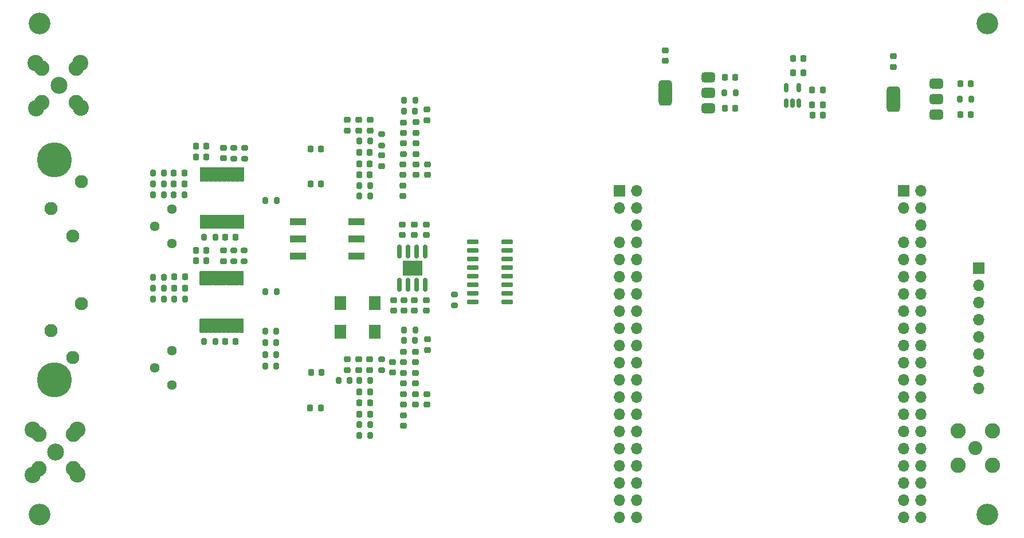
<source format=gbs>
G04 #@! TF.GenerationSoftware,KiCad,Pcbnew,8.0.7*
G04 #@! TF.CreationDate,2025-03-14T10:19:42+01:00*
G04 #@! TF.ProjectId,MISRC_v2.5,4d495352-435f-4763-922e-352e6b696361,3.0*
G04 #@! TF.SameCoordinates,Original*
G04 #@! TF.FileFunction,Soldermask,Bot*
G04 #@! TF.FilePolarity,Negative*
%FSLAX46Y46*%
G04 Gerber Fmt 4.6, Leading zero omitted, Abs format (unit mm)*
G04 Created by KiCad (PCBNEW 8.0.7) date 2025-03-14 10:19:42*
%MOMM*%
%LPD*%
G01*
G04 APERTURE LIST*
G04 Aperture macros list*
%AMRoundRect*
0 Rectangle with rounded corners*
0 $1 Rounding radius*
0 $2 $3 $4 $5 $6 $7 $8 $9 X,Y pos of 4 corners*
0 Add a 4 corners polygon primitive as box body*
4,1,4,$2,$3,$4,$5,$6,$7,$8,$9,$2,$3,0*
0 Add four circle primitives for the rounded corners*
1,1,$1+$1,$2,$3*
1,1,$1+$1,$4,$5*
1,1,$1+$1,$6,$7*
1,1,$1+$1,$8,$9*
0 Add four rect primitives between the rounded corners*
20,1,$1+$1,$2,$3,$4,$5,0*
20,1,$1+$1,$4,$5,$6,$7,0*
20,1,$1+$1,$6,$7,$8,$9,0*
20,1,$1+$1,$8,$9,$2,$3,0*%
G04 Aperture macros list end*
%ADD10C,0.010000*%
%ADD11C,2.050000*%
%ADD12C,2.250000*%
%ADD13C,3.200000*%
%ADD14C,1.440000*%
%ADD15C,1.950000*%
%ADD16C,5.175000*%
%ADD17C,2.500000*%
%ADD18C,2.400000*%
%ADD19R,1.700000X1.700000*%
%ADD20O,1.700000X1.700000*%
%ADD21RoundRect,0.225000X-0.225000X-0.250000X0.225000X-0.250000X0.225000X0.250000X-0.225000X0.250000X0*%
%ADD22RoundRect,0.225000X0.225000X0.250000X-0.225000X0.250000X-0.225000X-0.250000X0.225000X-0.250000X0*%
%ADD23RoundRect,0.225000X-0.250000X0.225000X-0.250000X-0.225000X0.250000X-0.225000X0.250000X0.225000X0*%
%ADD24RoundRect,0.225000X0.250000X-0.225000X0.250000X0.225000X-0.250000X0.225000X-0.250000X-0.225000X0*%
%ADD25RoundRect,0.200000X0.200000X0.275000X-0.200000X0.275000X-0.200000X-0.275000X0.200000X-0.275000X0*%
%ADD26RoundRect,0.200000X-0.200000X-0.275000X0.200000X-0.275000X0.200000X0.275000X-0.200000X0.275000X0*%
%ADD27R,1.800000X2.000000*%
%ADD28RoundRect,0.200000X-0.275000X0.200000X-0.275000X-0.200000X0.275000X-0.200000X0.275000X0.200000X0*%
%ADD29RoundRect,0.375000X0.625000X0.375000X-0.625000X0.375000X-0.625000X-0.375000X0.625000X-0.375000X0*%
%ADD30RoundRect,0.500000X0.500000X1.400000X-0.500000X1.400000X-0.500000X-1.400000X0.500000X-1.400000X0*%
%ADD31RoundRect,0.150000X0.150000X-0.825000X0.150000X0.825000X-0.150000X0.825000X-0.150000X-0.825000X0*%
%ADD32R,3.000000X2.290000*%
%ADD33RoundRect,0.200000X0.275000X-0.200000X0.275000X0.200000X-0.275000X0.200000X-0.275000X-0.200000X0*%
%ADD34RoundRect,0.150000X0.150000X-0.512500X0.150000X0.512500X-0.150000X0.512500X-0.150000X-0.512500X0*%
%ADD35R,2.440000X1.120000*%
%ADD36RoundRect,0.150000X-0.725000X-0.150000X0.725000X-0.150000X0.725000X0.150000X-0.725000X0.150000X0*%
G04 APERTURE END LIST*
D10*
G04 #@! TO.C,U204*
X86156000Y-99751000D02*
X86160000Y-99752000D01*
X86163000Y-99752000D01*
X86167000Y-99753000D01*
X86170000Y-99755000D01*
X86173000Y-99756000D01*
X86177000Y-99758000D01*
X86180000Y-99759000D01*
X86183000Y-99761000D01*
X86186000Y-99763000D01*
X86189000Y-99766000D01*
X86192000Y-99768000D01*
X86194000Y-99771000D01*
X86197000Y-99773000D01*
X86199000Y-99776000D01*
X86202000Y-99779000D01*
X86204000Y-99782000D01*
X86206000Y-99785000D01*
X86207000Y-99788000D01*
X86209000Y-99792000D01*
X86210000Y-99795000D01*
X86212000Y-99798000D01*
X86213000Y-99802000D01*
X86213000Y-99805000D01*
X86214000Y-99809000D01*
X86215000Y-99813000D01*
X86215000Y-99816000D01*
X86215000Y-99820000D01*
X86215000Y-101680000D01*
X86215000Y-101684000D01*
X86215000Y-101687000D01*
X86214000Y-101691000D01*
X86213000Y-101695000D01*
X86213000Y-101698000D01*
X86212000Y-101702000D01*
X86210000Y-101705000D01*
X86209000Y-101708000D01*
X86207000Y-101712000D01*
X86206000Y-101715000D01*
X86204000Y-101718000D01*
X86202000Y-101721000D01*
X86199000Y-101724000D01*
X86197000Y-101727000D01*
X86194000Y-101729000D01*
X86192000Y-101732000D01*
X86189000Y-101734000D01*
X86186000Y-101737000D01*
X86183000Y-101739000D01*
X86180000Y-101741000D01*
X86177000Y-101742000D01*
X86173000Y-101744000D01*
X86170000Y-101745000D01*
X86167000Y-101747000D01*
X86163000Y-101748000D01*
X86160000Y-101748000D01*
X86156000Y-101749000D01*
X86152000Y-101750000D01*
X86149000Y-101750000D01*
X86145000Y-101750000D01*
X85705000Y-101750000D01*
X85701000Y-101750000D01*
X85698000Y-101750000D01*
X85694000Y-101749000D01*
X85690000Y-101748000D01*
X85687000Y-101748000D01*
X85683000Y-101747000D01*
X85680000Y-101745000D01*
X85677000Y-101744000D01*
X85673000Y-101742000D01*
X85670000Y-101741000D01*
X85667000Y-101739000D01*
X85664000Y-101737000D01*
X85661000Y-101734000D01*
X85658000Y-101732000D01*
X85656000Y-101729000D01*
X85653000Y-101727000D01*
X85651000Y-101724000D01*
X85648000Y-101721000D01*
X85646000Y-101718000D01*
X85644000Y-101715000D01*
X85643000Y-101712000D01*
X85641000Y-101708000D01*
X85640000Y-101705000D01*
X85638000Y-101702000D01*
X85637000Y-101698000D01*
X85637000Y-101695000D01*
X85636000Y-101691000D01*
X85635000Y-101687000D01*
X85635000Y-101684000D01*
X85635000Y-101680000D01*
X85635000Y-99820000D01*
X85635000Y-99816000D01*
X85635000Y-99813000D01*
X85636000Y-99809000D01*
X85637000Y-99805000D01*
X85637000Y-99802000D01*
X85638000Y-99798000D01*
X85640000Y-99795000D01*
X85641000Y-99792000D01*
X85643000Y-99788000D01*
X85644000Y-99785000D01*
X85646000Y-99782000D01*
X85648000Y-99779000D01*
X85651000Y-99776000D01*
X85653000Y-99773000D01*
X85656000Y-99771000D01*
X85658000Y-99768000D01*
X85661000Y-99766000D01*
X85664000Y-99763000D01*
X85667000Y-99761000D01*
X85670000Y-99759000D01*
X85673000Y-99758000D01*
X85677000Y-99756000D01*
X85680000Y-99755000D01*
X85683000Y-99753000D01*
X85687000Y-99752000D01*
X85690000Y-99752000D01*
X85694000Y-99751000D01*
X85698000Y-99750000D01*
X85701000Y-99750000D01*
X85705000Y-99750000D01*
X86145000Y-99750000D01*
X86149000Y-99750000D01*
X86152000Y-99750000D01*
X86156000Y-99751000D01*
G36*
X86156000Y-99751000D02*
G01*
X86160000Y-99752000D01*
X86163000Y-99752000D01*
X86167000Y-99753000D01*
X86170000Y-99755000D01*
X86173000Y-99756000D01*
X86177000Y-99758000D01*
X86180000Y-99759000D01*
X86183000Y-99761000D01*
X86186000Y-99763000D01*
X86189000Y-99766000D01*
X86192000Y-99768000D01*
X86194000Y-99771000D01*
X86197000Y-99773000D01*
X86199000Y-99776000D01*
X86202000Y-99779000D01*
X86204000Y-99782000D01*
X86206000Y-99785000D01*
X86207000Y-99788000D01*
X86209000Y-99792000D01*
X86210000Y-99795000D01*
X86212000Y-99798000D01*
X86213000Y-99802000D01*
X86213000Y-99805000D01*
X86214000Y-99809000D01*
X86215000Y-99813000D01*
X86215000Y-99816000D01*
X86215000Y-99820000D01*
X86215000Y-101680000D01*
X86215000Y-101684000D01*
X86215000Y-101687000D01*
X86214000Y-101691000D01*
X86213000Y-101695000D01*
X86213000Y-101698000D01*
X86212000Y-101702000D01*
X86210000Y-101705000D01*
X86209000Y-101708000D01*
X86207000Y-101712000D01*
X86206000Y-101715000D01*
X86204000Y-101718000D01*
X86202000Y-101721000D01*
X86199000Y-101724000D01*
X86197000Y-101727000D01*
X86194000Y-101729000D01*
X86192000Y-101732000D01*
X86189000Y-101734000D01*
X86186000Y-101737000D01*
X86183000Y-101739000D01*
X86180000Y-101741000D01*
X86177000Y-101742000D01*
X86173000Y-101744000D01*
X86170000Y-101745000D01*
X86167000Y-101747000D01*
X86163000Y-101748000D01*
X86160000Y-101748000D01*
X86156000Y-101749000D01*
X86152000Y-101750000D01*
X86149000Y-101750000D01*
X86145000Y-101750000D01*
X85705000Y-101750000D01*
X85701000Y-101750000D01*
X85698000Y-101750000D01*
X85694000Y-101749000D01*
X85690000Y-101748000D01*
X85687000Y-101748000D01*
X85683000Y-101747000D01*
X85680000Y-101745000D01*
X85677000Y-101744000D01*
X85673000Y-101742000D01*
X85670000Y-101741000D01*
X85667000Y-101739000D01*
X85664000Y-101737000D01*
X85661000Y-101734000D01*
X85658000Y-101732000D01*
X85656000Y-101729000D01*
X85653000Y-101727000D01*
X85651000Y-101724000D01*
X85648000Y-101721000D01*
X85646000Y-101718000D01*
X85644000Y-101715000D01*
X85643000Y-101712000D01*
X85641000Y-101708000D01*
X85640000Y-101705000D01*
X85638000Y-101702000D01*
X85637000Y-101698000D01*
X85637000Y-101695000D01*
X85636000Y-101691000D01*
X85635000Y-101687000D01*
X85635000Y-101684000D01*
X85635000Y-101680000D01*
X85635000Y-99820000D01*
X85635000Y-99816000D01*
X85635000Y-99813000D01*
X85636000Y-99809000D01*
X85637000Y-99805000D01*
X85637000Y-99802000D01*
X85638000Y-99798000D01*
X85640000Y-99795000D01*
X85641000Y-99792000D01*
X85643000Y-99788000D01*
X85644000Y-99785000D01*
X85646000Y-99782000D01*
X85648000Y-99779000D01*
X85651000Y-99776000D01*
X85653000Y-99773000D01*
X85656000Y-99771000D01*
X85658000Y-99768000D01*
X85661000Y-99766000D01*
X85664000Y-99763000D01*
X85667000Y-99761000D01*
X85670000Y-99759000D01*
X85673000Y-99758000D01*
X85677000Y-99756000D01*
X85680000Y-99755000D01*
X85683000Y-99753000D01*
X85687000Y-99752000D01*
X85690000Y-99752000D01*
X85694000Y-99751000D01*
X85698000Y-99750000D01*
X85701000Y-99750000D01*
X85705000Y-99750000D01*
X86145000Y-99750000D01*
X86149000Y-99750000D01*
X86152000Y-99750000D01*
X86156000Y-99751000D01*
G37*
X86156000Y-106761000D02*
X86160000Y-106762000D01*
X86163000Y-106762000D01*
X86167000Y-106763000D01*
X86170000Y-106765000D01*
X86173000Y-106766000D01*
X86177000Y-106768000D01*
X86180000Y-106769000D01*
X86183000Y-106771000D01*
X86186000Y-106773000D01*
X86189000Y-106776000D01*
X86192000Y-106778000D01*
X86194000Y-106781000D01*
X86197000Y-106783000D01*
X86199000Y-106786000D01*
X86202000Y-106789000D01*
X86204000Y-106792000D01*
X86206000Y-106795000D01*
X86207000Y-106798000D01*
X86209000Y-106802000D01*
X86210000Y-106805000D01*
X86212000Y-106808000D01*
X86213000Y-106812000D01*
X86213000Y-106815000D01*
X86214000Y-106819000D01*
X86215000Y-106823000D01*
X86215000Y-106826000D01*
X86215000Y-106830000D01*
X86215000Y-108690000D01*
X86215000Y-108694000D01*
X86215000Y-108697000D01*
X86214000Y-108701000D01*
X86213000Y-108705000D01*
X86213000Y-108708000D01*
X86212000Y-108712000D01*
X86210000Y-108715000D01*
X86209000Y-108718000D01*
X86207000Y-108722000D01*
X86206000Y-108725000D01*
X86204000Y-108728000D01*
X86202000Y-108731000D01*
X86199000Y-108734000D01*
X86197000Y-108737000D01*
X86194000Y-108739000D01*
X86192000Y-108742000D01*
X86189000Y-108744000D01*
X86186000Y-108747000D01*
X86183000Y-108749000D01*
X86180000Y-108751000D01*
X86177000Y-108752000D01*
X86173000Y-108754000D01*
X86170000Y-108755000D01*
X86167000Y-108757000D01*
X86163000Y-108758000D01*
X86160000Y-108758000D01*
X86156000Y-108759000D01*
X86152000Y-108760000D01*
X86149000Y-108760000D01*
X86145000Y-108760000D01*
X85705000Y-108760000D01*
X85701000Y-108760000D01*
X85698000Y-108760000D01*
X85694000Y-108759000D01*
X85690000Y-108758000D01*
X85687000Y-108758000D01*
X85683000Y-108757000D01*
X85680000Y-108755000D01*
X85677000Y-108754000D01*
X85673000Y-108752000D01*
X85670000Y-108751000D01*
X85667000Y-108749000D01*
X85664000Y-108747000D01*
X85661000Y-108744000D01*
X85658000Y-108742000D01*
X85656000Y-108739000D01*
X85653000Y-108737000D01*
X85651000Y-108734000D01*
X85648000Y-108731000D01*
X85646000Y-108728000D01*
X85644000Y-108725000D01*
X85643000Y-108722000D01*
X85641000Y-108718000D01*
X85640000Y-108715000D01*
X85638000Y-108712000D01*
X85637000Y-108708000D01*
X85637000Y-108705000D01*
X85636000Y-108701000D01*
X85635000Y-108697000D01*
X85635000Y-108694000D01*
X85635000Y-108690000D01*
X85635000Y-106830000D01*
X85635000Y-106826000D01*
X85635000Y-106823000D01*
X85636000Y-106819000D01*
X85637000Y-106815000D01*
X85637000Y-106812000D01*
X85638000Y-106808000D01*
X85640000Y-106805000D01*
X85641000Y-106802000D01*
X85643000Y-106798000D01*
X85644000Y-106795000D01*
X85646000Y-106792000D01*
X85648000Y-106789000D01*
X85651000Y-106786000D01*
X85653000Y-106783000D01*
X85656000Y-106781000D01*
X85658000Y-106778000D01*
X85661000Y-106776000D01*
X85664000Y-106773000D01*
X85667000Y-106771000D01*
X85670000Y-106769000D01*
X85673000Y-106768000D01*
X85677000Y-106766000D01*
X85680000Y-106765000D01*
X85683000Y-106763000D01*
X85687000Y-106762000D01*
X85690000Y-106762000D01*
X85694000Y-106761000D01*
X85698000Y-106760000D01*
X85701000Y-106760000D01*
X85705000Y-106760000D01*
X86145000Y-106760000D01*
X86149000Y-106760000D01*
X86152000Y-106760000D01*
X86156000Y-106761000D01*
G36*
X86156000Y-106761000D02*
G01*
X86160000Y-106762000D01*
X86163000Y-106762000D01*
X86167000Y-106763000D01*
X86170000Y-106765000D01*
X86173000Y-106766000D01*
X86177000Y-106768000D01*
X86180000Y-106769000D01*
X86183000Y-106771000D01*
X86186000Y-106773000D01*
X86189000Y-106776000D01*
X86192000Y-106778000D01*
X86194000Y-106781000D01*
X86197000Y-106783000D01*
X86199000Y-106786000D01*
X86202000Y-106789000D01*
X86204000Y-106792000D01*
X86206000Y-106795000D01*
X86207000Y-106798000D01*
X86209000Y-106802000D01*
X86210000Y-106805000D01*
X86212000Y-106808000D01*
X86213000Y-106812000D01*
X86213000Y-106815000D01*
X86214000Y-106819000D01*
X86215000Y-106823000D01*
X86215000Y-106826000D01*
X86215000Y-106830000D01*
X86215000Y-108690000D01*
X86215000Y-108694000D01*
X86215000Y-108697000D01*
X86214000Y-108701000D01*
X86213000Y-108705000D01*
X86213000Y-108708000D01*
X86212000Y-108712000D01*
X86210000Y-108715000D01*
X86209000Y-108718000D01*
X86207000Y-108722000D01*
X86206000Y-108725000D01*
X86204000Y-108728000D01*
X86202000Y-108731000D01*
X86199000Y-108734000D01*
X86197000Y-108737000D01*
X86194000Y-108739000D01*
X86192000Y-108742000D01*
X86189000Y-108744000D01*
X86186000Y-108747000D01*
X86183000Y-108749000D01*
X86180000Y-108751000D01*
X86177000Y-108752000D01*
X86173000Y-108754000D01*
X86170000Y-108755000D01*
X86167000Y-108757000D01*
X86163000Y-108758000D01*
X86160000Y-108758000D01*
X86156000Y-108759000D01*
X86152000Y-108760000D01*
X86149000Y-108760000D01*
X86145000Y-108760000D01*
X85705000Y-108760000D01*
X85701000Y-108760000D01*
X85698000Y-108760000D01*
X85694000Y-108759000D01*
X85690000Y-108758000D01*
X85687000Y-108758000D01*
X85683000Y-108757000D01*
X85680000Y-108755000D01*
X85677000Y-108754000D01*
X85673000Y-108752000D01*
X85670000Y-108751000D01*
X85667000Y-108749000D01*
X85664000Y-108747000D01*
X85661000Y-108744000D01*
X85658000Y-108742000D01*
X85656000Y-108739000D01*
X85653000Y-108737000D01*
X85651000Y-108734000D01*
X85648000Y-108731000D01*
X85646000Y-108728000D01*
X85644000Y-108725000D01*
X85643000Y-108722000D01*
X85641000Y-108718000D01*
X85640000Y-108715000D01*
X85638000Y-108712000D01*
X85637000Y-108708000D01*
X85637000Y-108705000D01*
X85636000Y-108701000D01*
X85635000Y-108697000D01*
X85635000Y-108694000D01*
X85635000Y-108690000D01*
X85635000Y-106830000D01*
X85635000Y-106826000D01*
X85635000Y-106823000D01*
X85636000Y-106819000D01*
X85637000Y-106815000D01*
X85637000Y-106812000D01*
X85638000Y-106808000D01*
X85640000Y-106805000D01*
X85641000Y-106802000D01*
X85643000Y-106798000D01*
X85644000Y-106795000D01*
X85646000Y-106792000D01*
X85648000Y-106789000D01*
X85651000Y-106786000D01*
X85653000Y-106783000D01*
X85656000Y-106781000D01*
X85658000Y-106778000D01*
X85661000Y-106776000D01*
X85664000Y-106773000D01*
X85667000Y-106771000D01*
X85670000Y-106769000D01*
X85673000Y-106768000D01*
X85677000Y-106766000D01*
X85680000Y-106765000D01*
X85683000Y-106763000D01*
X85687000Y-106762000D01*
X85690000Y-106762000D01*
X85694000Y-106761000D01*
X85698000Y-106760000D01*
X85701000Y-106760000D01*
X85705000Y-106760000D01*
X86145000Y-106760000D01*
X86149000Y-106760000D01*
X86152000Y-106760000D01*
X86156000Y-106761000D01*
G37*
X86806000Y-99751000D02*
X86810000Y-99752000D01*
X86813000Y-99752000D01*
X86817000Y-99753000D01*
X86820000Y-99755000D01*
X86823000Y-99756000D01*
X86827000Y-99758000D01*
X86830000Y-99759000D01*
X86833000Y-99761000D01*
X86836000Y-99763000D01*
X86839000Y-99766000D01*
X86842000Y-99768000D01*
X86844000Y-99771000D01*
X86847000Y-99773000D01*
X86849000Y-99776000D01*
X86852000Y-99779000D01*
X86854000Y-99782000D01*
X86856000Y-99785000D01*
X86857000Y-99788000D01*
X86859000Y-99792000D01*
X86860000Y-99795000D01*
X86862000Y-99798000D01*
X86863000Y-99802000D01*
X86863000Y-99805000D01*
X86864000Y-99809000D01*
X86865000Y-99813000D01*
X86865000Y-99816000D01*
X86865000Y-99820000D01*
X86865000Y-101680000D01*
X86865000Y-101684000D01*
X86865000Y-101687000D01*
X86864000Y-101691000D01*
X86863000Y-101695000D01*
X86863000Y-101698000D01*
X86862000Y-101702000D01*
X86860000Y-101705000D01*
X86859000Y-101708000D01*
X86857000Y-101712000D01*
X86856000Y-101715000D01*
X86854000Y-101718000D01*
X86852000Y-101721000D01*
X86849000Y-101724000D01*
X86847000Y-101727000D01*
X86844000Y-101729000D01*
X86842000Y-101732000D01*
X86839000Y-101734000D01*
X86836000Y-101737000D01*
X86833000Y-101739000D01*
X86830000Y-101741000D01*
X86827000Y-101742000D01*
X86823000Y-101744000D01*
X86820000Y-101745000D01*
X86817000Y-101747000D01*
X86813000Y-101748000D01*
X86810000Y-101748000D01*
X86806000Y-101749000D01*
X86802000Y-101750000D01*
X86799000Y-101750000D01*
X86795000Y-101750000D01*
X86355000Y-101750000D01*
X86351000Y-101750000D01*
X86348000Y-101750000D01*
X86344000Y-101749000D01*
X86340000Y-101748000D01*
X86337000Y-101748000D01*
X86333000Y-101747000D01*
X86330000Y-101745000D01*
X86327000Y-101744000D01*
X86323000Y-101742000D01*
X86320000Y-101741000D01*
X86317000Y-101739000D01*
X86314000Y-101737000D01*
X86311000Y-101734000D01*
X86308000Y-101732000D01*
X86306000Y-101729000D01*
X86303000Y-101727000D01*
X86301000Y-101724000D01*
X86298000Y-101721000D01*
X86296000Y-101718000D01*
X86294000Y-101715000D01*
X86293000Y-101712000D01*
X86291000Y-101708000D01*
X86290000Y-101705000D01*
X86288000Y-101702000D01*
X86287000Y-101698000D01*
X86287000Y-101695000D01*
X86286000Y-101691000D01*
X86285000Y-101687000D01*
X86285000Y-101684000D01*
X86285000Y-101680000D01*
X86285000Y-99820000D01*
X86285000Y-99816000D01*
X86285000Y-99813000D01*
X86286000Y-99809000D01*
X86287000Y-99805000D01*
X86287000Y-99802000D01*
X86288000Y-99798000D01*
X86290000Y-99795000D01*
X86291000Y-99792000D01*
X86293000Y-99788000D01*
X86294000Y-99785000D01*
X86296000Y-99782000D01*
X86298000Y-99779000D01*
X86301000Y-99776000D01*
X86303000Y-99773000D01*
X86306000Y-99771000D01*
X86308000Y-99768000D01*
X86311000Y-99766000D01*
X86314000Y-99763000D01*
X86317000Y-99761000D01*
X86320000Y-99759000D01*
X86323000Y-99758000D01*
X86327000Y-99756000D01*
X86330000Y-99755000D01*
X86333000Y-99753000D01*
X86337000Y-99752000D01*
X86340000Y-99752000D01*
X86344000Y-99751000D01*
X86348000Y-99750000D01*
X86351000Y-99750000D01*
X86355000Y-99750000D01*
X86795000Y-99750000D01*
X86799000Y-99750000D01*
X86802000Y-99750000D01*
X86806000Y-99751000D01*
G36*
X86806000Y-99751000D02*
G01*
X86810000Y-99752000D01*
X86813000Y-99752000D01*
X86817000Y-99753000D01*
X86820000Y-99755000D01*
X86823000Y-99756000D01*
X86827000Y-99758000D01*
X86830000Y-99759000D01*
X86833000Y-99761000D01*
X86836000Y-99763000D01*
X86839000Y-99766000D01*
X86842000Y-99768000D01*
X86844000Y-99771000D01*
X86847000Y-99773000D01*
X86849000Y-99776000D01*
X86852000Y-99779000D01*
X86854000Y-99782000D01*
X86856000Y-99785000D01*
X86857000Y-99788000D01*
X86859000Y-99792000D01*
X86860000Y-99795000D01*
X86862000Y-99798000D01*
X86863000Y-99802000D01*
X86863000Y-99805000D01*
X86864000Y-99809000D01*
X86865000Y-99813000D01*
X86865000Y-99816000D01*
X86865000Y-99820000D01*
X86865000Y-101680000D01*
X86865000Y-101684000D01*
X86865000Y-101687000D01*
X86864000Y-101691000D01*
X86863000Y-101695000D01*
X86863000Y-101698000D01*
X86862000Y-101702000D01*
X86860000Y-101705000D01*
X86859000Y-101708000D01*
X86857000Y-101712000D01*
X86856000Y-101715000D01*
X86854000Y-101718000D01*
X86852000Y-101721000D01*
X86849000Y-101724000D01*
X86847000Y-101727000D01*
X86844000Y-101729000D01*
X86842000Y-101732000D01*
X86839000Y-101734000D01*
X86836000Y-101737000D01*
X86833000Y-101739000D01*
X86830000Y-101741000D01*
X86827000Y-101742000D01*
X86823000Y-101744000D01*
X86820000Y-101745000D01*
X86817000Y-101747000D01*
X86813000Y-101748000D01*
X86810000Y-101748000D01*
X86806000Y-101749000D01*
X86802000Y-101750000D01*
X86799000Y-101750000D01*
X86795000Y-101750000D01*
X86355000Y-101750000D01*
X86351000Y-101750000D01*
X86348000Y-101750000D01*
X86344000Y-101749000D01*
X86340000Y-101748000D01*
X86337000Y-101748000D01*
X86333000Y-101747000D01*
X86330000Y-101745000D01*
X86327000Y-101744000D01*
X86323000Y-101742000D01*
X86320000Y-101741000D01*
X86317000Y-101739000D01*
X86314000Y-101737000D01*
X86311000Y-101734000D01*
X86308000Y-101732000D01*
X86306000Y-101729000D01*
X86303000Y-101727000D01*
X86301000Y-101724000D01*
X86298000Y-101721000D01*
X86296000Y-101718000D01*
X86294000Y-101715000D01*
X86293000Y-101712000D01*
X86291000Y-101708000D01*
X86290000Y-101705000D01*
X86288000Y-101702000D01*
X86287000Y-101698000D01*
X86287000Y-101695000D01*
X86286000Y-101691000D01*
X86285000Y-101687000D01*
X86285000Y-101684000D01*
X86285000Y-101680000D01*
X86285000Y-99820000D01*
X86285000Y-99816000D01*
X86285000Y-99813000D01*
X86286000Y-99809000D01*
X86287000Y-99805000D01*
X86287000Y-99802000D01*
X86288000Y-99798000D01*
X86290000Y-99795000D01*
X86291000Y-99792000D01*
X86293000Y-99788000D01*
X86294000Y-99785000D01*
X86296000Y-99782000D01*
X86298000Y-99779000D01*
X86301000Y-99776000D01*
X86303000Y-99773000D01*
X86306000Y-99771000D01*
X86308000Y-99768000D01*
X86311000Y-99766000D01*
X86314000Y-99763000D01*
X86317000Y-99761000D01*
X86320000Y-99759000D01*
X86323000Y-99758000D01*
X86327000Y-99756000D01*
X86330000Y-99755000D01*
X86333000Y-99753000D01*
X86337000Y-99752000D01*
X86340000Y-99752000D01*
X86344000Y-99751000D01*
X86348000Y-99750000D01*
X86351000Y-99750000D01*
X86355000Y-99750000D01*
X86795000Y-99750000D01*
X86799000Y-99750000D01*
X86802000Y-99750000D01*
X86806000Y-99751000D01*
G37*
X86806000Y-106761000D02*
X86810000Y-106762000D01*
X86813000Y-106762000D01*
X86817000Y-106763000D01*
X86820000Y-106765000D01*
X86823000Y-106766000D01*
X86827000Y-106768000D01*
X86830000Y-106769000D01*
X86833000Y-106771000D01*
X86836000Y-106773000D01*
X86839000Y-106776000D01*
X86842000Y-106778000D01*
X86844000Y-106781000D01*
X86847000Y-106783000D01*
X86849000Y-106786000D01*
X86852000Y-106789000D01*
X86854000Y-106792000D01*
X86856000Y-106795000D01*
X86857000Y-106798000D01*
X86859000Y-106802000D01*
X86860000Y-106805000D01*
X86862000Y-106808000D01*
X86863000Y-106812000D01*
X86863000Y-106815000D01*
X86864000Y-106819000D01*
X86865000Y-106823000D01*
X86865000Y-106826000D01*
X86865000Y-106830000D01*
X86865000Y-108690000D01*
X86865000Y-108694000D01*
X86865000Y-108697000D01*
X86864000Y-108701000D01*
X86863000Y-108705000D01*
X86863000Y-108708000D01*
X86862000Y-108712000D01*
X86860000Y-108715000D01*
X86859000Y-108718000D01*
X86857000Y-108722000D01*
X86856000Y-108725000D01*
X86854000Y-108728000D01*
X86852000Y-108731000D01*
X86849000Y-108734000D01*
X86847000Y-108737000D01*
X86844000Y-108739000D01*
X86842000Y-108742000D01*
X86839000Y-108744000D01*
X86836000Y-108747000D01*
X86833000Y-108749000D01*
X86830000Y-108751000D01*
X86827000Y-108752000D01*
X86823000Y-108754000D01*
X86820000Y-108755000D01*
X86817000Y-108757000D01*
X86813000Y-108758000D01*
X86810000Y-108758000D01*
X86806000Y-108759000D01*
X86802000Y-108760000D01*
X86799000Y-108760000D01*
X86795000Y-108760000D01*
X86355000Y-108760000D01*
X86351000Y-108760000D01*
X86348000Y-108760000D01*
X86344000Y-108759000D01*
X86340000Y-108758000D01*
X86337000Y-108758000D01*
X86333000Y-108757000D01*
X86330000Y-108755000D01*
X86327000Y-108754000D01*
X86323000Y-108752000D01*
X86320000Y-108751000D01*
X86317000Y-108749000D01*
X86314000Y-108747000D01*
X86311000Y-108744000D01*
X86308000Y-108742000D01*
X86306000Y-108739000D01*
X86303000Y-108737000D01*
X86301000Y-108734000D01*
X86298000Y-108731000D01*
X86296000Y-108728000D01*
X86294000Y-108725000D01*
X86293000Y-108722000D01*
X86291000Y-108718000D01*
X86290000Y-108715000D01*
X86288000Y-108712000D01*
X86287000Y-108708000D01*
X86287000Y-108705000D01*
X86286000Y-108701000D01*
X86285000Y-108697000D01*
X86285000Y-108694000D01*
X86285000Y-108690000D01*
X86285000Y-106830000D01*
X86285000Y-106826000D01*
X86285000Y-106823000D01*
X86286000Y-106819000D01*
X86287000Y-106815000D01*
X86287000Y-106812000D01*
X86288000Y-106808000D01*
X86290000Y-106805000D01*
X86291000Y-106802000D01*
X86293000Y-106798000D01*
X86294000Y-106795000D01*
X86296000Y-106792000D01*
X86298000Y-106789000D01*
X86301000Y-106786000D01*
X86303000Y-106783000D01*
X86306000Y-106781000D01*
X86308000Y-106778000D01*
X86311000Y-106776000D01*
X86314000Y-106773000D01*
X86317000Y-106771000D01*
X86320000Y-106769000D01*
X86323000Y-106768000D01*
X86327000Y-106766000D01*
X86330000Y-106765000D01*
X86333000Y-106763000D01*
X86337000Y-106762000D01*
X86340000Y-106762000D01*
X86344000Y-106761000D01*
X86348000Y-106760000D01*
X86351000Y-106760000D01*
X86355000Y-106760000D01*
X86795000Y-106760000D01*
X86799000Y-106760000D01*
X86802000Y-106760000D01*
X86806000Y-106761000D01*
G36*
X86806000Y-106761000D02*
G01*
X86810000Y-106762000D01*
X86813000Y-106762000D01*
X86817000Y-106763000D01*
X86820000Y-106765000D01*
X86823000Y-106766000D01*
X86827000Y-106768000D01*
X86830000Y-106769000D01*
X86833000Y-106771000D01*
X86836000Y-106773000D01*
X86839000Y-106776000D01*
X86842000Y-106778000D01*
X86844000Y-106781000D01*
X86847000Y-106783000D01*
X86849000Y-106786000D01*
X86852000Y-106789000D01*
X86854000Y-106792000D01*
X86856000Y-106795000D01*
X86857000Y-106798000D01*
X86859000Y-106802000D01*
X86860000Y-106805000D01*
X86862000Y-106808000D01*
X86863000Y-106812000D01*
X86863000Y-106815000D01*
X86864000Y-106819000D01*
X86865000Y-106823000D01*
X86865000Y-106826000D01*
X86865000Y-106830000D01*
X86865000Y-108690000D01*
X86865000Y-108694000D01*
X86865000Y-108697000D01*
X86864000Y-108701000D01*
X86863000Y-108705000D01*
X86863000Y-108708000D01*
X86862000Y-108712000D01*
X86860000Y-108715000D01*
X86859000Y-108718000D01*
X86857000Y-108722000D01*
X86856000Y-108725000D01*
X86854000Y-108728000D01*
X86852000Y-108731000D01*
X86849000Y-108734000D01*
X86847000Y-108737000D01*
X86844000Y-108739000D01*
X86842000Y-108742000D01*
X86839000Y-108744000D01*
X86836000Y-108747000D01*
X86833000Y-108749000D01*
X86830000Y-108751000D01*
X86827000Y-108752000D01*
X86823000Y-108754000D01*
X86820000Y-108755000D01*
X86817000Y-108757000D01*
X86813000Y-108758000D01*
X86810000Y-108758000D01*
X86806000Y-108759000D01*
X86802000Y-108760000D01*
X86799000Y-108760000D01*
X86795000Y-108760000D01*
X86355000Y-108760000D01*
X86351000Y-108760000D01*
X86348000Y-108760000D01*
X86344000Y-108759000D01*
X86340000Y-108758000D01*
X86337000Y-108758000D01*
X86333000Y-108757000D01*
X86330000Y-108755000D01*
X86327000Y-108754000D01*
X86323000Y-108752000D01*
X86320000Y-108751000D01*
X86317000Y-108749000D01*
X86314000Y-108747000D01*
X86311000Y-108744000D01*
X86308000Y-108742000D01*
X86306000Y-108739000D01*
X86303000Y-108737000D01*
X86301000Y-108734000D01*
X86298000Y-108731000D01*
X86296000Y-108728000D01*
X86294000Y-108725000D01*
X86293000Y-108722000D01*
X86291000Y-108718000D01*
X86290000Y-108715000D01*
X86288000Y-108712000D01*
X86287000Y-108708000D01*
X86287000Y-108705000D01*
X86286000Y-108701000D01*
X86285000Y-108697000D01*
X86285000Y-108694000D01*
X86285000Y-108690000D01*
X86285000Y-106830000D01*
X86285000Y-106826000D01*
X86285000Y-106823000D01*
X86286000Y-106819000D01*
X86287000Y-106815000D01*
X86287000Y-106812000D01*
X86288000Y-106808000D01*
X86290000Y-106805000D01*
X86291000Y-106802000D01*
X86293000Y-106798000D01*
X86294000Y-106795000D01*
X86296000Y-106792000D01*
X86298000Y-106789000D01*
X86301000Y-106786000D01*
X86303000Y-106783000D01*
X86306000Y-106781000D01*
X86308000Y-106778000D01*
X86311000Y-106776000D01*
X86314000Y-106773000D01*
X86317000Y-106771000D01*
X86320000Y-106769000D01*
X86323000Y-106768000D01*
X86327000Y-106766000D01*
X86330000Y-106765000D01*
X86333000Y-106763000D01*
X86337000Y-106762000D01*
X86340000Y-106762000D01*
X86344000Y-106761000D01*
X86348000Y-106760000D01*
X86351000Y-106760000D01*
X86355000Y-106760000D01*
X86795000Y-106760000D01*
X86799000Y-106760000D01*
X86802000Y-106760000D01*
X86806000Y-106761000D01*
G37*
X87456000Y-99751000D02*
X87460000Y-99752000D01*
X87463000Y-99752000D01*
X87467000Y-99753000D01*
X87470000Y-99755000D01*
X87473000Y-99756000D01*
X87477000Y-99758000D01*
X87480000Y-99759000D01*
X87483000Y-99761000D01*
X87486000Y-99763000D01*
X87489000Y-99766000D01*
X87492000Y-99768000D01*
X87494000Y-99771000D01*
X87497000Y-99773000D01*
X87499000Y-99776000D01*
X87502000Y-99779000D01*
X87504000Y-99782000D01*
X87506000Y-99785000D01*
X87507000Y-99788000D01*
X87509000Y-99792000D01*
X87510000Y-99795000D01*
X87512000Y-99798000D01*
X87513000Y-99802000D01*
X87513000Y-99805000D01*
X87514000Y-99809000D01*
X87515000Y-99813000D01*
X87515000Y-99816000D01*
X87515000Y-99820000D01*
X87515000Y-101680000D01*
X87515000Y-101684000D01*
X87515000Y-101687000D01*
X87514000Y-101691000D01*
X87513000Y-101695000D01*
X87513000Y-101698000D01*
X87512000Y-101702000D01*
X87510000Y-101705000D01*
X87509000Y-101708000D01*
X87507000Y-101712000D01*
X87506000Y-101715000D01*
X87504000Y-101718000D01*
X87502000Y-101721000D01*
X87499000Y-101724000D01*
X87497000Y-101727000D01*
X87494000Y-101729000D01*
X87492000Y-101732000D01*
X87489000Y-101734000D01*
X87486000Y-101737000D01*
X87483000Y-101739000D01*
X87480000Y-101741000D01*
X87477000Y-101742000D01*
X87473000Y-101744000D01*
X87470000Y-101745000D01*
X87467000Y-101747000D01*
X87463000Y-101748000D01*
X87460000Y-101748000D01*
X87456000Y-101749000D01*
X87452000Y-101750000D01*
X87449000Y-101750000D01*
X87445000Y-101750000D01*
X87005000Y-101750000D01*
X87001000Y-101750000D01*
X86998000Y-101750000D01*
X86994000Y-101749000D01*
X86990000Y-101748000D01*
X86987000Y-101748000D01*
X86983000Y-101747000D01*
X86980000Y-101745000D01*
X86977000Y-101744000D01*
X86973000Y-101742000D01*
X86970000Y-101741000D01*
X86967000Y-101739000D01*
X86964000Y-101737000D01*
X86961000Y-101734000D01*
X86958000Y-101732000D01*
X86956000Y-101729000D01*
X86953000Y-101727000D01*
X86951000Y-101724000D01*
X86948000Y-101721000D01*
X86946000Y-101718000D01*
X86944000Y-101715000D01*
X86943000Y-101712000D01*
X86941000Y-101708000D01*
X86940000Y-101705000D01*
X86938000Y-101702000D01*
X86937000Y-101698000D01*
X86937000Y-101695000D01*
X86936000Y-101691000D01*
X86935000Y-101687000D01*
X86935000Y-101684000D01*
X86935000Y-101680000D01*
X86935000Y-99820000D01*
X86935000Y-99816000D01*
X86935000Y-99813000D01*
X86936000Y-99809000D01*
X86937000Y-99805000D01*
X86937000Y-99802000D01*
X86938000Y-99798000D01*
X86940000Y-99795000D01*
X86941000Y-99792000D01*
X86943000Y-99788000D01*
X86944000Y-99785000D01*
X86946000Y-99782000D01*
X86948000Y-99779000D01*
X86951000Y-99776000D01*
X86953000Y-99773000D01*
X86956000Y-99771000D01*
X86958000Y-99768000D01*
X86961000Y-99766000D01*
X86964000Y-99763000D01*
X86967000Y-99761000D01*
X86970000Y-99759000D01*
X86973000Y-99758000D01*
X86977000Y-99756000D01*
X86980000Y-99755000D01*
X86983000Y-99753000D01*
X86987000Y-99752000D01*
X86990000Y-99752000D01*
X86994000Y-99751000D01*
X86998000Y-99750000D01*
X87001000Y-99750000D01*
X87005000Y-99750000D01*
X87445000Y-99750000D01*
X87449000Y-99750000D01*
X87452000Y-99750000D01*
X87456000Y-99751000D01*
G36*
X87456000Y-99751000D02*
G01*
X87460000Y-99752000D01*
X87463000Y-99752000D01*
X87467000Y-99753000D01*
X87470000Y-99755000D01*
X87473000Y-99756000D01*
X87477000Y-99758000D01*
X87480000Y-99759000D01*
X87483000Y-99761000D01*
X87486000Y-99763000D01*
X87489000Y-99766000D01*
X87492000Y-99768000D01*
X87494000Y-99771000D01*
X87497000Y-99773000D01*
X87499000Y-99776000D01*
X87502000Y-99779000D01*
X87504000Y-99782000D01*
X87506000Y-99785000D01*
X87507000Y-99788000D01*
X87509000Y-99792000D01*
X87510000Y-99795000D01*
X87512000Y-99798000D01*
X87513000Y-99802000D01*
X87513000Y-99805000D01*
X87514000Y-99809000D01*
X87515000Y-99813000D01*
X87515000Y-99816000D01*
X87515000Y-99820000D01*
X87515000Y-101680000D01*
X87515000Y-101684000D01*
X87515000Y-101687000D01*
X87514000Y-101691000D01*
X87513000Y-101695000D01*
X87513000Y-101698000D01*
X87512000Y-101702000D01*
X87510000Y-101705000D01*
X87509000Y-101708000D01*
X87507000Y-101712000D01*
X87506000Y-101715000D01*
X87504000Y-101718000D01*
X87502000Y-101721000D01*
X87499000Y-101724000D01*
X87497000Y-101727000D01*
X87494000Y-101729000D01*
X87492000Y-101732000D01*
X87489000Y-101734000D01*
X87486000Y-101737000D01*
X87483000Y-101739000D01*
X87480000Y-101741000D01*
X87477000Y-101742000D01*
X87473000Y-101744000D01*
X87470000Y-101745000D01*
X87467000Y-101747000D01*
X87463000Y-101748000D01*
X87460000Y-101748000D01*
X87456000Y-101749000D01*
X87452000Y-101750000D01*
X87449000Y-101750000D01*
X87445000Y-101750000D01*
X87005000Y-101750000D01*
X87001000Y-101750000D01*
X86998000Y-101750000D01*
X86994000Y-101749000D01*
X86990000Y-101748000D01*
X86987000Y-101748000D01*
X86983000Y-101747000D01*
X86980000Y-101745000D01*
X86977000Y-101744000D01*
X86973000Y-101742000D01*
X86970000Y-101741000D01*
X86967000Y-101739000D01*
X86964000Y-101737000D01*
X86961000Y-101734000D01*
X86958000Y-101732000D01*
X86956000Y-101729000D01*
X86953000Y-101727000D01*
X86951000Y-101724000D01*
X86948000Y-101721000D01*
X86946000Y-101718000D01*
X86944000Y-101715000D01*
X86943000Y-101712000D01*
X86941000Y-101708000D01*
X86940000Y-101705000D01*
X86938000Y-101702000D01*
X86937000Y-101698000D01*
X86937000Y-101695000D01*
X86936000Y-101691000D01*
X86935000Y-101687000D01*
X86935000Y-101684000D01*
X86935000Y-101680000D01*
X86935000Y-99820000D01*
X86935000Y-99816000D01*
X86935000Y-99813000D01*
X86936000Y-99809000D01*
X86937000Y-99805000D01*
X86937000Y-99802000D01*
X86938000Y-99798000D01*
X86940000Y-99795000D01*
X86941000Y-99792000D01*
X86943000Y-99788000D01*
X86944000Y-99785000D01*
X86946000Y-99782000D01*
X86948000Y-99779000D01*
X86951000Y-99776000D01*
X86953000Y-99773000D01*
X86956000Y-99771000D01*
X86958000Y-99768000D01*
X86961000Y-99766000D01*
X86964000Y-99763000D01*
X86967000Y-99761000D01*
X86970000Y-99759000D01*
X86973000Y-99758000D01*
X86977000Y-99756000D01*
X86980000Y-99755000D01*
X86983000Y-99753000D01*
X86987000Y-99752000D01*
X86990000Y-99752000D01*
X86994000Y-99751000D01*
X86998000Y-99750000D01*
X87001000Y-99750000D01*
X87005000Y-99750000D01*
X87445000Y-99750000D01*
X87449000Y-99750000D01*
X87452000Y-99750000D01*
X87456000Y-99751000D01*
G37*
X87456000Y-106761000D02*
X87460000Y-106762000D01*
X87463000Y-106762000D01*
X87467000Y-106763000D01*
X87470000Y-106765000D01*
X87473000Y-106766000D01*
X87477000Y-106768000D01*
X87480000Y-106769000D01*
X87483000Y-106771000D01*
X87486000Y-106773000D01*
X87489000Y-106776000D01*
X87492000Y-106778000D01*
X87494000Y-106781000D01*
X87497000Y-106783000D01*
X87499000Y-106786000D01*
X87502000Y-106789000D01*
X87504000Y-106792000D01*
X87506000Y-106795000D01*
X87507000Y-106798000D01*
X87509000Y-106802000D01*
X87510000Y-106805000D01*
X87512000Y-106808000D01*
X87513000Y-106812000D01*
X87513000Y-106815000D01*
X87514000Y-106819000D01*
X87515000Y-106823000D01*
X87515000Y-106826000D01*
X87515000Y-106830000D01*
X87515000Y-108690000D01*
X87515000Y-108694000D01*
X87515000Y-108697000D01*
X87514000Y-108701000D01*
X87513000Y-108705000D01*
X87513000Y-108708000D01*
X87512000Y-108712000D01*
X87510000Y-108715000D01*
X87509000Y-108718000D01*
X87507000Y-108722000D01*
X87506000Y-108725000D01*
X87504000Y-108728000D01*
X87502000Y-108731000D01*
X87499000Y-108734000D01*
X87497000Y-108737000D01*
X87494000Y-108739000D01*
X87492000Y-108742000D01*
X87489000Y-108744000D01*
X87486000Y-108747000D01*
X87483000Y-108749000D01*
X87480000Y-108751000D01*
X87477000Y-108752000D01*
X87473000Y-108754000D01*
X87470000Y-108755000D01*
X87467000Y-108757000D01*
X87463000Y-108758000D01*
X87460000Y-108758000D01*
X87456000Y-108759000D01*
X87452000Y-108760000D01*
X87449000Y-108760000D01*
X87445000Y-108760000D01*
X87005000Y-108760000D01*
X87001000Y-108760000D01*
X86998000Y-108760000D01*
X86994000Y-108759000D01*
X86990000Y-108758000D01*
X86987000Y-108758000D01*
X86983000Y-108757000D01*
X86980000Y-108755000D01*
X86977000Y-108754000D01*
X86973000Y-108752000D01*
X86970000Y-108751000D01*
X86967000Y-108749000D01*
X86964000Y-108747000D01*
X86961000Y-108744000D01*
X86958000Y-108742000D01*
X86956000Y-108739000D01*
X86953000Y-108737000D01*
X86951000Y-108734000D01*
X86948000Y-108731000D01*
X86946000Y-108728000D01*
X86944000Y-108725000D01*
X86943000Y-108722000D01*
X86941000Y-108718000D01*
X86940000Y-108715000D01*
X86938000Y-108712000D01*
X86937000Y-108708000D01*
X86937000Y-108705000D01*
X86936000Y-108701000D01*
X86935000Y-108697000D01*
X86935000Y-108694000D01*
X86935000Y-108690000D01*
X86935000Y-106830000D01*
X86935000Y-106826000D01*
X86935000Y-106823000D01*
X86936000Y-106819000D01*
X86937000Y-106815000D01*
X86937000Y-106812000D01*
X86938000Y-106808000D01*
X86940000Y-106805000D01*
X86941000Y-106802000D01*
X86943000Y-106798000D01*
X86944000Y-106795000D01*
X86946000Y-106792000D01*
X86948000Y-106789000D01*
X86951000Y-106786000D01*
X86953000Y-106783000D01*
X86956000Y-106781000D01*
X86958000Y-106778000D01*
X86961000Y-106776000D01*
X86964000Y-106773000D01*
X86967000Y-106771000D01*
X86970000Y-106769000D01*
X86973000Y-106768000D01*
X86977000Y-106766000D01*
X86980000Y-106765000D01*
X86983000Y-106763000D01*
X86987000Y-106762000D01*
X86990000Y-106762000D01*
X86994000Y-106761000D01*
X86998000Y-106760000D01*
X87001000Y-106760000D01*
X87005000Y-106760000D01*
X87445000Y-106760000D01*
X87449000Y-106760000D01*
X87452000Y-106760000D01*
X87456000Y-106761000D01*
G36*
X87456000Y-106761000D02*
G01*
X87460000Y-106762000D01*
X87463000Y-106762000D01*
X87467000Y-106763000D01*
X87470000Y-106765000D01*
X87473000Y-106766000D01*
X87477000Y-106768000D01*
X87480000Y-106769000D01*
X87483000Y-106771000D01*
X87486000Y-106773000D01*
X87489000Y-106776000D01*
X87492000Y-106778000D01*
X87494000Y-106781000D01*
X87497000Y-106783000D01*
X87499000Y-106786000D01*
X87502000Y-106789000D01*
X87504000Y-106792000D01*
X87506000Y-106795000D01*
X87507000Y-106798000D01*
X87509000Y-106802000D01*
X87510000Y-106805000D01*
X87512000Y-106808000D01*
X87513000Y-106812000D01*
X87513000Y-106815000D01*
X87514000Y-106819000D01*
X87515000Y-106823000D01*
X87515000Y-106826000D01*
X87515000Y-106830000D01*
X87515000Y-108690000D01*
X87515000Y-108694000D01*
X87515000Y-108697000D01*
X87514000Y-108701000D01*
X87513000Y-108705000D01*
X87513000Y-108708000D01*
X87512000Y-108712000D01*
X87510000Y-108715000D01*
X87509000Y-108718000D01*
X87507000Y-108722000D01*
X87506000Y-108725000D01*
X87504000Y-108728000D01*
X87502000Y-108731000D01*
X87499000Y-108734000D01*
X87497000Y-108737000D01*
X87494000Y-108739000D01*
X87492000Y-108742000D01*
X87489000Y-108744000D01*
X87486000Y-108747000D01*
X87483000Y-108749000D01*
X87480000Y-108751000D01*
X87477000Y-108752000D01*
X87473000Y-108754000D01*
X87470000Y-108755000D01*
X87467000Y-108757000D01*
X87463000Y-108758000D01*
X87460000Y-108758000D01*
X87456000Y-108759000D01*
X87452000Y-108760000D01*
X87449000Y-108760000D01*
X87445000Y-108760000D01*
X87005000Y-108760000D01*
X87001000Y-108760000D01*
X86998000Y-108760000D01*
X86994000Y-108759000D01*
X86990000Y-108758000D01*
X86987000Y-108758000D01*
X86983000Y-108757000D01*
X86980000Y-108755000D01*
X86977000Y-108754000D01*
X86973000Y-108752000D01*
X86970000Y-108751000D01*
X86967000Y-108749000D01*
X86964000Y-108747000D01*
X86961000Y-108744000D01*
X86958000Y-108742000D01*
X86956000Y-108739000D01*
X86953000Y-108737000D01*
X86951000Y-108734000D01*
X86948000Y-108731000D01*
X86946000Y-108728000D01*
X86944000Y-108725000D01*
X86943000Y-108722000D01*
X86941000Y-108718000D01*
X86940000Y-108715000D01*
X86938000Y-108712000D01*
X86937000Y-108708000D01*
X86937000Y-108705000D01*
X86936000Y-108701000D01*
X86935000Y-108697000D01*
X86935000Y-108694000D01*
X86935000Y-108690000D01*
X86935000Y-106830000D01*
X86935000Y-106826000D01*
X86935000Y-106823000D01*
X86936000Y-106819000D01*
X86937000Y-106815000D01*
X86937000Y-106812000D01*
X86938000Y-106808000D01*
X86940000Y-106805000D01*
X86941000Y-106802000D01*
X86943000Y-106798000D01*
X86944000Y-106795000D01*
X86946000Y-106792000D01*
X86948000Y-106789000D01*
X86951000Y-106786000D01*
X86953000Y-106783000D01*
X86956000Y-106781000D01*
X86958000Y-106778000D01*
X86961000Y-106776000D01*
X86964000Y-106773000D01*
X86967000Y-106771000D01*
X86970000Y-106769000D01*
X86973000Y-106768000D01*
X86977000Y-106766000D01*
X86980000Y-106765000D01*
X86983000Y-106763000D01*
X86987000Y-106762000D01*
X86990000Y-106762000D01*
X86994000Y-106761000D01*
X86998000Y-106760000D01*
X87001000Y-106760000D01*
X87005000Y-106760000D01*
X87445000Y-106760000D01*
X87449000Y-106760000D01*
X87452000Y-106760000D01*
X87456000Y-106761000D01*
G37*
X88106000Y-99751000D02*
X88110000Y-99752000D01*
X88113000Y-99752000D01*
X88117000Y-99753000D01*
X88120000Y-99755000D01*
X88123000Y-99756000D01*
X88127000Y-99758000D01*
X88130000Y-99759000D01*
X88133000Y-99761000D01*
X88136000Y-99763000D01*
X88139000Y-99766000D01*
X88142000Y-99768000D01*
X88144000Y-99771000D01*
X88147000Y-99773000D01*
X88149000Y-99776000D01*
X88152000Y-99779000D01*
X88154000Y-99782000D01*
X88156000Y-99785000D01*
X88157000Y-99788000D01*
X88159000Y-99792000D01*
X88160000Y-99795000D01*
X88162000Y-99798000D01*
X88163000Y-99802000D01*
X88163000Y-99805000D01*
X88164000Y-99809000D01*
X88165000Y-99813000D01*
X88165000Y-99816000D01*
X88165000Y-99820000D01*
X88165000Y-101680000D01*
X88165000Y-101684000D01*
X88165000Y-101687000D01*
X88164000Y-101691000D01*
X88163000Y-101695000D01*
X88163000Y-101698000D01*
X88162000Y-101702000D01*
X88160000Y-101705000D01*
X88159000Y-101708000D01*
X88157000Y-101712000D01*
X88156000Y-101715000D01*
X88154000Y-101718000D01*
X88152000Y-101721000D01*
X88149000Y-101724000D01*
X88147000Y-101727000D01*
X88144000Y-101729000D01*
X88142000Y-101732000D01*
X88139000Y-101734000D01*
X88136000Y-101737000D01*
X88133000Y-101739000D01*
X88130000Y-101741000D01*
X88127000Y-101742000D01*
X88123000Y-101744000D01*
X88120000Y-101745000D01*
X88117000Y-101747000D01*
X88113000Y-101748000D01*
X88110000Y-101748000D01*
X88106000Y-101749000D01*
X88102000Y-101750000D01*
X88099000Y-101750000D01*
X88095000Y-101750000D01*
X87655000Y-101750000D01*
X87651000Y-101750000D01*
X87648000Y-101750000D01*
X87644000Y-101749000D01*
X87640000Y-101748000D01*
X87637000Y-101748000D01*
X87633000Y-101747000D01*
X87630000Y-101745000D01*
X87627000Y-101744000D01*
X87623000Y-101742000D01*
X87620000Y-101741000D01*
X87617000Y-101739000D01*
X87614000Y-101737000D01*
X87611000Y-101734000D01*
X87608000Y-101732000D01*
X87606000Y-101729000D01*
X87603000Y-101727000D01*
X87601000Y-101724000D01*
X87598000Y-101721000D01*
X87596000Y-101718000D01*
X87594000Y-101715000D01*
X87593000Y-101712000D01*
X87591000Y-101708000D01*
X87590000Y-101705000D01*
X87588000Y-101702000D01*
X87587000Y-101698000D01*
X87587000Y-101695000D01*
X87586000Y-101691000D01*
X87585000Y-101687000D01*
X87585000Y-101684000D01*
X87585000Y-101680000D01*
X87585000Y-99820000D01*
X87585000Y-99816000D01*
X87585000Y-99813000D01*
X87586000Y-99809000D01*
X87587000Y-99805000D01*
X87587000Y-99802000D01*
X87588000Y-99798000D01*
X87590000Y-99795000D01*
X87591000Y-99792000D01*
X87593000Y-99788000D01*
X87594000Y-99785000D01*
X87596000Y-99782000D01*
X87598000Y-99779000D01*
X87601000Y-99776000D01*
X87603000Y-99773000D01*
X87606000Y-99771000D01*
X87608000Y-99768000D01*
X87611000Y-99766000D01*
X87614000Y-99763000D01*
X87617000Y-99761000D01*
X87620000Y-99759000D01*
X87623000Y-99758000D01*
X87627000Y-99756000D01*
X87630000Y-99755000D01*
X87633000Y-99753000D01*
X87637000Y-99752000D01*
X87640000Y-99752000D01*
X87644000Y-99751000D01*
X87648000Y-99750000D01*
X87651000Y-99750000D01*
X87655000Y-99750000D01*
X88095000Y-99750000D01*
X88099000Y-99750000D01*
X88102000Y-99750000D01*
X88106000Y-99751000D01*
G36*
X88106000Y-99751000D02*
G01*
X88110000Y-99752000D01*
X88113000Y-99752000D01*
X88117000Y-99753000D01*
X88120000Y-99755000D01*
X88123000Y-99756000D01*
X88127000Y-99758000D01*
X88130000Y-99759000D01*
X88133000Y-99761000D01*
X88136000Y-99763000D01*
X88139000Y-99766000D01*
X88142000Y-99768000D01*
X88144000Y-99771000D01*
X88147000Y-99773000D01*
X88149000Y-99776000D01*
X88152000Y-99779000D01*
X88154000Y-99782000D01*
X88156000Y-99785000D01*
X88157000Y-99788000D01*
X88159000Y-99792000D01*
X88160000Y-99795000D01*
X88162000Y-99798000D01*
X88163000Y-99802000D01*
X88163000Y-99805000D01*
X88164000Y-99809000D01*
X88165000Y-99813000D01*
X88165000Y-99816000D01*
X88165000Y-99820000D01*
X88165000Y-101680000D01*
X88165000Y-101684000D01*
X88165000Y-101687000D01*
X88164000Y-101691000D01*
X88163000Y-101695000D01*
X88163000Y-101698000D01*
X88162000Y-101702000D01*
X88160000Y-101705000D01*
X88159000Y-101708000D01*
X88157000Y-101712000D01*
X88156000Y-101715000D01*
X88154000Y-101718000D01*
X88152000Y-101721000D01*
X88149000Y-101724000D01*
X88147000Y-101727000D01*
X88144000Y-101729000D01*
X88142000Y-101732000D01*
X88139000Y-101734000D01*
X88136000Y-101737000D01*
X88133000Y-101739000D01*
X88130000Y-101741000D01*
X88127000Y-101742000D01*
X88123000Y-101744000D01*
X88120000Y-101745000D01*
X88117000Y-101747000D01*
X88113000Y-101748000D01*
X88110000Y-101748000D01*
X88106000Y-101749000D01*
X88102000Y-101750000D01*
X88099000Y-101750000D01*
X88095000Y-101750000D01*
X87655000Y-101750000D01*
X87651000Y-101750000D01*
X87648000Y-101750000D01*
X87644000Y-101749000D01*
X87640000Y-101748000D01*
X87637000Y-101748000D01*
X87633000Y-101747000D01*
X87630000Y-101745000D01*
X87627000Y-101744000D01*
X87623000Y-101742000D01*
X87620000Y-101741000D01*
X87617000Y-101739000D01*
X87614000Y-101737000D01*
X87611000Y-101734000D01*
X87608000Y-101732000D01*
X87606000Y-101729000D01*
X87603000Y-101727000D01*
X87601000Y-101724000D01*
X87598000Y-101721000D01*
X87596000Y-101718000D01*
X87594000Y-101715000D01*
X87593000Y-101712000D01*
X87591000Y-101708000D01*
X87590000Y-101705000D01*
X87588000Y-101702000D01*
X87587000Y-101698000D01*
X87587000Y-101695000D01*
X87586000Y-101691000D01*
X87585000Y-101687000D01*
X87585000Y-101684000D01*
X87585000Y-101680000D01*
X87585000Y-99820000D01*
X87585000Y-99816000D01*
X87585000Y-99813000D01*
X87586000Y-99809000D01*
X87587000Y-99805000D01*
X87587000Y-99802000D01*
X87588000Y-99798000D01*
X87590000Y-99795000D01*
X87591000Y-99792000D01*
X87593000Y-99788000D01*
X87594000Y-99785000D01*
X87596000Y-99782000D01*
X87598000Y-99779000D01*
X87601000Y-99776000D01*
X87603000Y-99773000D01*
X87606000Y-99771000D01*
X87608000Y-99768000D01*
X87611000Y-99766000D01*
X87614000Y-99763000D01*
X87617000Y-99761000D01*
X87620000Y-99759000D01*
X87623000Y-99758000D01*
X87627000Y-99756000D01*
X87630000Y-99755000D01*
X87633000Y-99753000D01*
X87637000Y-99752000D01*
X87640000Y-99752000D01*
X87644000Y-99751000D01*
X87648000Y-99750000D01*
X87651000Y-99750000D01*
X87655000Y-99750000D01*
X88095000Y-99750000D01*
X88099000Y-99750000D01*
X88102000Y-99750000D01*
X88106000Y-99751000D01*
G37*
X88106000Y-106761000D02*
X88110000Y-106762000D01*
X88113000Y-106762000D01*
X88117000Y-106763000D01*
X88120000Y-106765000D01*
X88123000Y-106766000D01*
X88127000Y-106768000D01*
X88130000Y-106769000D01*
X88133000Y-106771000D01*
X88136000Y-106773000D01*
X88139000Y-106776000D01*
X88142000Y-106778000D01*
X88144000Y-106781000D01*
X88147000Y-106783000D01*
X88149000Y-106786000D01*
X88152000Y-106789000D01*
X88154000Y-106792000D01*
X88156000Y-106795000D01*
X88157000Y-106798000D01*
X88159000Y-106802000D01*
X88160000Y-106805000D01*
X88162000Y-106808000D01*
X88163000Y-106812000D01*
X88163000Y-106815000D01*
X88164000Y-106819000D01*
X88165000Y-106823000D01*
X88165000Y-106826000D01*
X88165000Y-106830000D01*
X88165000Y-108690000D01*
X88165000Y-108694000D01*
X88165000Y-108697000D01*
X88164000Y-108701000D01*
X88163000Y-108705000D01*
X88163000Y-108708000D01*
X88162000Y-108712000D01*
X88160000Y-108715000D01*
X88159000Y-108718000D01*
X88157000Y-108722000D01*
X88156000Y-108725000D01*
X88154000Y-108728000D01*
X88152000Y-108731000D01*
X88149000Y-108734000D01*
X88147000Y-108737000D01*
X88144000Y-108739000D01*
X88142000Y-108742000D01*
X88139000Y-108744000D01*
X88136000Y-108747000D01*
X88133000Y-108749000D01*
X88130000Y-108751000D01*
X88127000Y-108752000D01*
X88123000Y-108754000D01*
X88120000Y-108755000D01*
X88117000Y-108757000D01*
X88113000Y-108758000D01*
X88110000Y-108758000D01*
X88106000Y-108759000D01*
X88102000Y-108760000D01*
X88099000Y-108760000D01*
X88095000Y-108760000D01*
X87655000Y-108760000D01*
X87651000Y-108760000D01*
X87648000Y-108760000D01*
X87644000Y-108759000D01*
X87640000Y-108758000D01*
X87637000Y-108758000D01*
X87633000Y-108757000D01*
X87630000Y-108755000D01*
X87627000Y-108754000D01*
X87623000Y-108752000D01*
X87620000Y-108751000D01*
X87617000Y-108749000D01*
X87614000Y-108747000D01*
X87611000Y-108744000D01*
X87608000Y-108742000D01*
X87606000Y-108739000D01*
X87603000Y-108737000D01*
X87601000Y-108734000D01*
X87598000Y-108731000D01*
X87596000Y-108728000D01*
X87594000Y-108725000D01*
X87593000Y-108722000D01*
X87591000Y-108718000D01*
X87590000Y-108715000D01*
X87588000Y-108712000D01*
X87587000Y-108708000D01*
X87587000Y-108705000D01*
X87586000Y-108701000D01*
X87585000Y-108697000D01*
X87585000Y-108694000D01*
X87585000Y-108690000D01*
X87585000Y-106830000D01*
X87585000Y-106826000D01*
X87585000Y-106823000D01*
X87586000Y-106819000D01*
X87587000Y-106815000D01*
X87587000Y-106812000D01*
X87588000Y-106808000D01*
X87590000Y-106805000D01*
X87591000Y-106802000D01*
X87593000Y-106798000D01*
X87594000Y-106795000D01*
X87596000Y-106792000D01*
X87598000Y-106789000D01*
X87601000Y-106786000D01*
X87603000Y-106783000D01*
X87606000Y-106781000D01*
X87608000Y-106778000D01*
X87611000Y-106776000D01*
X87614000Y-106773000D01*
X87617000Y-106771000D01*
X87620000Y-106769000D01*
X87623000Y-106768000D01*
X87627000Y-106766000D01*
X87630000Y-106765000D01*
X87633000Y-106763000D01*
X87637000Y-106762000D01*
X87640000Y-106762000D01*
X87644000Y-106761000D01*
X87648000Y-106760000D01*
X87651000Y-106760000D01*
X87655000Y-106760000D01*
X88095000Y-106760000D01*
X88099000Y-106760000D01*
X88102000Y-106760000D01*
X88106000Y-106761000D01*
G36*
X88106000Y-106761000D02*
G01*
X88110000Y-106762000D01*
X88113000Y-106762000D01*
X88117000Y-106763000D01*
X88120000Y-106765000D01*
X88123000Y-106766000D01*
X88127000Y-106768000D01*
X88130000Y-106769000D01*
X88133000Y-106771000D01*
X88136000Y-106773000D01*
X88139000Y-106776000D01*
X88142000Y-106778000D01*
X88144000Y-106781000D01*
X88147000Y-106783000D01*
X88149000Y-106786000D01*
X88152000Y-106789000D01*
X88154000Y-106792000D01*
X88156000Y-106795000D01*
X88157000Y-106798000D01*
X88159000Y-106802000D01*
X88160000Y-106805000D01*
X88162000Y-106808000D01*
X88163000Y-106812000D01*
X88163000Y-106815000D01*
X88164000Y-106819000D01*
X88165000Y-106823000D01*
X88165000Y-106826000D01*
X88165000Y-106830000D01*
X88165000Y-108690000D01*
X88165000Y-108694000D01*
X88165000Y-108697000D01*
X88164000Y-108701000D01*
X88163000Y-108705000D01*
X88163000Y-108708000D01*
X88162000Y-108712000D01*
X88160000Y-108715000D01*
X88159000Y-108718000D01*
X88157000Y-108722000D01*
X88156000Y-108725000D01*
X88154000Y-108728000D01*
X88152000Y-108731000D01*
X88149000Y-108734000D01*
X88147000Y-108737000D01*
X88144000Y-108739000D01*
X88142000Y-108742000D01*
X88139000Y-108744000D01*
X88136000Y-108747000D01*
X88133000Y-108749000D01*
X88130000Y-108751000D01*
X88127000Y-108752000D01*
X88123000Y-108754000D01*
X88120000Y-108755000D01*
X88117000Y-108757000D01*
X88113000Y-108758000D01*
X88110000Y-108758000D01*
X88106000Y-108759000D01*
X88102000Y-108760000D01*
X88099000Y-108760000D01*
X88095000Y-108760000D01*
X87655000Y-108760000D01*
X87651000Y-108760000D01*
X87648000Y-108760000D01*
X87644000Y-108759000D01*
X87640000Y-108758000D01*
X87637000Y-108758000D01*
X87633000Y-108757000D01*
X87630000Y-108755000D01*
X87627000Y-108754000D01*
X87623000Y-108752000D01*
X87620000Y-108751000D01*
X87617000Y-108749000D01*
X87614000Y-108747000D01*
X87611000Y-108744000D01*
X87608000Y-108742000D01*
X87606000Y-108739000D01*
X87603000Y-108737000D01*
X87601000Y-108734000D01*
X87598000Y-108731000D01*
X87596000Y-108728000D01*
X87594000Y-108725000D01*
X87593000Y-108722000D01*
X87591000Y-108718000D01*
X87590000Y-108715000D01*
X87588000Y-108712000D01*
X87587000Y-108708000D01*
X87587000Y-108705000D01*
X87586000Y-108701000D01*
X87585000Y-108697000D01*
X87585000Y-108694000D01*
X87585000Y-108690000D01*
X87585000Y-106830000D01*
X87585000Y-106826000D01*
X87585000Y-106823000D01*
X87586000Y-106819000D01*
X87587000Y-106815000D01*
X87587000Y-106812000D01*
X87588000Y-106808000D01*
X87590000Y-106805000D01*
X87591000Y-106802000D01*
X87593000Y-106798000D01*
X87594000Y-106795000D01*
X87596000Y-106792000D01*
X87598000Y-106789000D01*
X87601000Y-106786000D01*
X87603000Y-106783000D01*
X87606000Y-106781000D01*
X87608000Y-106778000D01*
X87611000Y-106776000D01*
X87614000Y-106773000D01*
X87617000Y-106771000D01*
X87620000Y-106769000D01*
X87623000Y-106768000D01*
X87627000Y-106766000D01*
X87630000Y-106765000D01*
X87633000Y-106763000D01*
X87637000Y-106762000D01*
X87640000Y-106762000D01*
X87644000Y-106761000D01*
X87648000Y-106760000D01*
X87651000Y-106760000D01*
X87655000Y-106760000D01*
X88095000Y-106760000D01*
X88099000Y-106760000D01*
X88102000Y-106760000D01*
X88106000Y-106761000D01*
G37*
X88756000Y-99751000D02*
X88760000Y-99752000D01*
X88763000Y-99752000D01*
X88767000Y-99753000D01*
X88770000Y-99755000D01*
X88773000Y-99756000D01*
X88777000Y-99758000D01*
X88780000Y-99759000D01*
X88783000Y-99761000D01*
X88786000Y-99763000D01*
X88789000Y-99766000D01*
X88792000Y-99768000D01*
X88794000Y-99771000D01*
X88797000Y-99773000D01*
X88799000Y-99776000D01*
X88802000Y-99779000D01*
X88804000Y-99782000D01*
X88806000Y-99785000D01*
X88807000Y-99788000D01*
X88809000Y-99792000D01*
X88810000Y-99795000D01*
X88812000Y-99798000D01*
X88813000Y-99802000D01*
X88813000Y-99805000D01*
X88814000Y-99809000D01*
X88815000Y-99813000D01*
X88815000Y-99816000D01*
X88815000Y-99820000D01*
X88815000Y-101680000D01*
X88815000Y-101684000D01*
X88815000Y-101687000D01*
X88814000Y-101691000D01*
X88813000Y-101695000D01*
X88813000Y-101698000D01*
X88812000Y-101702000D01*
X88810000Y-101705000D01*
X88809000Y-101708000D01*
X88807000Y-101712000D01*
X88806000Y-101715000D01*
X88804000Y-101718000D01*
X88802000Y-101721000D01*
X88799000Y-101724000D01*
X88797000Y-101727000D01*
X88794000Y-101729000D01*
X88792000Y-101732000D01*
X88789000Y-101734000D01*
X88786000Y-101737000D01*
X88783000Y-101739000D01*
X88780000Y-101741000D01*
X88777000Y-101742000D01*
X88773000Y-101744000D01*
X88770000Y-101745000D01*
X88767000Y-101747000D01*
X88763000Y-101748000D01*
X88760000Y-101748000D01*
X88756000Y-101749000D01*
X88752000Y-101750000D01*
X88749000Y-101750000D01*
X88745000Y-101750000D01*
X88305000Y-101750000D01*
X88301000Y-101750000D01*
X88298000Y-101750000D01*
X88294000Y-101749000D01*
X88290000Y-101748000D01*
X88287000Y-101748000D01*
X88283000Y-101747000D01*
X88280000Y-101745000D01*
X88277000Y-101744000D01*
X88273000Y-101742000D01*
X88270000Y-101741000D01*
X88267000Y-101739000D01*
X88264000Y-101737000D01*
X88261000Y-101734000D01*
X88258000Y-101732000D01*
X88256000Y-101729000D01*
X88253000Y-101727000D01*
X88251000Y-101724000D01*
X88248000Y-101721000D01*
X88246000Y-101718000D01*
X88244000Y-101715000D01*
X88243000Y-101712000D01*
X88241000Y-101708000D01*
X88240000Y-101705000D01*
X88238000Y-101702000D01*
X88237000Y-101698000D01*
X88237000Y-101695000D01*
X88236000Y-101691000D01*
X88235000Y-101687000D01*
X88235000Y-101684000D01*
X88235000Y-101680000D01*
X88235000Y-99820000D01*
X88235000Y-99816000D01*
X88235000Y-99813000D01*
X88236000Y-99809000D01*
X88237000Y-99805000D01*
X88237000Y-99802000D01*
X88238000Y-99798000D01*
X88240000Y-99795000D01*
X88241000Y-99792000D01*
X88243000Y-99788000D01*
X88244000Y-99785000D01*
X88246000Y-99782000D01*
X88248000Y-99779000D01*
X88251000Y-99776000D01*
X88253000Y-99773000D01*
X88256000Y-99771000D01*
X88258000Y-99768000D01*
X88261000Y-99766000D01*
X88264000Y-99763000D01*
X88267000Y-99761000D01*
X88270000Y-99759000D01*
X88273000Y-99758000D01*
X88277000Y-99756000D01*
X88280000Y-99755000D01*
X88283000Y-99753000D01*
X88287000Y-99752000D01*
X88290000Y-99752000D01*
X88294000Y-99751000D01*
X88298000Y-99750000D01*
X88301000Y-99750000D01*
X88305000Y-99750000D01*
X88745000Y-99750000D01*
X88749000Y-99750000D01*
X88752000Y-99750000D01*
X88756000Y-99751000D01*
G36*
X88756000Y-99751000D02*
G01*
X88760000Y-99752000D01*
X88763000Y-99752000D01*
X88767000Y-99753000D01*
X88770000Y-99755000D01*
X88773000Y-99756000D01*
X88777000Y-99758000D01*
X88780000Y-99759000D01*
X88783000Y-99761000D01*
X88786000Y-99763000D01*
X88789000Y-99766000D01*
X88792000Y-99768000D01*
X88794000Y-99771000D01*
X88797000Y-99773000D01*
X88799000Y-99776000D01*
X88802000Y-99779000D01*
X88804000Y-99782000D01*
X88806000Y-99785000D01*
X88807000Y-99788000D01*
X88809000Y-99792000D01*
X88810000Y-99795000D01*
X88812000Y-99798000D01*
X88813000Y-99802000D01*
X88813000Y-99805000D01*
X88814000Y-99809000D01*
X88815000Y-99813000D01*
X88815000Y-99816000D01*
X88815000Y-99820000D01*
X88815000Y-101680000D01*
X88815000Y-101684000D01*
X88815000Y-101687000D01*
X88814000Y-101691000D01*
X88813000Y-101695000D01*
X88813000Y-101698000D01*
X88812000Y-101702000D01*
X88810000Y-101705000D01*
X88809000Y-101708000D01*
X88807000Y-101712000D01*
X88806000Y-101715000D01*
X88804000Y-101718000D01*
X88802000Y-101721000D01*
X88799000Y-101724000D01*
X88797000Y-101727000D01*
X88794000Y-101729000D01*
X88792000Y-101732000D01*
X88789000Y-101734000D01*
X88786000Y-101737000D01*
X88783000Y-101739000D01*
X88780000Y-101741000D01*
X88777000Y-101742000D01*
X88773000Y-101744000D01*
X88770000Y-101745000D01*
X88767000Y-101747000D01*
X88763000Y-101748000D01*
X88760000Y-101748000D01*
X88756000Y-101749000D01*
X88752000Y-101750000D01*
X88749000Y-101750000D01*
X88745000Y-101750000D01*
X88305000Y-101750000D01*
X88301000Y-101750000D01*
X88298000Y-101750000D01*
X88294000Y-101749000D01*
X88290000Y-101748000D01*
X88287000Y-101748000D01*
X88283000Y-101747000D01*
X88280000Y-101745000D01*
X88277000Y-101744000D01*
X88273000Y-101742000D01*
X88270000Y-101741000D01*
X88267000Y-101739000D01*
X88264000Y-101737000D01*
X88261000Y-101734000D01*
X88258000Y-101732000D01*
X88256000Y-101729000D01*
X88253000Y-101727000D01*
X88251000Y-101724000D01*
X88248000Y-101721000D01*
X88246000Y-101718000D01*
X88244000Y-101715000D01*
X88243000Y-101712000D01*
X88241000Y-101708000D01*
X88240000Y-101705000D01*
X88238000Y-101702000D01*
X88237000Y-101698000D01*
X88237000Y-101695000D01*
X88236000Y-101691000D01*
X88235000Y-101687000D01*
X88235000Y-101684000D01*
X88235000Y-101680000D01*
X88235000Y-99820000D01*
X88235000Y-99816000D01*
X88235000Y-99813000D01*
X88236000Y-99809000D01*
X88237000Y-99805000D01*
X88237000Y-99802000D01*
X88238000Y-99798000D01*
X88240000Y-99795000D01*
X88241000Y-99792000D01*
X88243000Y-99788000D01*
X88244000Y-99785000D01*
X88246000Y-99782000D01*
X88248000Y-99779000D01*
X88251000Y-99776000D01*
X88253000Y-99773000D01*
X88256000Y-99771000D01*
X88258000Y-99768000D01*
X88261000Y-99766000D01*
X88264000Y-99763000D01*
X88267000Y-99761000D01*
X88270000Y-99759000D01*
X88273000Y-99758000D01*
X88277000Y-99756000D01*
X88280000Y-99755000D01*
X88283000Y-99753000D01*
X88287000Y-99752000D01*
X88290000Y-99752000D01*
X88294000Y-99751000D01*
X88298000Y-99750000D01*
X88301000Y-99750000D01*
X88305000Y-99750000D01*
X88745000Y-99750000D01*
X88749000Y-99750000D01*
X88752000Y-99750000D01*
X88756000Y-99751000D01*
G37*
X88756000Y-106761000D02*
X88760000Y-106762000D01*
X88763000Y-106762000D01*
X88767000Y-106763000D01*
X88770000Y-106765000D01*
X88773000Y-106766000D01*
X88777000Y-106768000D01*
X88780000Y-106769000D01*
X88783000Y-106771000D01*
X88786000Y-106773000D01*
X88789000Y-106776000D01*
X88792000Y-106778000D01*
X88794000Y-106781000D01*
X88797000Y-106783000D01*
X88799000Y-106786000D01*
X88802000Y-106789000D01*
X88804000Y-106792000D01*
X88806000Y-106795000D01*
X88807000Y-106798000D01*
X88809000Y-106802000D01*
X88810000Y-106805000D01*
X88812000Y-106808000D01*
X88813000Y-106812000D01*
X88813000Y-106815000D01*
X88814000Y-106819000D01*
X88815000Y-106823000D01*
X88815000Y-106826000D01*
X88815000Y-106830000D01*
X88815000Y-108690000D01*
X88815000Y-108694000D01*
X88815000Y-108697000D01*
X88814000Y-108701000D01*
X88813000Y-108705000D01*
X88813000Y-108708000D01*
X88812000Y-108712000D01*
X88810000Y-108715000D01*
X88809000Y-108718000D01*
X88807000Y-108722000D01*
X88806000Y-108725000D01*
X88804000Y-108728000D01*
X88802000Y-108731000D01*
X88799000Y-108734000D01*
X88797000Y-108737000D01*
X88794000Y-108739000D01*
X88792000Y-108742000D01*
X88789000Y-108744000D01*
X88786000Y-108747000D01*
X88783000Y-108749000D01*
X88780000Y-108751000D01*
X88777000Y-108752000D01*
X88773000Y-108754000D01*
X88770000Y-108755000D01*
X88767000Y-108757000D01*
X88763000Y-108758000D01*
X88760000Y-108758000D01*
X88756000Y-108759000D01*
X88752000Y-108760000D01*
X88749000Y-108760000D01*
X88745000Y-108760000D01*
X88305000Y-108760000D01*
X88301000Y-108760000D01*
X88298000Y-108760000D01*
X88294000Y-108759000D01*
X88290000Y-108758000D01*
X88287000Y-108758000D01*
X88283000Y-108757000D01*
X88280000Y-108755000D01*
X88277000Y-108754000D01*
X88273000Y-108752000D01*
X88270000Y-108751000D01*
X88267000Y-108749000D01*
X88264000Y-108747000D01*
X88261000Y-108744000D01*
X88258000Y-108742000D01*
X88256000Y-108739000D01*
X88253000Y-108737000D01*
X88251000Y-108734000D01*
X88248000Y-108731000D01*
X88246000Y-108728000D01*
X88244000Y-108725000D01*
X88243000Y-108722000D01*
X88241000Y-108718000D01*
X88240000Y-108715000D01*
X88238000Y-108712000D01*
X88237000Y-108708000D01*
X88237000Y-108705000D01*
X88236000Y-108701000D01*
X88235000Y-108697000D01*
X88235000Y-108694000D01*
X88235000Y-108690000D01*
X88235000Y-106830000D01*
X88235000Y-106826000D01*
X88235000Y-106823000D01*
X88236000Y-106819000D01*
X88237000Y-106815000D01*
X88237000Y-106812000D01*
X88238000Y-106808000D01*
X88240000Y-106805000D01*
X88241000Y-106802000D01*
X88243000Y-106798000D01*
X88244000Y-106795000D01*
X88246000Y-106792000D01*
X88248000Y-106789000D01*
X88251000Y-106786000D01*
X88253000Y-106783000D01*
X88256000Y-106781000D01*
X88258000Y-106778000D01*
X88261000Y-106776000D01*
X88264000Y-106773000D01*
X88267000Y-106771000D01*
X88270000Y-106769000D01*
X88273000Y-106768000D01*
X88277000Y-106766000D01*
X88280000Y-106765000D01*
X88283000Y-106763000D01*
X88287000Y-106762000D01*
X88290000Y-106762000D01*
X88294000Y-106761000D01*
X88298000Y-106760000D01*
X88301000Y-106760000D01*
X88305000Y-106760000D01*
X88745000Y-106760000D01*
X88749000Y-106760000D01*
X88752000Y-106760000D01*
X88756000Y-106761000D01*
G36*
X88756000Y-106761000D02*
G01*
X88760000Y-106762000D01*
X88763000Y-106762000D01*
X88767000Y-106763000D01*
X88770000Y-106765000D01*
X88773000Y-106766000D01*
X88777000Y-106768000D01*
X88780000Y-106769000D01*
X88783000Y-106771000D01*
X88786000Y-106773000D01*
X88789000Y-106776000D01*
X88792000Y-106778000D01*
X88794000Y-106781000D01*
X88797000Y-106783000D01*
X88799000Y-106786000D01*
X88802000Y-106789000D01*
X88804000Y-106792000D01*
X88806000Y-106795000D01*
X88807000Y-106798000D01*
X88809000Y-106802000D01*
X88810000Y-106805000D01*
X88812000Y-106808000D01*
X88813000Y-106812000D01*
X88813000Y-106815000D01*
X88814000Y-106819000D01*
X88815000Y-106823000D01*
X88815000Y-106826000D01*
X88815000Y-106830000D01*
X88815000Y-108690000D01*
X88815000Y-108694000D01*
X88815000Y-108697000D01*
X88814000Y-108701000D01*
X88813000Y-108705000D01*
X88813000Y-108708000D01*
X88812000Y-108712000D01*
X88810000Y-108715000D01*
X88809000Y-108718000D01*
X88807000Y-108722000D01*
X88806000Y-108725000D01*
X88804000Y-108728000D01*
X88802000Y-108731000D01*
X88799000Y-108734000D01*
X88797000Y-108737000D01*
X88794000Y-108739000D01*
X88792000Y-108742000D01*
X88789000Y-108744000D01*
X88786000Y-108747000D01*
X88783000Y-108749000D01*
X88780000Y-108751000D01*
X88777000Y-108752000D01*
X88773000Y-108754000D01*
X88770000Y-108755000D01*
X88767000Y-108757000D01*
X88763000Y-108758000D01*
X88760000Y-108758000D01*
X88756000Y-108759000D01*
X88752000Y-108760000D01*
X88749000Y-108760000D01*
X88745000Y-108760000D01*
X88305000Y-108760000D01*
X88301000Y-108760000D01*
X88298000Y-108760000D01*
X88294000Y-108759000D01*
X88290000Y-108758000D01*
X88287000Y-108758000D01*
X88283000Y-108757000D01*
X88280000Y-108755000D01*
X88277000Y-108754000D01*
X88273000Y-108752000D01*
X88270000Y-108751000D01*
X88267000Y-108749000D01*
X88264000Y-108747000D01*
X88261000Y-108744000D01*
X88258000Y-108742000D01*
X88256000Y-108739000D01*
X88253000Y-108737000D01*
X88251000Y-108734000D01*
X88248000Y-108731000D01*
X88246000Y-108728000D01*
X88244000Y-108725000D01*
X88243000Y-108722000D01*
X88241000Y-108718000D01*
X88240000Y-108715000D01*
X88238000Y-108712000D01*
X88237000Y-108708000D01*
X88237000Y-108705000D01*
X88236000Y-108701000D01*
X88235000Y-108697000D01*
X88235000Y-108694000D01*
X88235000Y-108690000D01*
X88235000Y-106830000D01*
X88235000Y-106826000D01*
X88235000Y-106823000D01*
X88236000Y-106819000D01*
X88237000Y-106815000D01*
X88237000Y-106812000D01*
X88238000Y-106808000D01*
X88240000Y-106805000D01*
X88241000Y-106802000D01*
X88243000Y-106798000D01*
X88244000Y-106795000D01*
X88246000Y-106792000D01*
X88248000Y-106789000D01*
X88251000Y-106786000D01*
X88253000Y-106783000D01*
X88256000Y-106781000D01*
X88258000Y-106778000D01*
X88261000Y-106776000D01*
X88264000Y-106773000D01*
X88267000Y-106771000D01*
X88270000Y-106769000D01*
X88273000Y-106768000D01*
X88277000Y-106766000D01*
X88280000Y-106765000D01*
X88283000Y-106763000D01*
X88287000Y-106762000D01*
X88290000Y-106762000D01*
X88294000Y-106761000D01*
X88298000Y-106760000D01*
X88301000Y-106760000D01*
X88305000Y-106760000D01*
X88745000Y-106760000D01*
X88749000Y-106760000D01*
X88752000Y-106760000D01*
X88756000Y-106761000D01*
G37*
X89406000Y-99751000D02*
X89410000Y-99752000D01*
X89413000Y-99752000D01*
X89417000Y-99753000D01*
X89420000Y-99755000D01*
X89423000Y-99756000D01*
X89427000Y-99758000D01*
X89430000Y-99759000D01*
X89433000Y-99761000D01*
X89436000Y-99763000D01*
X89439000Y-99766000D01*
X89442000Y-99768000D01*
X89444000Y-99771000D01*
X89447000Y-99773000D01*
X89449000Y-99776000D01*
X89452000Y-99779000D01*
X89454000Y-99782000D01*
X89456000Y-99785000D01*
X89457000Y-99788000D01*
X89459000Y-99792000D01*
X89460000Y-99795000D01*
X89462000Y-99798000D01*
X89463000Y-99802000D01*
X89463000Y-99805000D01*
X89464000Y-99809000D01*
X89465000Y-99813000D01*
X89465000Y-99816000D01*
X89465000Y-99820000D01*
X89465000Y-101680000D01*
X89465000Y-101684000D01*
X89465000Y-101687000D01*
X89464000Y-101691000D01*
X89463000Y-101695000D01*
X89463000Y-101698000D01*
X89462000Y-101702000D01*
X89460000Y-101705000D01*
X89459000Y-101708000D01*
X89457000Y-101712000D01*
X89456000Y-101715000D01*
X89454000Y-101718000D01*
X89452000Y-101721000D01*
X89449000Y-101724000D01*
X89447000Y-101727000D01*
X89444000Y-101729000D01*
X89442000Y-101732000D01*
X89439000Y-101734000D01*
X89436000Y-101737000D01*
X89433000Y-101739000D01*
X89430000Y-101741000D01*
X89427000Y-101742000D01*
X89423000Y-101744000D01*
X89420000Y-101745000D01*
X89417000Y-101747000D01*
X89413000Y-101748000D01*
X89410000Y-101748000D01*
X89406000Y-101749000D01*
X89402000Y-101750000D01*
X89399000Y-101750000D01*
X89395000Y-101750000D01*
X88955000Y-101750000D01*
X88951000Y-101750000D01*
X88948000Y-101750000D01*
X88944000Y-101749000D01*
X88940000Y-101748000D01*
X88937000Y-101748000D01*
X88933000Y-101747000D01*
X88930000Y-101745000D01*
X88927000Y-101744000D01*
X88923000Y-101742000D01*
X88920000Y-101741000D01*
X88917000Y-101739000D01*
X88914000Y-101737000D01*
X88911000Y-101734000D01*
X88908000Y-101732000D01*
X88906000Y-101729000D01*
X88903000Y-101727000D01*
X88901000Y-101724000D01*
X88898000Y-101721000D01*
X88896000Y-101718000D01*
X88894000Y-101715000D01*
X88893000Y-101712000D01*
X88891000Y-101708000D01*
X88890000Y-101705000D01*
X88888000Y-101702000D01*
X88887000Y-101698000D01*
X88887000Y-101695000D01*
X88886000Y-101691000D01*
X88885000Y-101687000D01*
X88885000Y-101684000D01*
X88885000Y-101680000D01*
X88885000Y-99820000D01*
X88885000Y-99816000D01*
X88885000Y-99813000D01*
X88886000Y-99809000D01*
X88887000Y-99805000D01*
X88887000Y-99802000D01*
X88888000Y-99798000D01*
X88890000Y-99795000D01*
X88891000Y-99792000D01*
X88893000Y-99788000D01*
X88894000Y-99785000D01*
X88896000Y-99782000D01*
X88898000Y-99779000D01*
X88901000Y-99776000D01*
X88903000Y-99773000D01*
X88906000Y-99771000D01*
X88908000Y-99768000D01*
X88911000Y-99766000D01*
X88914000Y-99763000D01*
X88917000Y-99761000D01*
X88920000Y-99759000D01*
X88923000Y-99758000D01*
X88927000Y-99756000D01*
X88930000Y-99755000D01*
X88933000Y-99753000D01*
X88937000Y-99752000D01*
X88940000Y-99752000D01*
X88944000Y-99751000D01*
X88948000Y-99750000D01*
X88951000Y-99750000D01*
X88955000Y-99750000D01*
X89395000Y-99750000D01*
X89399000Y-99750000D01*
X89402000Y-99750000D01*
X89406000Y-99751000D01*
G36*
X89406000Y-99751000D02*
G01*
X89410000Y-99752000D01*
X89413000Y-99752000D01*
X89417000Y-99753000D01*
X89420000Y-99755000D01*
X89423000Y-99756000D01*
X89427000Y-99758000D01*
X89430000Y-99759000D01*
X89433000Y-99761000D01*
X89436000Y-99763000D01*
X89439000Y-99766000D01*
X89442000Y-99768000D01*
X89444000Y-99771000D01*
X89447000Y-99773000D01*
X89449000Y-99776000D01*
X89452000Y-99779000D01*
X89454000Y-99782000D01*
X89456000Y-99785000D01*
X89457000Y-99788000D01*
X89459000Y-99792000D01*
X89460000Y-99795000D01*
X89462000Y-99798000D01*
X89463000Y-99802000D01*
X89463000Y-99805000D01*
X89464000Y-99809000D01*
X89465000Y-99813000D01*
X89465000Y-99816000D01*
X89465000Y-99820000D01*
X89465000Y-101680000D01*
X89465000Y-101684000D01*
X89465000Y-101687000D01*
X89464000Y-101691000D01*
X89463000Y-101695000D01*
X89463000Y-101698000D01*
X89462000Y-101702000D01*
X89460000Y-101705000D01*
X89459000Y-101708000D01*
X89457000Y-101712000D01*
X89456000Y-101715000D01*
X89454000Y-101718000D01*
X89452000Y-101721000D01*
X89449000Y-101724000D01*
X89447000Y-101727000D01*
X89444000Y-101729000D01*
X89442000Y-101732000D01*
X89439000Y-101734000D01*
X89436000Y-101737000D01*
X89433000Y-101739000D01*
X89430000Y-101741000D01*
X89427000Y-101742000D01*
X89423000Y-101744000D01*
X89420000Y-101745000D01*
X89417000Y-101747000D01*
X89413000Y-101748000D01*
X89410000Y-101748000D01*
X89406000Y-101749000D01*
X89402000Y-101750000D01*
X89399000Y-101750000D01*
X89395000Y-101750000D01*
X88955000Y-101750000D01*
X88951000Y-101750000D01*
X88948000Y-101750000D01*
X88944000Y-101749000D01*
X88940000Y-101748000D01*
X88937000Y-101748000D01*
X88933000Y-101747000D01*
X88930000Y-101745000D01*
X88927000Y-101744000D01*
X88923000Y-101742000D01*
X88920000Y-101741000D01*
X88917000Y-101739000D01*
X88914000Y-101737000D01*
X88911000Y-101734000D01*
X88908000Y-101732000D01*
X88906000Y-101729000D01*
X88903000Y-101727000D01*
X88901000Y-101724000D01*
X88898000Y-101721000D01*
X88896000Y-101718000D01*
X88894000Y-101715000D01*
X88893000Y-101712000D01*
X88891000Y-101708000D01*
X88890000Y-101705000D01*
X88888000Y-101702000D01*
X88887000Y-101698000D01*
X88887000Y-101695000D01*
X88886000Y-101691000D01*
X88885000Y-101687000D01*
X88885000Y-101684000D01*
X88885000Y-101680000D01*
X88885000Y-99820000D01*
X88885000Y-99816000D01*
X88885000Y-99813000D01*
X88886000Y-99809000D01*
X88887000Y-99805000D01*
X88887000Y-99802000D01*
X88888000Y-99798000D01*
X88890000Y-99795000D01*
X88891000Y-99792000D01*
X88893000Y-99788000D01*
X88894000Y-99785000D01*
X88896000Y-99782000D01*
X88898000Y-99779000D01*
X88901000Y-99776000D01*
X88903000Y-99773000D01*
X88906000Y-99771000D01*
X88908000Y-99768000D01*
X88911000Y-99766000D01*
X88914000Y-99763000D01*
X88917000Y-99761000D01*
X88920000Y-99759000D01*
X88923000Y-99758000D01*
X88927000Y-99756000D01*
X88930000Y-99755000D01*
X88933000Y-99753000D01*
X88937000Y-99752000D01*
X88940000Y-99752000D01*
X88944000Y-99751000D01*
X88948000Y-99750000D01*
X88951000Y-99750000D01*
X88955000Y-99750000D01*
X89395000Y-99750000D01*
X89399000Y-99750000D01*
X89402000Y-99750000D01*
X89406000Y-99751000D01*
G37*
X89406000Y-106761000D02*
X89410000Y-106762000D01*
X89413000Y-106762000D01*
X89417000Y-106763000D01*
X89420000Y-106765000D01*
X89423000Y-106766000D01*
X89427000Y-106768000D01*
X89430000Y-106769000D01*
X89433000Y-106771000D01*
X89436000Y-106773000D01*
X89439000Y-106776000D01*
X89442000Y-106778000D01*
X89444000Y-106781000D01*
X89447000Y-106783000D01*
X89449000Y-106786000D01*
X89452000Y-106789000D01*
X89454000Y-106792000D01*
X89456000Y-106795000D01*
X89457000Y-106798000D01*
X89459000Y-106802000D01*
X89460000Y-106805000D01*
X89462000Y-106808000D01*
X89463000Y-106812000D01*
X89463000Y-106815000D01*
X89464000Y-106819000D01*
X89465000Y-106823000D01*
X89465000Y-106826000D01*
X89465000Y-106830000D01*
X89465000Y-108690000D01*
X89465000Y-108694000D01*
X89465000Y-108697000D01*
X89464000Y-108701000D01*
X89463000Y-108705000D01*
X89463000Y-108708000D01*
X89462000Y-108712000D01*
X89460000Y-108715000D01*
X89459000Y-108718000D01*
X89457000Y-108722000D01*
X89456000Y-108725000D01*
X89454000Y-108728000D01*
X89452000Y-108731000D01*
X89449000Y-108734000D01*
X89447000Y-108737000D01*
X89444000Y-108739000D01*
X89442000Y-108742000D01*
X89439000Y-108744000D01*
X89436000Y-108747000D01*
X89433000Y-108749000D01*
X89430000Y-108751000D01*
X89427000Y-108752000D01*
X89423000Y-108754000D01*
X89420000Y-108755000D01*
X89417000Y-108757000D01*
X89413000Y-108758000D01*
X89410000Y-108758000D01*
X89406000Y-108759000D01*
X89402000Y-108760000D01*
X89399000Y-108760000D01*
X89395000Y-108760000D01*
X88955000Y-108760000D01*
X88951000Y-108760000D01*
X88948000Y-108760000D01*
X88944000Y-108759000D01*
X88940000Y-108758000D01*
X88937000Y-108758000D01*
X88933000Y-108757000D01*
X88930000Y-108755000D01*
X88927000Y-108754000D01*
X88923000Y-108752000D01*
X88920000Y-108751000D01*
X88917000Y-108749000D01*
X88914000Y-108747000D01*
X88911000Y-108744000D01*
X88908000Y-108742000D01*
X88906000Y-108739000D01*
X88903000Y-108737000D01*
X88901000Y-108734000D01*
X88898000Y-108731000D01*
X88896000Y-108728000D01*
X88894000Y-108725000D01*
X88893000Y-108722000D01*
X88891000Y-108718000D01*
X88890000Y-108715000D01*
X88888000Y-108712000D01*
X88887000Y-108708000D01*
X88887000Y-108705000D01*
X88886000Y-108701000D01*
X88885000Y-108697000D01*
X88885000Y-108694000D01*
X88885000Y-108690000D01*
X88885000Y-106830000D01*
X88885000Y-106826000D01*
X88885000Y-106823000D01*
X88886000Y-106819000D01*
X88887000Y-106815000D01*
X88887000Y-106812000D01*
X88888000Y-106808000D01*
X88890000Y-106805000D01*
X88891000Y-106802000D01*
X88893000Y-106798000D01*
X88894000Y-106795000D01*
X88896000Y-106792000D01*
X88898000Y-106789000D01*
X88901000Y-106786000D01*
X88903000Y-106783000D01*
X88906000Y-106781000D01*
X88908000Y-106778000D01*
X88911000Y-106776000D01*
X88914000Y-106773000D01*
X88917000Y-106771000D01*
X88920000Y-106769000D01*
X88923000Y-106768000D01*
X88927000Y-106766000D01*
X88930000Y-106765000D01*
X88933000Y-106763000D01*
X88937000Y-106762000D01*
X88940000Y-106762000D01*
X88944000Y-106761000D01*
X88948000Y-106760000D01*
X88951000Y-106760000D01*
X88955000Y-106760000D01*
X89395000Y-106760000D01*
X89399000Y-106760000D01*
X89402000Y-106760000D01*
X89406000Y-106761000D01*
G36*
X89406000Y-106761000D02*
G01*
X89410000Y-106762000D01*
X89413000Y-106762000D01*
X89417000Y-106763000D01*
X89420000Y-106765000D01*
X89423000Y-106766000D01*
X89427000Y-106768000D01*
X89430000Y-106769000D01*
X89433000Y-106771000D01*
X89436000Y-106773000D01*
X89439000Y-106776000D01*
X89442000Y-106778000D01*
X89444000Y-106781000D01*
X89447000Y-106783000D01*
X89449000Y-106786000D01*
X89452000Y-106789000D01*
X89454000Y-106792000D01*
X89456000Y-106795000D01*
X89457000Y-106798000D01*
X89459000Y-106802000D01*
X89460000Y-106805000D01*
X89462000Y-106808000D01*
X89463000Y-106812000D01*
X89463000Y-106815000D01*
X89464000Y-106819000D01*
X89465000Y-106823000D01*
X89465000Y-106826000D01*
X89465000Y-106830000D01*
X89465000Y-108690000D01*
X89465000Y-108694000D01*
X89465000Y-108697000D01*
X89464000Y-108701000D01*
X89463000Y-108705000D01*
X89463000Y-108708000D01*
X89462000Y-108712000D01*
X89460000Y-108715000D01*
X89459000Y-108718000D01*
X89457000Y-108722000D01*
X89456000Y-108725000D01*
X89454000Y-108728000D01*
X89452000Y-108731000D01*
X89449000Y-108734000D01*
X89447000Y-108737000D01*
X89444000Y-108739000D01*
X89442000Y-108742000D01*
X89439000Y-108744000D01*
X89436000Y-108747000D01*
X89433000Y-108749000D01*
X89430000Y-108751000D01*
X89427000Y-108752000D01*
X89423000Y-108754000D01*
X89420000Y-108755000D01*
X89417000Y-108757000D01*
X89413000Y-108758000D01*
X89410000Y-108758000D01*
X89406000Y-108759000D01*
X89402000Y-108760000D01*
X89399000Y-108760000D01*
X89395000Y-108760000D01*
X88955000Y-108760000D01*
X88951000Y-108760000D01*
X88948000Y-108760000D01*
X88944000Y-108759000D01*
X88940000Y-108758000D01*
X88937000Y-108758000D01*
X88933000Y-108757000D01*
X88930000Y-108755000D01*
X88927000Y-108754000D01*
X88923000Y-108752000D01*
X88920000Y-108751000D01*
X88917000Y-108749000D01*
X88914000Y-108747000D01*
X88911000Y-108744000D01*
X88908000Y-108742000D01*
X88906000Y-108739000D01*
X88903000Y-108737000D01*
X88901000Y-108734000D01*
X88898000Y-108731000D01*
X88896000Y-108728000D01*
X88894000Y-108725000D01*
X88893000Y-108722000D01*
X88891000Y-108718000D01*
X88890000Y-108715000D01*
X88888000Y-108712000D01*
X88887000Y-108708000D01*
X88887000Y-108705000D01*
X88886000Y-108701000D01*
X88885000Y-108697000D01*
X88885000Y-108694000D01*
X88885000Y-108690000D01*
X88885000Y-106830000D01*
X88885000Y-106826000D01*
X88885000Y-106823000D01*
X88886000Y-106819000D01*
X88887000Y-106815000D01*
X88887000Y-106812000D01*
X88888000Y-106808000D01*
X88890000Y-106805000D01*
X88891000Y-106802000D01*
X88893000Y-106798000D01*
X88894000Y-106795000D01*
X88896000Y-106792000D01*
X88898000Y-106789000D01*
X88901000Y-106786000D01*
X88903000Y-106783000D01*
X88906000Y-106781000D01*
X88908000Y-106778000D01*
X88911000Y-106776000D01*
X88914000Y-106773000D01*
X88917000Y-106771000D01*
X88920000Y-106769000D01*
X88923000Y-106768000D01*
X88927000Y-106766000D01*
X88930000Y-106765000D01*
X88933000Y-106763000D01*
X88937000Y-106762000D01*
X88940000Y-106762000D01*
X88944000Y-106761000D01*
X88948000Y-106760000D01*
X88951000Y-106760000D01*
X88955000Y-106760000D01*
X89395000Y-106760000D01*
X89399000Y-106760000D01*
X89402000Y-106760000D01*
X89406000Y-106761000D01*
G37*
X90056000Y-99751000D02*
X90060000Y-99752000D01*
X90063000Y-99752000D01*
X90067000Y-99753000D01*
X90070000Y-99755000D01*
X90073000Y-99756000D01*
X90077000Y-99758000D01*
X90080000Y-99759000D01*
X90083000Y-99761000D01*
X90086000Y-99763000D01*
X90089000Y-99766000D01*
X90092000Y-99768000D01*
X90094000Y-99771000D01*
X90097000Y-99773000D01*
X90099000Y-99776000D01*
X90102000Y-99779000D01*
X90104000Y-99782000D01*
X90106000Y-99785000D01*
X90107000Y-99788000D01*
X90109000Y-99792000D01*
X90110000Y-99795000D01*
X90112000Y-99798000D01*
X90113000Y-99802000D01*
X90113000Y-99805000D01*
X90114000Y-99809000D01*
X90115000Y-99813000D01*
X90115000Y-99816000D01*
X90115000Y-99820000D01*
X90115000Y-101680000D01*
X90115000Y-101684000D01*
X90115000Y-101687000D01*
X90114000Y-101691000D01*
X90113000Y-101695000D01*
X90113000Y-101698000D01*
X90112000Y-101702000D01*
X90110000Y-101705000D01*
X90109000Y-101708000D01*
X90107000Y-101712000D01*
X90106000Y-101715000D01*
X90104000Y-101718000D01*
X90102000Y-101721000D01*
X90099000Y-101724000D01*
X90097000Y-101727000D01*
X90094000Y-101729000D01*
X90092000Y-101732000D01*
X90089000Y-101734000D01*
X90086000Y-101737000D01*
X90083000Y-101739000D01*
X90080000Y-101741000D01*
X90077000Y-101742000D01*
X90073000Y-101744000D01*
X90070000Y-101745000D01*
X90067000Y-101747000D01*
X90063000Y-101748000D01*
X90060000Y-101748000D01*
X90056000Y-101749000D01*
X90052000Y-101750000D01*
X90049000Y-101750000D01*
X90045000Y-101750000D01*
X89605000Y-101750000D01*
X89601000Y-101750000D01*
X89598000Y-101750000D01*
X89594000Y-101749000D01*
X89590000Y-101748000D01*
X89587000Y-101748000D01*
X89583000Y-101747000D01*
X89580000Y-101745000D01*
X89577000Y-101744000D01*
X89573000Y-101742000D01*
X89570000Y-101741000D01*
X89567000Y-101739000D01*
X89564000Y-101737000D01*
X89561000Y-101734000D01*
X89558000Y-101732000D01*
X89556000Y-101729000D01*
X89553000Y-101727000D01*
X89551000Y-101724000D01*
X89548000Y-101721000D01*
X89546000Y-101718000D01*
X89544000Y-101715000D01*
X89543000Y-101712000D01*
X89541000Y-101708000D01*
X89540000Y-101705000D01*
X89538000Y-101702000D01*
X89537000Y-101698000D01*
X89537000Y-101695000D01*
X89536000Y-101691000D01*
X89535000Y-101687000D01*
X89535000Y-101684000D01*
X89535000Y-101680000D01*
X89535000Y-99820000D01*
X89535000Y-99816000D01*
X89535000Y-99813000D01*
X89536000Y-99809000D01*
X89537000Y-99805000D01*
X89537000Y-99802000D01*
X89538000Y-99798000D01*
X89540000Y-99795000D01*
X89541000Y-99792000D01*
X89543000Y-99788000D01*
X89544000Y-99785000D01*
X89546000Y-99782000D01*
X89548000Y-99779000D01*
X89551000Y-99776000D01*
X89553000Y-99773000D01*
X89556000Y-99771000D01*
X89558000Y-99768000D01*
X89561000Y-99766000D01*
X89564000Y-99763000D01*
X89567000Y-99761000D01*
X89570000Y-99759000D01*
X89573000Y-99758000D01*
X89577000Y-99756000D01*
X89580000Y-99755000D01*
X89583000Y-99753000D01*
X89587000Y-99752000D01*
X89590000Y-99752000D01*
X89594000Y-99751000D01*
X89598000Y-99750000D01*
X89601000Y-99750000D01*
X89605000Y-99750000D01*
X90045000Y-99750000D01*
X90049000Y-99750000D01*
X90052000Y-99750000D01*
X90056000Y-99751000D01*
G36*
X90056000Y-99751000D02*
G01*
X90060000Y-99752000D01*
X90063000Y-99752000D01*
X90067000Y-99753000D01*
X90070000Y-99755000D01*
X90073000Y-99756000D01*
X90077000Y-99758000D01*
X90080000Y-99759000D01*
X90083000Y-99761000D01*
X90086000Y-99763000D01*
X90089000Y-99766000D01*
X90092000Y-99768000D01*
X90094000Y-99771000D01*
X90097000Y-99773000D01*
X90099000Y-99776000D01*
X90102000Y-99779000D01*
X90104000Y-99782000D01*
X90106000Y-99785000D01*
X90107000Y-99788000D01*
X90109000Y-99792000D01*
X90110000Y-99795000D01*
X90112000Y-99798000D01*
X90113000Y-99802000D01*
X90113000Y-99805000D01*
X90114000Y-99809000D01*
X90115000Y-99813000D01*
X90115000Y-99816000D01*
X90115000Y-99820000D01*
X90115000Y-101680000D01*
X90115000Y-101684000D01*
X90115000Y-101687000D01*
X90114000Y-101691000D01*
X90113000Y-101695000D01*
X90113000Y-101698000D01*
X90112000Y-101702000D01*
X90110000Y-101705000D01*
X90109000Y-101708000D01*
X90107000Y-101712000D01*
X90106000Y-101715000D01*
X90104000Y-101718000D01*
X90102000Y-101721000D01*
X90099000Y-101724000D01*
X90097000Y-101727000D01*
X90094000Y-101729000D01*
X90092000Y-101732000D01*
X90089000Y-101734000D01*
X90086000Y-101737000D01*
X90083000Y-101739000D01*
X90080000Y-101741000D01*
X90077000Y-101742000D01*
X90073000Y-101744000D01*
X90070000Y-101745000D01*
X90067000Y-101747000D01*
X90063000Y-101748000D01*
X90060000Y-101748000D01*
X90056000Y-101749000D01*
X90052000Y-101750000D01*
X90049000Y-101750000D01*
X90045000Y-101750000D01*
X89605000Y-101750000D01*
X89601000Y-101750000D01*
X89598000Y-101750000D01*
X89594000Y-101749000D01*
X89590000Y-101748000D01*
X89587000Y-101748000D01*
X89583000Y-101747000D01*
X89580000Y-101745000D01*
X89577000Y-101744000D01*
X89573000Y-101742000D01*
X89570000Y-101741000D01*
X89567000Y-101739000D01*
X89564000Y-101737000D01*
X89561000Y-101734000D01*
X89558000Y-101732000D01*
X89556000Y-101729000D01*
X89553000Y-101727000D01*
X89551000Y-101724000D01*
X89548000Y-101721000D01*
X89546000Y-101718000D01*
X89544000Y-101715000D01*
X89543000Y-101712000D01*
X89541000Y-101708000D01*
X89540000Y-101705000D01*
X89538000Y-101702000D01*
X89537000Y-101698000D01*
X89537000Y-101695000D01*
X89536000Y-101691000D01*
X89535000Y-101687000D01*
X89535000Y-101684000D01*
X89535000Y-101680000D01*
X89535000Y-99820000D01*
X89535000Y-99816000D01*
X89535000Y-99813000D01*
X89536000Y-99809000D01*
X89537000Y-99805000D01*
X89537000Y-99802000D01*
X89538000Y-99798000D01*
X89540000Y-99795000D01*
X89541000Y-99792000D01*
X89543000Y-99788000D01*
X89544000Y-99785000D01*
X89546000Y-99782000D01*
X89548000Y-99779000D01*
X89551000Y-99776000D01*
X89553000Y-99773000D01*
X89556000Y-99771000D01*
X89558000Y-99768000D01*
X89561000Y-99766000D01*
X89564000Y-99763000D01*
X89567000Y-99761000D01*
X89570000Y-99759000D01*
X89573000Y-99758000D01*
X89577000Y-99756000D01*
X89580000Y-99755000D01*
X89583000Y-99753000D01*
X89587000Y-99752000D01*
X89590000Y-99752000D01*
X89594000Y-99751000D01*
X89598000Y-99750000D01*
X89601000Y-99750000D01*
X89605000Y-99750000D01*
X90045000Y-99750000D01*
X90049000Y-99750000D01*
X90052000Y-99750000D01*
X90056000Y-99751000D01*
G37*
X90056000Y-106761000D02*
X90060000Y-106762000D01*
X90063000Y-106762000D01*
X90067000Y-106763000D01*
X90070000Y-106765000D01*
X90073000Y-106766000D01*
X90077000Y-106768000D01*
X90080000Y-106769000D01*
X90083000Y-106771000D01*
X90086000Y-106773000D01*
X90089000Y-106776000D01*
X90092000Y-106778000D01*
X90094000Y-106781000D01*
X90097000Y-106783000D01*
X90099000Y-106786000D01*
X90102000Y-106789000D01*
X90104000Y-106792000D01*
X90106000Y-106795000D01*
X90107000Y-106798000D01*
X90109000Y-106802000D01*
X90110000Y-106805000D01*
X90112000Y-106808000D01*
X90113000Y-106812000D01*
X90113000Y-106815000D01*
X90114000Y-106819000D01*
X90115000Y-106823000D01*
X90115000Y-106826000D01*
X90115000Y-106830000D01*
X90115000Y-108690000D01*
X90115000Y-108694000D01*
X90115000Y-108697000D01*
X90114000Y-108701000D01*
X90113000Y-108705000D01*
X90113000Y-108708000D01*
X90112000Y-108712000D01*
X90110000Y-108715000D01*
X90109000Y-108718000D01*
X90107000Y-108722000D01*
X90106000Y-108725000D01*
X90104000Y-108728000D01*
X90102000Y-108731000D01*
X90099000Y-108734000D01*
X90097000Y-108737000D01*
X90094000Y-108739000D01*
X90092000Y-108742000D01*
X90089000Y-108744000D01*
X90086000Y-108747000D01*
X90083000Y-108749000D01*
X90080000Y-108751000D01*
X90077000Y-108752000D01*
X90073000Y-108754000D01*
X90070000Y-108755000D01*
X90067000Y-108757000D01*
X90063000Y-108758000D01*
X90060000Y-108758000D01*
X90056000Y-108759000D01*
X90052000Y-108760000D01*
X90049000Y-108760000D01*
X90045000Y-108760000D01*
X89605000Y-108760000D01*
X89601000Y-108760000D01*
X89598000Y-108760000D01*
X89594000Y-108759000D01*
X89590000Y-108758000D01*
X89587000Y-108758000D01*
X89583000Y-108757000D01*
X89580000Y-108755000D01*
X89577000Y-108754000D01*
X89573000Y-108752000D01*
X89570000Y-108751000D01*
X89567000Y-108749000D01*
X89564000Y-108747000D01*
X89561000Y-108744000D01*
X89558000Y-108742000D01*
X89556000Y-108739000D01*
X89553000Y-108737000D01*
X89551000Y-108734000D01*
X89548000Y-108731000D01*
X89546000Y-108728000D01*
X89544000Y-108725000D01*
X89543000Y-108722000D01*
X89541000Y-108718000D01*
X89540000Y-108715000D01*
X89538000Y-108712000D01*
X89537000Y-108708000D01*
X89537000Y-108705000D01*
X89536000Y-108701000D01*
X89535000Y-108697000D01*
X89535000Y-108694000D01*
X89535000Y-108690000D01*
X89535000Y-106830000D01*
X89535000Y-106826000D01*
X89535000Y-106823000D01*
X89536000Y-106819000D01*
X89537000Y-106815000D01*
X89537000Y-106812000D01*
X89538000Y-106808000D01*
X89540000Y-106805000D01*
X89541000Y-106802000D01*
X89543000Y-106798000D01*
X89544000Y-106795000D01*
X89546000Y-106792000D01*
X89548000Y-106789000D01*
X89551000Y-106786000D01*
X89553000Y-106783000D01*
X89556000Y-106781000D01*
X89558000Y-106778000D01*
X89561000Y-106776000D01*
X89564000Y-106773000D01*
X89567000Y-106771000D01*
X89570000Y-106769000D01*
X89573000Y-106768000D01*
X89577000Y-106766000D01*
X89580000Y-106765000D01*
X89583000Y-106763000D01*
X89587000Y-106762000D01*
X89590000Y-106762000D01*
X89594000Y-106761000D01*
X89598000Y-106760000D01*
X89601000Y-106760000D01*
X89605000Y-106760000D01*
X90045000Y-106760000D01*
X90049000Y-106760000D01*
X90052000Y-106760000D01*
X90056000Y-106761000D01*
G36*
X90056000Y-106761000D02*
G01*
X90060000Y-106762000D01*
X90063000Y-106762000D01*
X90067000Y-106763000D01*
X90070000Y-106765000D01*
X90073000Y-106766000D01*
X90077000Y-106768000D01*
X90080000Y-106769000D01*
X90083000Y-106771000D01*
X90086000Y-106773000D01*
X90089000Y-106776000D01*
X90092000Y-106778000D01*
X90094000Y-106781000D01*
X90097000Y-106783000D01*
X90099000Y-106786000D01*
X90102000Y-106789000D01*
X90104000Y-106792000D01*
X90106000Y-106795000D01*
X90107000Y-106798000D01*
X90109000Y-106802000D01*
X90110000Y-106805000D01*
X90112000Y-106808000D01*
X90113000Y-106812000D01*
X90113000Y-106815000D01*
X90114000Y-106819000D01*
X90115000Y-106823000D01*
X90115000Y-106826000D01*
X90115000Y-106830000D01*
X90115000Y-108690000D01*
X90115000Y-108694000D01*
X90115000Y-108697000D01*
X90114000Y-108701000D01*
X90113000Y-108705000D01*
X90113000Y-108708000D01*
X90112000Y-108712000D01*
X90110000Y-108715000D01*
X90109000Y-108718000D01*
X90107000Y-108722000D01*
X90106000Y-108725000D01*
X90104000Y-108728000D01*
X90102000Y-108731000D01*
X90099000Y-108734000D01*
X90097000Y-108737000D01*
X90094000Y-108739000D01*
X90092000Y-108742000D01*
X90089000Y-108744000D01*
X90086000Y-108747000D01*
X90083000Y-108749000D01*
X90080000Y-108751000D01*
X90077000Y-108752000D01*
X90073000Y-108754000D01*
X90070000Y-108755000D01*
X90067000Y-108757000D01*
X90063000Y-108758000D01*
X90060000Y-108758000D01*
X90056000Y-108759000D01*
X90052000Y-108760000D01*
X90049000Y-108760000D01*
X90045000Y-108760000D01*
X89605000Y-108760000D01*
X89601000Y-108760000D01*
X89598000Y-108760000D01*
X89594000Y-108759000D01*
X89590000Y-108758000D01*
X89587000Y-108758000D01*
X89583000Y-108757000D01*
X89580000Y-108755000D01*
X89577000Y-108754000D01*
X89573000Y-108752000D01*
X89570000Y-108751000D01*
X89567000Y-108749000D01*
X89564000Y-108747000D01*
X89561000Y-108744000D01*
X89558000Y-108742000D01*
X89556000Y-108739000D01*
X89553000Y-108737000D01*
X89551000Y-108734000D01*
X89548000Y-108731000D01*
X89546000Y-108728000D01*
X89544000Y-108725000D01*
X89543000Y-108722000D01*
X89541000Y-108718000D01*
X89540000Y-108715000D01*
X89538000Y-108712000D01*
X89537000Y-108708000D01*
X89537000Y-108705000D01*
X89536000Y-108701000D01*
X89535000Y-108697000D01*
X89535000Y-108694000D01*
X89535000Y-108690000D01*
X89535000Y-106830000D01*
X89535000Y-106826000D01*
X89535000Y-106823000D01*
X89536000Y-106819000D01*
X89537000Y-106815000D01*
X89537000Y-106812000D01*
X89538000Y-106808000D01*
X89540000Y-106805000D01*
X89541000Y-106802000D01*
X89543000Y-106798000D01*
X89544000Y-106795000D01*
X89546000Y-106792000D01*
X89548000Y-106789000D01*
X89551000Y-106786000D01*
X89553000Y-106783000D01*
X89556000Y-106781000D01*
X89558000Y-106778000D01*
X89561000Y-106776000D01*
X89564000Y-106773000D01*
X89567000Y-106771000D01*
X89570000Y-106769000D01*
X89573000Y-106768000D01*
X89577000Y-106766000D01*
X89580000Y-106765000D01*
X89583000Y-106763000D01*
X89587000Y-106762000D01*
X89590000Y-106762000D01*
X89594000Y-106761000D01*
X89598000Y-106760000D01*
X89601000Y-106760000D01*
X89605000Y-106760000D01*
X90045000Y-106760000D01*
X90049000Y-106760000D01*
X90052000Y-106760000D01*
X90056000Y-106761000D01*
G37*
X90706000Y-99751000D02*
X90710000Y-99752000D01*
X90713000Y-99752000D01*
X90717000Y-99753000D01*
X90720000Y-99755000D01*
X90723000Y-99756000D01*
X90727000Y-99758000D01*
X90730000Y-99759000D01*
X90733000Y-99761000D01*
X90736000Y-99763000D01*
X90739000Y-99766000D01*
X90742000Y-99768000D01*
X90744000Y-99771000D01*
X90747000Y-99773000D01*
X90749000Y-99776000D01*
X90752000Y-99779000D01*
X90754000Y-99782000D01*
X90756000Y-99785000D01*
X90757000Y-99788000D01*
X90759000Y-99792000D01*
X90760000Y-99795000D01*
X90762000Y-99798000D01*
X90763000Y-99802000D01*
X90763000Y-99805000D01*
X90764000Y-99809000D01*
X90765000Y-99813000D01*
X90765000Y-99816000D01*
X90765000Y-99820000D01*
X90765000Y-101680000D01*
X90765000Y-101684000D01*
X90765000Y-101687000D01*
X90764000Y-101691000D01*
X90763000Y-101695000D01*
X90763000Y-101698000D01*
X90762000Y-101702000D01*
X90760000Y-101705000D01*
X90759000Y-101708000D01*
X90757000Y-101712000D01*
X90756000Y-101715000D01*
X90754000Y-101718000D01*
X90752000Y-101721000D01*
X90749000Y-101724000D01*
X90747000Y-101727000D01*
X90744000Y-101729000D01*
X90742000Y-101732000D01*
X90739000Y-101734000D01*
X90736000Y-101737000D01*
X90733000Y-101739000D01*
X90730000Y-101741000D01*
X90727000Y-101742000D01*
X90723000Y-101744000D01*
X90720000Y-101745000D01*
X90717000Y-101747000D01*
X90713000Y-101748000D01*
X90710000Y-101748000D01*
X90706000Y-101749000D01*
X90702000Y-101750000D01*
X90699000Y-101750000D01*
X90695000Y-101750000D01*
X90255000Y-101750000D01*
X90251000Y-101750000D01*
X90248000Y-101750000D01*
X90244000Y-101749000D01*
X90240000Y-101748000D01*
X90237000Y-101748000D01*
X90233000Y-101747000D01*
X90230000Y-101745000D01*
X90227000Y-101744000D01*
X90223000Y-101742000D01*
X90220000Y-101741000D01*
X90217000Y-101739000D01*
X90214000Y-101737000D01*
X90211000Y-101734000D01*
X90208000Y-101732000D01*
X90206000Y-101729000D01*
X90203000Y-101727000D01*
X90201000Y-101724000D01*
X90198000Y-101721000D01*
X90196000Y-101718000D01*
X90194000Y-101715000D01*
X90193000Y-101712000D01*
X90191000Y-101708000D01*
X90190000Y-101705000D01*
X90188000Y-101702000D01*
X90187000Y-101698000D01*
X90187000Y-101695000D01*
X90186000Y-101691000D01*
X90185000Y-101687000D01*
X90185000Y-101684000D01*
X90185000Y-101680000D01*
X90185000Y-99820000D01*
X90185000Y-99816000D01*
X90185000Y-99813000D01*
X90186000Y-99809000D01*
X90187000Y-99805000D01*
X90187000Y-99802000D01*
X90188000Y-99798000D01*
X90190000Y-99795000D01*
X90191000Y-99792000D01*
X90193000Y-99788000D01*
X90194000Y-99785000D01*
X90196000Y-99782000D01*
X90198000Y-99779000D01*
X90201000Y-99776000D01*
X90203000Y-99773000D01*
X90206000Y-99771000D01*
X90208000Y-99768000D01*
X90211000Y-99766000D01*
X90214000Y-99763000D01*
X90217000Y-99761000D01*
X90220000Y-99759000D01*
X90223000Y-99758000D01*
X90227000Y-99756000D01*
X90230000Y-99755000D01*
X90233000Y-99753000D01*
X90237000Y-99752000D01*
X90240000Y-99752000D01*
X90244000Y-99751000D01*
X90248000Y-99750000D01*
X90251000Y-99750000D01*
X90255000Y-99750000D01*
X90695000Y-99750000D01*
X90699000Y-99750000D01*
X90702000Y-99750000D01*
X90706000Y-99751000D01*
G36*
X90706000Y-99751000D02*
G01*
X90710000Y-99752000D01*
X90713000Y-99752000D01*
X90717000Y-99753000D01*
X90720000Y-99755000D01*
X90723000Y-99756000D01*
X90727000Y-99758000D01*
X90730000Y-99759000D01*
X90733000Y-99761000D01*
X90736000Y-99763000D01*
X90739000Y-99766000D01*
X90742000Y-99768000D01*
X90744000Y-99771000D01*
X90747000Y-99773000D01*
X90749000Y-99776000D01*
X90752000Y-99779000D01*
X90754000Y-99782000D01*
X90756000Y-99785000D01*
X90757000Y-99788000D01*
X90759000Y-99792000D01*
X90760000Y-99795000D01*
X90762000Y-99798000D01*
X90763000Y-99802000D01*
X90763000Y-99805000D01*
X90764000Y-99809000D01*
X90765000Y-99813000D01*
X90765000Y-99816000D01*
X90765000Y-99820000D01*
X90765000Y-101680000D01*
X90765000Y-101684000D01*
X90765000Y-101687000D01*
X90764000Y-101691000D01*
X90763000Y-101695000D01*
X90763000Y-101698000D01*
X90762000Y-101702000D01*
X90760000Y-101705000D01*
X90759000Y-101708000D01*
X90757000Y-101712000D01*
X90756000Y-101715000D01*
X90754000Y-101718000D01*
X90752000Y-101721000D01*
X90749000Y-101724000D01*
X90747000Y-101727000D01*
X90744000Y-101729000D01*
X90742000Y-101732000D01*
X90739000Y-101734000D01*
X90736000Y-101737000D01*
X90733000Y-101739000D01*
X90730000Y-101741000D01*
X90727000Y-101742000D01*
X90723000Y-101744000D01*
X90720000Y-101745000D01*
X90717000Y-101747000D01*
X90713000Y-101748000D01*
X90710000Y-101748000D01*
X90706000Y-101749000D01*
X90702000Y-101750000D01*
X90699000Y-101750000D01*
X90695000Y-101750000D01*
X90255000Y-101750000D01*
X90251000Y-101750000D01*
X90248000Y-101750000D01*
X90244000Y-101749000D01*
X90240000Y-101748000D01*
X90237000Y-101748000D01*
X90233000Y-101747000D01*
X90230000Y-101745000D01*
X90227000Y-101744000D01*
X90223000Y-101742000D01*
X90220000Y-101741000D01*
X90217000Y-101739000D01*
X90214000Y-101737000D01*
X90211000Y-101734000D01*
X90208000Y-101732000D01*
X90206000Y-101729000D01*
X90203000Y-101727000D01*
X90201000Y-101724000D01*
X90198000Y-101721000D01*
X90196000Y-101718000D01*
X90194000Y-101715000D01*
X90193000Y-101712000D01*
X90191000Y-101708000D01*
X90190000Y-101705000D01*
X90188000Y-101702000D01*
X90187000Y-101698000D01*
X90187000Y-101695000D01*
X90186000Y-101691000D01*
X90185000Y-101687000D01*
X90185000Y-101684000D01*
X90185000Y-101680000D01*
X90185000Y-99820000D01*
X90185000Y-99816000D01*
X90185000Y-99813000D01*
X90186000Y-99809000D01*
X90187000Y-99805000D01*
X90187000Y-99802000D01*
X90188000Y-99798000D01*
X90190000Y-99795000D01*
X90191000Y-99792000D01*
X90193000Y-99788000D01*
X90194000Y-99785000D01*
X90196000Y-99782000D01*
X90198000Y-99779000D01*
X90201000Y-99776000D01*
X90203000Y-99773000D01*
X90206000Y-99771000D01*
X90208000Y-99768000D01*
X90211000Y-99766000D01*
X90214000Y-99763000D01*
X90217000Y-99761000D01*
X90220000Y-99759000D01*
X90223000Y-99758000D01*
X90227000Y-99756000D01*
X90230000Y-99755000D01*
X90233000Y-99753000D01*
X90237000Y-99752000D01*
X90240000Y-99752000D01*
X90244000Y-99751000D01*
X90248000Y-99750000D01*
X90251000Y-99750000D01*
X90255000Y-99750000D01*
X90695000Y-99750000D01*
X90699000Y-99750000D01*
X90702000Y-99750000D01*
X90706000Y-99751000D01*
G37*
X90706000Y-106761000D02*
X90710000Y-106762000D01*
X90713000Y-106762000D01*
X90717000Y-106763000D01*
X90720000Y-106765000D01*
X90723000Y-106766000D01*
X90727000Y-106768000D01*
X90730000Y-106769000D01*
X90733000Y-106771000D01*
X90736000Y-106773000D01*
X90739000Y-106776000D01*
X90742000Y-106778000D01*
X90744000Y-106781000D01*
X90747000Y-106783000D01*
X90749000Y-106786000D01*
X90752000Y-106789000D01*
X90754000Y-106792000D01*
X90756000Y-106795000D01*
X90757000Y-106798000D01*
X90759000Y-106802000D01*
X90760000Y-106805000D01*
X90762000Y-106808000D01*
X90763000Y-106812000D01*
X90763000Y-106815000D01*
X90764000Y-106819000D01*
X90765000Y-106823000D01*
X90765000Y-106826000D01*
X90765000Y-106830000D01*
X90765000Y-108690000D01*
X90765000Y-108694000D01*
X90765000Y-108697000D01*
X90764000Y-108701000D01*
X90763000Y-108705000D01*
X90763000Y-108708000D01*
X90762000Y-108712000D01*
X90760000Y-108715000D01*
X90759000Y-108718000D01*
X90757000Y-108722000D01*
X90756000Y-108725000D01*
X90754000Y-108728000D01*
X90752000Y-108731000D01*
X90749000Y-108734000D01*
X90747000Y-108737000D01*
X90744000Y-108739000D01*
X90742000Y-108742000D01*
X90739000Y-108744000D01*
X90736000Y-108747000D01*
X90733000Y-108749000D01*
X90730000Y-108751000D01*
X90727000Y-108752000D01*
X90723000Y-108754000D01*
X90720000Y-108755000D01*
X90717000Y-108757000D01*
X90713000Y-108758000D01*
X90710000Y-108758000D01*
X90706000Y-108759000D01*
X90702000Y-108760000D01*
X90699000Y-108760000D01*
X90695000Y-108760000D01*
X90255000Y-108760000D01*
X90251000Y-108760000D01*
X90248000Y-108760000D01*
X90244000Y-108759000D01*
X90240000Y-108758000D01*
X90237000Y-108758000D01*
X90233000Y-108757000D01*
X90230000Y-108755000D01*
X90227000Y-108754000D01*
X90223000Y-108752000D01*
X90220000Y-108751000D01*
X90217000Y-108749000D01*
X90214000Y-108747000D01*
X90211000Y-108744000D01*
X90208000Y-108742000D01*
X90206000Y-108739000D01*
X90203000Y-108737000D01*
X90201000Y-108734000D01*
X90198000Y-108731000D01*
X90196000Y-108728000D01*
X90194000Y-108725000D01*
X90193000Y-108722000D01*
X90191000Y-108718000D01*
X90190000Y-108715000D01*
X90188000Y-108712000D01*
X90187000Y-108708000D01*
X90187000Y-108705000D01*
X90186000Y-108701000D01*
X90185000Y-108697000D01*
X90185000Y-108694000D01*
X90185000Y-108690000D01*
X90185000Y-106830000D01*
X90185000Y-106826000D01*
X90185000Y-106823000D01*
X90186000Y-106819000D01*
X90187000Y-106815000D01*
X90187000Y-106812000D01*
X90188000Y-106808000D01*
X90190000Y-106805000D01*
X90191000Y-106802000D01*
X90193000Y-106798000D01*
X90194000Y-106795000D01*
X90196000Y-106792000D01*
X90198000Y-106789000D01*
X90201000Y-106786000D01*
X90203000Y-106783000D01*
X90206000Y-106781000D01*
X90208000Y-106778000D01*
X90211000Y-106776000D01*
X90214000Y-106773000D01*
X90217000Y-106771000D01*
X90220000Y-106769000D01*
X90223000Y-106768000D01*
X90227000Y-106766000D01*
X90230000Y-106765000D01*
X90233000Y-106763000D01*
X90237000Y-106762000D01*
X90240000Y-106762000D01*
X90244000Y-106761000D01*
X90248000Y-106760000D01*
X90251000Y-106760000D01*
X90255000Y-106760000D01*
X90695000Y-106760000D01*
X90699000Y-106760000D01*
X90702000Y-106760000D01*
X90706000Y-106761000D01*
G36*
X90706000Y-106761000D02*
G01*
X90710000Y-106762000D01*
X90713000Y-106762000D01*
X90717000Y-106763000D01*
X90720000Y-106765000D01*
X90723000Y-106766000D01*
X90727000Y-106768000D01*
X90730000Y-106769000D01*
X90733000Y-106771000D01*
X90736000Y-106773000D01*
X90739000Y-106776000D01*
X90742000Y-106778000D01*
X90744000Y-106781000D01*
X90747000Y-106783000D01*
X90749000Y-106786000D01*
X90752000Y-106789000D01*
X90754000Y-106792000D01*
X90756000Y-106795000D01*
X90757000Y-106798000D01*
X90759000Y-106802000D01*
X90760000Y-106805000D01*
X90762000Y-106808000D01*
X90763000Y-106812000D01*
X90763000Y-106815000D01*
X90764000Y-106819000D01*
X90765000Y-106823000D01*
X90765000Y-106826000D01*
X90765000Y-106830000D01*
X90765000Y-108690000D01*
X90765000Y-108694000D01*
X90765000Y-108697000D01*
X90764000Y-108701000D01*
X90763000Y-108705000D01*
X90763000Y-108708000D01*
X90762000Y-108712000D01*
X90760000Y-108715000D01*
X90759000Y-108718000D01*
X90757000Y-108722000D01*
X90756000Y-108725000D01*
X90754000Y-108728000D01*
X90752000Y-108731000D01*
X90749000Y-108734000D01*
X90747000Y-108737000D01*
X90744000Y-108739000D01*
X90742000Y-108742000D01*
X90739000Y-108744000D01*
X90736000Y-108747000D01*
X90733000Y-108749000D01*
X90730000Y-108751000D01*
X90727000Y-108752000D01*
X90723000Y-108754000D01*
X90720000Y-108755000D01*
X90717000Y-108757000D01*
X90713000Y-108758000D01*
X90710000Y-108758000D01*
X90706000Y-108759000D01*
X90702000Y-108760000D01*
X90699000Y-108760000D01*
X90695000Y-108760000D01*
X90255000Y-108760000D01*
X90251000Y-108760000D01*
X90248000Y-108760000D01*
X90244000Y-108759000D01*
X90240000Y-108758000D01*
X90237000Y-108758000D01*
X90233000Y-108757000D01*
X90230000Y-108755000D01*
X90227000Y-108754000D01*
X90223000Y-108752000D01*
X90220000Y-108751000D01*
X90217000Y-108749000D01*
X90214000Y-108747000D01*
X90211000Y-108744000D01*
X90208000Y-108742000D01*
X90206000Y-108739000D01*
X90203000Y-108737000D01*
X90201000Y-108734000D01*
X90198000Y-108731000D01*
X90196000Y-108728000D01*
X90194000Y-108725000D01*
X90193000Y-108722000D01*
X90191000Y-108718000D01*
X90190000Y-108715000D01*
X90188000Y-108712000D01*
X90187000Y-108708000D01*
X90187000Y-108705000D01*
X90186000Y-108701000D01*
X90185000Y-108697000D01*
X90185000Y-108694000D01*
X90185000Y-108690000D01*
X90185000Y-106830000D01*
X90185000Y-106826000D01*
X90185000Y-106823000D01*
X90186000Y-106819000D01*
X90187000Y-106815000D01*
X90187000Y-106812000D01*
X90188000Y-106808000D01*
X90190000Y-106805000D01*
X90191000Y-106802000D01*
X90193000Y-106798000D01*
X90194000Y-106795000D01*
X90196000Y-106792000D01*
X90198000Y-106789000D01*
X90201000Y-106786000D01*
X90203000Y-106783000D01*
X90206000Y-106781000D01*
X90208000Y-106778000D01*
X90211000Y-106776000D01*
X90214000Y-106773000D01*
X90217000Y-106771000D01*
X90220000Y-106769000D01*
X90223000Y-106768000D01*
X90227000Y-106766000D01*
X90230000Y-106765000D01*
X90233000Y-106763000D01*
X90237000Y-106762000D01*
X90240000Y-106762000D01*
X90244000Y-106761000D01*
X90248000Y-106760000D01*
X90251000Y-106760000D01*
X90255000Y-106760000D01*
X90695000Y-106760000D01*
X90699000Y-106760000D01*
X90702000Y-106760000D01*
X90706000Y-106761000D01*
G37*
X91356000Y-99751000D02*
X91360000Y-99752000D01*
X91363000Y-99752000D01*
X91367000Y-99753000D01*
X91370000Y-99755000D01*
X91373000Y-99756000D01*
X91377000Y-99758000D01*
X91380000Y-99759000D01*
X91383000Y-99761000D01*
X91386000Y-99763000D01*
X91389000Y-99766000D01*
X91392000Y-99768000D01*
X91394000Y-99771000D01*
X91397000Y-99773000D01*
X91399000Y-99776000D01*
X91402000Y-99779000D01*
X91404000Y-99782000D01*
X91406000Y-99785000D01*
X91407000Y-99788000D01*
X91409000Y-99792000D01*
X91410000Y-99795000D01*
X91412000Y-99798000D01*
X91413000Y-99802000D01*
X91413000Y-99805000D01*
X91414000Y-99809000D01*
X91415000Y-99813000D01*
X91415000Y-99816000D01*
X91415000Y-99820000D01*
X91415000Y-101680000D01*
X91415000Y-101684000D01*
X91415000Y-101687000D01*
X91414000Y-101691000D01*
X91413000Y-101695000D01*
X91413000Y-101698000D01*
X91412000Y-101702000D01*
X91410000Y-101705000D01*
X91409000Y-101708000D01*
X91407000Y-101712000D01*
X91406000Y-101715000D01*
X91404000Y-101718000D01*
X91402000Y-101721000D01*
X91399000Y-101724000D01*
X91397000Y-101727000D01*
X91394000Y-101729000D01*
X91392000Y-101732000D01*
X91389000Y-101734000D01*
X91386000Y-101737000D01*
X91383000Y-101739000D01*
X91380000Y-101741000D01*
X91377000Y-101742000D01*
X91373000Y-101744000D01*
X91370000Y-101745000D01*
X91367000Y-101747000D01*
X91363000Y-101748000D01*
X91360000Y-101748000D01*
X91356000Y-101749000D01*
X91352000Y-101750000D01*
X91349000Y-101750000D01*
X91345000Y-101750000D01*
X90905000Y-101750000D01*
X90901000Y-101750000D01*
X90898000Y-101750000D01*
X90894000Y-101749000D01*
X90890000Y-101748000D01*
X90887000Y-101748000D01*
X90883000Y-101747000D01*
X90880000Y-101745000D01*
X90877000Y-101744000D01*
X90873000Y-101742000D01*
X90870000Y-101741000D01*
X90867000Y-101739000D01*
X90864000Y-101737000D01*
X90861000Y-101734000D01*
X90858000Y-101732000D01*
X90856000Y-101729000D01*
X90853000Y-101727000D01*
X90851000Y-101724000D01*
X90848000Y-101721000D01*
X90846000Y-101718000D01*
X90844000Y-101715000D01*
X90843000Y-101712000D01*
X90841000Y-101708000D01*
X90840000Y-101705000D01*
X90838000Y-101702000D01*
X90837000Y-101698000D01*
X90837000Y-101695000D01*
X90836000Y-101691000D01*
X90835000Y-101687000D01*
X90835000Y-101684000D01*
X90835000Y-101680000D01*
X90835000Y-99820000D01*
X90835000Y-99816000D01*
X90835000Y-99813000D01*
X90836000Y-99809000D01*
X90837000Y-99805000D01*
X90837000Y-99802000D01*
X90838000Y-99798000D01*
X90840000Y-99795000D01*
X90841000Y-99792000D01*
X90843000Y-99788000D01*
X90844000Y-99785000D01*
X90846000Y-99782000D01*
X90848000Y-99779000D01*
X90851000Y-99776000D01*
X90853000Y-99773000D01*
X90856000Y-99771000D01*
X90858000Y-99768000D01*
X90861000Y-99766000D01*
X90864000Y-99763000D01*
X90867000Y-99761000D01*
X90870000Y-99759000D01*
X90873000Y-99758000D01*
X90877000Y-99756000D01*
X90880000Y-99755000D01*
X90883000Y-99753000D01*
X90887000Y-99752000D01*
X90890000Y-99752000D01*
X90894000Y-99751000D01*
X90898000Y-99750000D01*
X90901000Y-99750000D01*
X90905000Y-99750000D01*
X91345000Y-99750000D01*
X91349000Y-99750000D01*
X91352000Y-99750000D01*
X91356000Y-99751000D01*
G36*
X91356000Y-99751000D02*
G01*
X91360000Y-99752000D01*
X91363000Y-99752000D01*
X91367000Y-99753000D01*
X91370000Y-99755000D01*
X91373000Y-99756000D01*
X91377000Y-99758000D01*
X91380000Y-99759000D01*
X91383000Y-99761000D01*
X91386000Y-99763000D01*
X91389000Y-99766000D01*
X91392000Y-99768000D01*
X91394000Y-99771000D01*
X91397000Y-99773000D01*
X91399000Y-99776000D01*
X91402000Y-99779000D01*
X91404000Y-99782000D01*
X91406000Y-99785000D01*
X91407000Y-99788000D01*
X91409000Y-99792000D01*
X91410000Y-99795000D01*
X91412000Y-99798000D01*
X91413000Y-99802000D01*
X91413000Y-99805000D01*
X91414000Y-99809000D01*
X91415000Y-99813000D01*
X91415000Y-99816000D01*
X91415000Y-99820000D01*
X91415000Y-101680000D01*
X91415000Y-101684000D01*
X91415000Y-101687000D01*
X91414000Y-101691000D01*
X91413000Y-101695000D01*
X91413000Y-101698000D01*
X91412000Y-101702000D01*
X91410000Y-101705000D01*
X91409000Y-101708000D01*
X91407000Y-101712000D01*
X91406000Y-101715000D01*
X91404000Y-101718000D01*
X91402000Y-101721000D01*
X91399000Y-101724000D01*
X91397000Y-101727000D01*
X91394000Y-101729000D01*
X91392000Y-101732000D01*
X91389000Y-101734000D01*
X91386000Y-101737000D01*
X91383000Y-101739000D01*
X91380000Y-101741000D01*
X91377000Y-101742000D01*
X91373000Y-101744000D01*
X91370000Y-101745000D01*
X91367000Y-101747000D01*
X91363000Y-101748000D01*
X91360000Y-101748000D01*
X91356000Y-101749000D01*
X91352000Y-101750000D01*
X91349000Y-101750000D01*
X91345000Y-101750000D01*
X90905000Y-101750000D01*
X90901000Y-101750000D01*
X90898000Y-101750000D01*
X90894000Y-101749000D01*
X90890000Y-101748000D01*
X90887000Y-101748000D01*
X90883000Y-101747000D01*
X90880000Y-101745000D01*
X90877000Y-101744000D01*
X90873000Y-101742000D01*
X90870000Y-101741000D01*
X90867000Y-101739000D01*
X90864000Y-101737000D01*
X90861000Y-101734000D01*
X90858000Y-101732000D01*
X90856000Y-101729000D01*
X90853000Y-101727000D01*
X90851000Y-101724000D01*
X90848000Y-101721000D01*
X90846000Y-101718000D01*
X90844000Y-101715000D01*
X90843000Y-101712000D01*
X90841000Y-101708000D01*
X90840000Y-101705000D01*
X90838000Y-101702000D01*
X90837000Y-101698000D01*
X90837000Y-101695000D01*
X90836000Y-101691000D01*
X90835000Y-101687000D01*
X90835000Y-101684000D01*
X90835000Y-101680000D01*
X90835000Y-99820000D01*
X90835000Y-99816000D01*
X90835000Y-99813000D01*
X90836000Y-99809000D01*
X90837000Y-99805000D01*
X90837000Y-99802000D01*
X90838000Y-99798000D01*
X90840000Y-99795000D01*
X90841000Y-99792000D01*
X90843000Y-99788000D01*
X90844000Y-99785000D01*
X90846000Y-99782000D01*
X90848000Y-99779000D01*
X90851000Y-99776000D01*
X90853000Y-99773000D01*
X90856000Y-99771000D01*
X90858000Y-99768000D01*
X90861000Y-99766000D01*
X90864000Y-99763000D01*
X90867000Y-99761000D01*
X90870000Y-99759000D01*
X90873000Y-99758000D01*
X90877000Y-99756000D01*
X90880000Y-99755000D01*
X90883000Y-99753000D01*
X90887000Y-99752000D01*
X90890000Y-99752000D01*
X90894000Y-99751000D01*
X90898000Y-99750000D01*
X90901000Y-99750000D01*
X90905000Y-99750000D01*
X91345000Y-99750000D01*
X91349000Y-99750000D01*
X91352000Y-99750000D01*
X91356000Y-99751000D01*
G37*
X91356000Y-106761000D02*
X91360000Y-106762000D01*
X91363000Y-106762000D01*
X91367000Y-106763000D01*
X91370000Y-106765000D01*
X91373000Y-106766000D01*
X91377000Y-106768000D01*
X91380000Y-106769000D01*
X91383000Y-106771000D01*
X91386000Y-106773000D01*
X91389000Y-106776000D01*
X91392000Y-106778000D01*
X91394000Y-106781000D01*
X91397000Y-106783000D01*
X91399000Y-106786000D01*
X91402000Y-106789000D01*
X91404000Y-106792000D01*
X91406000Y-106795000D01*
X91407000Y-106798000D01*
X91409000Y-106802000D01*
X91410000Y-106805000D01*
X91412000Y-106808000D01*
X91413000Y-106812000D01*
X91413000Y-106815000D01*
X91414000Y-106819000D01*
X91415000Y-106823000D01*
X91415000Y-106826000D01*
X91415000Y-106830000D01*
X91415000Y-108690000D01*
X91415000Y-108694000D01*
X91415000Y-108697000D01*
X91414000Y-108701000D01*
X91413000Y-108705000D01*
X91413000Y-108708000D01*
X91412000Y-108712000D01*
X91410000Y-108715000D01*
X91409000Y-108718000D01*
X91407000Y-108722000D01*
X91406000Y-108725000D01*
X91404000Y-108728000D01*
X91402000Y-108731000D01*
X91399000Y-108734000D01*
X91397000Y-108737000D01*
X91394000Y-108739000D01*
X91392000Y-108742000D01*
X91389000Y-108744000D01*
X91386000Y-108747000D01*
X91383000Y-108749000D01*
X91380000Y-108751000D01*
X91377000Y-108752000D01*
X91373000Y-108754000D01*
X91370000Y-108755000D01*
X91367000Y-108757000D01*
X91363000Y-108758000D01*
X91360000Y-108758000D01*
X91356000Y-108759000D01*
X91352000Y-108760000D01*
X91349000Y-108760000D01*
X91345000Y-108760000D01*
X90905000Y-108760000D01*
X90901000Y-108760000D01*
X90898000Y-108760000D01*
X90894000Y-108759000D01*
X90890000Y-108758000D01*
X90887000Y-108758000D01*
X90883000Y-108757000D01*
X90880000Y-108755000D01*
X90877000Y-108754000D01*
X90873000Y-108752000D01*
X90870000Y-108751000D01*
X90867000Y-108749000D01*
X90864000Y-108747000D01*
X90861000Y-108744000D01*
X90858000Y-108742000D01*
X90856000Y-108739000D01*
X90853000Y-108737000D01*
X90851000Y-108734000D01*
X90848000Y-108731000D01*
X90846000Y-108728000D01*
X90844000Y-108725000D01*
X90843000Y-108722000D01*
X90841000Y-108718000D01*
X90840000Y-108715000D01*
X90838000Y-108712000D01*
X90837000Y-108708000D01*
X90837000Y-108705000D01*
X90836000Y-108701000D01*
X90835000Y-108697000D01*
X90835000Y-108694000D01*
X90835000Y-108690000D01*
X90835000Y-106830000D01*
X90835000Y-106826000D01*
X90835000Y-106823000D01*
X90836000Y-106819000D01*
X90837000Y-106815000D01*
X90837000Y-106812000D01*
X90838000Y-106808000D01*
X90840000Y-106805000D01*
X90841000Y-106802000D01*
X90843000Y-106798000D01*
X90844000Y-106795000D01*
X90846000Y-106792000D01*
X90848000Y-106789000D01*
X90851000Y-106786000D01*
X90853000Y-106783000D01*
X90856000Y-106781000D01*
X90858000Y-106778000D01*
X90861000Y-106776000D01*
X90864000Y-106773000D01*
X90867000Y-106771000D01*
X90870000Y-106769000D01*
X90873000Y-106768000D01*
X90877000Y-106766000D01*
X90880000Y-106765000D01*
X90883000Y-106763000D01*
X90887000Y-106762000D01*
X90890000Y-106762000D01*
X90894000Y-106761000D01*
X90898000Y-106760000D01*
X90901000Y-106760000D01*
X90905000Y-106760000D01*
X91345000Y-106760000D01*
X91349000Y-106760000D01*
X91352000Y-106760000D01*
X91356000Y-106761000D01*
G36*
X91356000Y-106761000D02*
G01*
X91360000Y-106762000D01*
X91363000Y-106762000D01*
X91367000Y-106763000D01*
X91370000Y-106765000D01*
X91373000Y-106766000D01*
X91377000Y-106768000D01*
X91380000Y-106769000D01*
X91383000Y-106771000D01*
X91386000Y-106773000D01*
X91389000Y-106776000D01*
X91392000Y-106778000D01*
X91394000Y-106781000D01*
X91397000Y-106783000D01*
X91399000Y-106786000D01*
X91402000Y-106789000D01*
X91404000Y-106792000D01*
X91406000Y-106795000D01*
X91407000Y-106798000D01*
X91409000Y-106802000D01*
X91410000Y-106805000D01*
X91412000Y-106808000D01*
X91413000Y-106812000D01*
X91413000Y-106815000D01*
X91414000Y-106819000D01*
X91415000Y-106823000D01*
X91415000Y-106826000D01*
X91415000Y-106830000D01*
X91415000Y-108690000D01*
X91415000Y-108694000D01*
X91415000Y-108697000D01*
X91414000Y-108701000D01*
X91413000Y-108705000D01*
X91413000Y-108708000D01*
X91412000Y-108712000D01*
X91410000Y-108715000D01*
X91409000Y-108718000D01*
X91407000Y-108722000D01*
X91406000Y-108725000D01*
X91404000Y-108728000D01*
X91402000Y-108731000D01*
X91399000Y-108734000D01*
X91397000Y-108737000D01*
X91394000Y-108739000D01*
X91392000Y-108742000D01*
X91389000Y-108744000D01*
X91386000Y-108747000D01*
X91383000Y-108749000D01*
X91380000Y-108751000D01*
X91377000Y-108752000D01*
X91373000Y-108754000D01*
X91370000Y-108755000D01*
X91367000Y-108757000D01*
X91363000Y-108758000D01*
X91360000Y-108758000D01*
X91356000Y-108759000D01*
X91352000Y-108760000D01*
X91349000Y-108760000D01*
X91345000Y-108760000D01*
X90905000Y-108760000D01*
X90901000Y-108760000D01*
X90898000Y-108760000D01*
X90894000Y-108759000D01*
X90890000Y-108758000D01*
X90887000Y-108758000D01*
X90883000Y-108757000D01*
X90880000Y-108755000D01*
X90877000Y-108754000D01*
X90873000Y-108752000D01*
X90870000Y-108751000D01*
X90867000Y-108749000D01*
X90864000Y-108747000D01*
X90861000Y-108744000D01*
X90858000Y-108742000D01*
X90856000Y-108739000D01*
X90853000Y-108737000D01*
X90851000Y-108734000D01*
X90848000Y-108731000D01*
X90846000Y-108728000D01*
X90844000Y-108725000D01*
X90843000Y-108722000D01*
X90841000Y-108718000D01*
X90840000Y-108715000D01*
X90838000Y-108712000D01*
X90837000Y-108708000D01*
X90837000Y-108705000D01*
X90836000Y-108701000D01*
X90835000Y-108697000D01*
X90835000Y-108694000D01*
X90835000Y-108690000D01*
X90835000Y-106830000D01*
X90835000Y-106826000D01*
X90835000Y-106823000D01*
X90836000Y-106819000D01*
X90837000Y-106815000D01*
X90837000Y-106812000D01*
X90838000Y-106808000D01*
X90840000Y-106805000D01*
X90841000Y-106802000D01*
X90843000Y-106798000D01*
X90844000Y-106795000D01*
X90846000Y-106792000D01*
X90848000Y-106789000D01*
X90851000Y-106786000D01*
X90853000Y-106783000D01*
X90856000Y-106781000D01*
X90858000Y-106778000D01*
X90861000Y-106776000D01*
X90864000Y-106773000D01*
X90867000Y-106771000D01*
X90870000Y-106769000D01*
X90873000Y-106768000D01*
X90877000Y-106766000D01*
X90880000Y-106765000D01*
X90883000Y-106763000D01*
X90887000Y-106762000D01*
X90890000Y-106762000D01*
X90894000Y-106761000D01*
X90898000Y-106760000D01*
X90901000Y-106760000D01*
X90905000Y-106760000D01*
X91345000Y-106760000D01*
X91349000Y-106760000D01*
X91352000Y-106760000D01*
X91356000Y-106761000D01*
G37*
X92006000Y-99751000D02*
X92010000Y-99752000D01*
X92013000Y-99752000D01*
X92017000Y-99753000D01*
X92020000Y-99755000D01*
X92023000Y-99756000D01*
X92027000Y-99758000D01*
X92030000Y-99759000D01*
X92033000Y-99761000D01*
X92036000Y-99763000D01*
X92039000Y-99766000D01*
X92042000Y-99768000D01*
X92044000Y-99771000D01*
X92047000Y-99773000D01*
X92049000Y-99776000D01*
X92052000Y-99779000D01*
X92054000Y-99782000D01*
X92056000Y-99785000D01*
X92057000Y-99788000D01*
X92059000Y-99792000D01*
X92060000Y-99795000D01*
X92062000Y-99798000D01*
X92063000Y-99802000D01*
X92063000Y-99805000D01*
X92064000Y-99809000D01*
X92065000Y-99813000D01*
X92065000Y-99816000D01*
X92065000Y-99820000D01*
X92065000Y-101680000D01*
X92065000Y-101684000D01*
X92065000Y-101687000D01*
X92064000Y-101691000D01*
X92063000Y-101695000D01*
X92063000Y-101698000D01*
X92062000Y-101702000D01*
X92060000Y-101705000D01*
X92059000Y-101708000D01*
X92057000Y-101712000D01*
X92056000Y-101715000D01*
X92054000Y-101718000D01*
X92052000Y-101721000D01*
X92049000Y-101724000D01*
X92047000Y-101727000D01*
X92044000Y-101729000D01*
X92042000Y-101732000D01*
X92039000Y-101734000D01*
X92036000Y-101737000D01*
X92033000Y-101739000D01*
X92030000Y-101741000D01*
X92027000Y-101742000D01*
X92023000Y-101744000D01*
X92020000Y-101745000D01*
X92017000Y-101747000D01*
X92013000Y-101748000D01*
X92010000Y-101748000D01*
X92006000Y-101749000D01*
X92002000Y-101750000D01*
X91999000Y-101750000D01*
X91995000Y-101750000D01*
X91555000Y-101750000D01*
X91551000Y-101750000D01*
X91548000Y-101750000D01*
X91544000Y-101749000D01*
X91540000Y-101748000D01*
X91537000Y-101748000D01*
X91533000Y-101747000D01*
X91530000Y-101745000D01*
X91527000Y-101744000D01*
X91523000Y-101742000D01*
X91520000Y-101741000D01*
X91517000Y-101739000D01*
X91514000Y-101737000D01*
X91511000Y-101734000D01*
X91508000Y-101732000D01*
X91506000Y-101729000D01*
X91503000Y-101727000D01*
X91501000Y-101724000D01*
X91498000Y-101721000D01*
X91496000Y-101718000D01*
X91494000Y-101715000D01*
X91493000Y-101712000D01*
X91491000Y-101708000D01*
X91490000Y-101705000D01*
X91488000Y-101702000D01*
X91487000Y-101698000D01*
X91487000Y-101695000D01*
X91486000Y-101691000D01*
X91485000Y-101687000D01*
X91485000Y-101684000D01*
X91485000Y-101680000D01*
X91485000Y-99820000D01*
X91485000Y-99816000D01*
X91485000Y-99813000D01*
X91486000Y-99809000D01*
X91487000Y-99805000D01*
X91487000Y-99802000D01*
X91488000Y-99798000D01*
X91490000Y-99795000D01*
X91491000Y-99792000D01*
X91493000Y-99788000D01*
X91494000Y-99785000D01*
X91496000Y-99782000D01*
X91498000Y-99779000D01*
X91501000Y-99776000D01*
X91503000Y-99773000D01*
X91506000Y-99771000D01*
X91508000Y-99768000D01*
X91511000Y-99766000D01*
X91514000Y-99763000D01*
X91517000Y-99761000D01*
X91520000Y-99759000D01*
X91523000Y-99758000D01*
X91527000Y-99756000D01*
X91530000Y-99755000D01*
X91533000Y-99753000D01*
X91537000Y-99752000D01*
X91540000Y-99752000D01*
X91544000Y-99751000D01*
X91548000Y-99750000D01*
X91551000Y-99750000D01*
X91555000Y-99750000D01*
X91995000Y-99750000D01*
X91999000Y-99750000D01*
X92002000Y-99750000D01*
X92006000Y-99751000D01*
G36*
X92006000Y-99751000D02*
G01*
X92010000Y-99752000D01*
X92013000Y-99752000D01*
X92017000Y-99753000D01*
X92020000Y-99755000D01*
X92023000Y-99756000D01*
X92027000Y-99758000D01*
X92030000Y-99759000D01*
X92033000Y-99761000D01*
X92036000Y-99763000D01*
X92039000Y-99766000D01*
X92042000Y-99768000D01*
X92044000Y-99771000D01*
X92047000Y-99773000D01*
X92049000Y-99776000D01*
X92052000Y-99779000D01*
X92054000Y-99782000D01*
X92056000Y-99785000D01*
X92057000Y-99788000D01*
X92059000Y-99792000D01*
X92060000Y-99795000D01*
X92062000Y-99798000D01*
X92063000Y-99802000D01*
X92063000Y-99805000D01*
X92064000Y-99809000D01*
X92065000Y-99813000D01*
X92065000Y-99816000D01*
X92065000Y-99820000D01*
X92065000Y-101680000D01*
X92065000Y-101684000D01*
X92065000Y-101687000D01*
X92064000Y-101691000D01*
X92063000Y-101695000D01*
X92063000Y-101698000D01*
X92062000Y-101702000D01*
X92060000Y-101705000D01*
X92059000Y-101708000D01*
X92057000Y-101712000D01*
X92056000Y-101715000D01*
X92054000Y-101718000D01*
X92052000Y-101721000D01*
X92049000Y-101724000D01*
X92047000Y-101727000D01*
X92044000Y-101729000D01*
X92042000Y-101732000D01*
X92039000Y-101734000D01*
X92036000Y-101737000D01*
X92033000Y-101739000D01*
X92030000Y-101741000D01*
X92027000Y-101742000D01*
X92023000Y-101744000D01*
X92020000Y-101745000D01*
X92017000Y-101747000D01*
X92013000Y-101748000D01*
X92010000Y-101748000D01*
X92006000Y-101749000D01*
X92002000Y-101750000D01*
X91999000Y-101750000D01*
X91995000Y-101750000D01*
X91555000Y-101750000D01*
X91551000Y-101750000D01*
X91548000Y-101750000D01*
X91544000Y-101749000D01*
X91540000Y-101748000D01*
X91537000Y-101748000D01*
X91533000Y-101747000D01*
X91530000Y-101745000D01*
X91527000Y-101744000D01*
X91523000Y-101742000D01*
X91520000Y-101741000D01*
X91517000Y-101739000D01*
X91514000Y-101737000D01*
X91511000Y-101734000D01*
X91508000Y-101732000D01*
X91506000Y-101729000D01*
X91503000Y-101727000D01*
X91501000Y-101724000D01*
X91498000Y-101721000D01*
X91496000Y-101718000D01*
X91494000Y-101715000D01*
X91493000Y-101712000D01*
X91491000Y-101708000D01*
X91490000Y-101705000D01*
X91488000Y-101702000D01*
X91487000Y-101698000D01*
X91487000Y-101695000D01*
X91486000Y-101691000D01*
X91485000Y-101687000D01*
X91485000Y-101684000D01*
X91485000Y-101680000D01*
X91485000Y-99820000D01*
X91485000Y-99816000D01*
X91485000Y-99813000D01*
X91486000Y-99809000D01*
X91487000Y-99805000D01*
X91487000Y-99802000D01*
X91488000Y-99798000D01*
X91490000Y-99795000D01*
X91491000Y-99792000D01*
X91493000Y-99788000D01*
X91494000Y-99785000D01*
X91496000Y-99782000D01*
X91498000Y-99779000D01*
X91501000Y-99776000D01*
X91503000Y-99773000D01*
X91506000Y-99771000D01*
X91508000Y-99768000D01*
X91511000Y-99766000D01*
X91514000Y-99763000D01*
X91517000Y-99761000D01*
X91520000Y-99759000D01*
X91523000Y-99758000D01*
X91527000Y-99756000D01*
X91530000Y-99755000D01*
X91533000Y-99753000D01*
X91537000Y-99752000D01*
X91540000Y-99752000D01*
X91544000Y-99751000D01*
X91548000Y-99750000D01*
X91551000Y-99750000D01*
X91555000Y-99750000D01*
X91995000Y-99750000D01*
X91999000Y-99750000D01*
X92002000Y-99750000D01*
X92006000Y-99751000D01*
G37*
X92006000Y-106761000D02*
X92010000Y-106762000D01*
X92013000Y-106762000D01*
X92017000Y-106763000D01*
X92020000Y-106765000D01*
X92023000Y-106766000D01*
X92027000Y-106768000D01*
X92030000Y-106769000D01*
X92033000Y-106771000D01*
X92036000Y-106773000D01*
X92039000Y-106776000D01*
X92042000Y-106778000D01*
X92044000Y-106781000D01*
X92047000Y-106783000D01*
X92049000Y-106786000D01*
X92052000Y-106789000D01*
X92054000Y-106792000D01*
X92056000Y-106795000D01*
X92057000Y-106798000D01*
X92059000Y-106802000D01*
X92060000Y-106805000D01*
X92062000Y-106808000D01*
X92063000Y-106812000D01*
X92063000Y-106815000D01*
X92064000Y-106819000D01*
X92065000Y-106823000D01*
X92065000Y-106826000D01*
X92065000Y-106830000D01*
X92065000Y-108690000D01*
X92065000Y-108694000D01*
X92065000Y-108697000D01*
X92064000Y-108701000D01*
X92063000Y-108705000D01*
X92063000Y-108708000D01*
X92062000Y-108712000D01*
X92060000Y-108715000D01*
X92059000Y-108718000D01*
X92057000Y-108722000D01*
X92056000Y-108725000D01*
X92054000Y-108728000D01*
X92052000Y-108731000D01*
X92049000Y-108734000D01*
X92047000Y-108737000D01*
X92044000Y-108739000D01*
X92042000Y-108742000D01*
X92039000Y-108744000D01*
X92036000Y-108747000D01*
X92033000Y-108749000D01*
X92030000Y-108751000D01*
X92027000Y-108752000D01*
X92023000Y-108754000D01*
X92020000Y-108755000D01*
X92017000Y-108757000D01*
X92013000Y-108758000D01*
X92010000Y-108758000D01*
X92006000Y-108759000D01*
X92002000Y-108760000D01*
X91999000Y-108760000D01*
X91995000Y-108760000D01*
X91555000Y-108760000D01*
X91551000Y-108760000D01*
X91548000Y-108760000D01*
X91544000Y-108759000D01*
X91540000Y-108758000D01*
X91537000Y-108758000D01*
X91533000Y-108757000D01*
X91530000Y-108755000D01*
X91527000Y-108754000D01*
X91523000Y-108752000D01*
X91520000Y-108751000D01*
X91517000Y-108749000D01*
X91514000Y-108747000D01*
X91511000Y-108744000D01*
X91508000Y-108742000D01*
X91506000Y-108739000D01*
X91503000Y-108737000D01*
X91501000Y-108734000D01*
X91498000Y-108731000D01*
X91496000Y-108728000D01*
X91494000Y-108725000D01*
X91493000Y-108722000D01*
X91491000Y-108718000D01*
X91490000Y-108715000D01*
X91488000Y-108712000D01*
X91487000Y-108708000D01*
X91487000Y-108705000D01*
X91486000Y-108701000D01*
X91485000Y-108697000D01*
X91485000Y-108694000D01*
X91485000Y-108690000D01*
X91485000Y-106830000D01*
X91485000Y-106826000D01*
X91485000Y-106823000D01*
X91486000Y-106819000D01*
X91487000Y-106815000D01*
X91487000Y-106812000D01*
X91488000Y-106808000D01*
X91490000Y-106805000D01*
X91491000Y-106802000D01*
X91493000Y-106798000D01*
X91494000Y-106795000D01*
X91496000Y-106792000D01*
X91498000Y-106789000D01*
X91501000Y-106786000D01*
X91503000Y-106783000D01*
X91506000Y-106781000D01*
X91508000Y-106778000D01*
X91511000Y-106776000D01*
X91514000Y-106773000D01*
X91517000Y-106771000D01*
X91520000Y-106769000D01*
X91523000Y-106768000D01*
X91527000Y-106766000D01*
X91530000Y-106765000D01*
X91533000Y-106763000D01*
X91537000Y-106762000D01*
X91540000Y-106762000D01*
X91544000Y-106761000D01*
X91548000Y-106760000D01*
X91551000Y-106760000D01*
X91555000Y-106760000D01*
X91995000Y-106760000D01*
X91999000Y-106760000D01*
X92002000Y-106760000D01*
X92006000Y-106761000D01*
G36*
X92006000Y-106761000D02*
G01*
X92010000Y-106762000D01*
X92013000Y-106762000D01*
X92017000Y-106763000D01*
X92020000Y-106765000D01*
X92023000Y-106766000D01*
X92027000Y-106768000D01*
X92030000Y-106769000D01*
X92033000Y-106771000D01*
X92036000Y-106773000D01*
X92039000Y-106776000D01*
X92042000Y-106778000D01*
X92044000Y-106781000D01*
X92047000Y-106783000D01*
X92049000Y-106786000D01*
X92052000Y-106789000D01*
X92054000Y-106792000D01*
X92056000Y-106795000D01*
X92057000Y-106798000D01*
X92059000Y-106802000D01*
X92060000Y-106805000D01*
X92062000Y-106808000D01*
X92063000Y-106812000D01*
X92063000Y-106815000D01*
X92064000Y-106819000D01*
X92065000Y-106823000D01*
X92065000Y-106826000D01*
X92065000Y-106830000D01*
X92065000Y-108690000D01*
X92065000Y-108694000D01*
X92065000Y-108697000D01*
X92064000Y-108701000D01*
X92063000Y-108705000D01*
X92063000Y-108708000D01*
X92062000Y-108712000D01*
X92060000Y-108715000D01*
X92059000Y-108718000D01*
X92057000Y-108722000D01*
X92056000Y-108725000D01*
X92054000Y-108728000D01*
X92052000Y-108731000D01*
X92049000Y-108734000D01*
X92047000Y-108737000D01*
X92044000Y-108739000D01*
X92042000Y-108742000D01*
X92039000Y-108744000D01*
X92036000Y-108747000D01*
X92033000Y-108749000D01*
X92030000Y-108751000D01*
X92027000Y-108752000D01*
X92023000Y-108754000D01*
X92020000Y-108755000D01*
X92017000Y-108757000D01*
X92013000Y-108758000D01*
X92010000Y-108758000D01*
X92006000Y-108759000D01*
X92002000Y-108760000D01*
X91999000Y-108760000D01*
X91995000Y-108760000D01*
X91555000Y-108760000D01*
X91551000Y-108760000D01*
X91548000Y-108760000D01*
X91544000Y-108759000D01*
X91540000Y-108758000D01*
X91537000Y-108758000D01*
X91533000Y-108757000D01*
X91530000Y-108755000D01*
X91527000Y-108754000D01*
X91523000Y-108752000D01*
X91520000Y-108751000D01*
X91517000Y-108749000D01*
X91514000Y-108747000D01*
X91511000Y-108744000D01*
X91508000Y-108742000D01*
X91506000Y-108739000D01*
X91503000Y-108737000D01*
X91501000Y-108734000D01*
X91498000Y-108731000D01*
X91496000Y-108728000D01*
X91494000Y-108725000D01*
X91493000Y-108722000D01*
X91491000Y-108718000D01*
X91490000Y-108715000D01*
X91488000Y-108712000D01*
X91487000Y-108708000D01*
X91487000Y-108705000D01*
X91486000Y-108701000D01*
X91485000Y-108697000D01*
X91485000Y-108694000D01*
X91485000Y-108690000D01*
X91485000Y-106830000D01*
X91485000Y-106826000D01*
X91485000Y-106823000D01*
X91486000Y-106819000D01*
X91487000Y-106815000D01*
X91487000Y-106812000D01*
X91488000Y-106808000D01*
X91490000Y-106805000D01*
X91491000Y-106802000D01*
X91493000Y-106798000D01*
X91494000Y-106795000D01*
X91496000Y-106792000D01*
X91498000Y-106789000D01*
X91501000Y-106786000D01*
X91503000Y-106783000D01*
X91506000Y-106781000D01*
X91508000Y-106778000D01*
X91511000Y-106776000D01*
X91514000Y-106773000D01*
X91517000Y-106771000D01*
X91520000Y-106769000D01*
X91523000Y-106768000D01*
X91527000Y-106766000D01*
X91530000Y-106765000D01*
X91533000Y-106763000D01*
X91537000Y-106762000D01*
X91540000Y-106762000D01*
X91544000Y-106761000D01*
X91548000Y-106760000D01*
X91551000Y-106760000D01*
X91555000Y-106760000D01*
X91995000Y-106760000D01*
X91999000Y-106760000D01*
X92002000Y-106760000D01*
X92006000Y-106761000D01*
G37*
G04 #@! TO.C,U203*
X86193000Y-84409000D02*
X86197000Y-84410000D01*
X86200000Y-84410000D01*
X86204000Y-84411000D01*
X86207000Y-84413000D01*
X86210000Y-84414000D01*
X86214000Y-84416000D01*
X86217000Y-84417000D01*
X86220000Y-84419000D01*
X86223000Y-84421000D01*
X86226000Y-84424000D01*
X86229000Y-84426000D01*
X86231000Y-84429000D01*
X86234000Y-84431000D01*
X86236000Y-84434000D01*
X86239000Y-84437000D01*
X86241000Y-84440000D01*
X86243000Y-84443000D01*
X86244000Y-84446000D01*
X86246000Y-84450000D01*
X86247000Y-84453000D01*
X86249000Y-84456000D01*
X86250000Y-84460000D01*
X86250000Y-84463000D01*
X86251000Y-84467000D01*
X86252000Y-84471000D01*
X86252000Y-84474000D01*
X86252000Y-84478000D01*
X86252000Y-86338000D01*
X86252000Y-86342000D01*
X86252000Y-86345000D01*
X86251000Y-86349000D01*
X86250000Y-86353000D01*
X86250000Y-86356000D01*
X86249000Y-86360000D01*
X86247000Y-86363000D01*
X86246000Y-86366000D01*
X86244000Y-86370000D01*
X86243000Y-86373000D01*
X86241000Y-86376000D01*
X86239000Y-86379000D01*
X86236000Y-86382000D01*
X86234000Y-86385000D01*
X86231000Y-86387000D01*
X86229000Y-86390000D01*
X86226000Y-86392000D01*
X86223000Y-86395000D01*
X86220000Y-86397000D01*
X86217000Y-86399000D01*
X86214000Y-86400000D01*
X86210000Y-86402000D01*
X86207000Y-86403000D01*
X86204000Y-86405000D01*
X86200000Y-86406000D01*
X86197000Y-86406000D01*
X86193000Y-86407000D01*
X86189000Y-86408000D01*
X86186000Y-86408000D01*
X86182000Y-86408000D01*
X85742000Y-86408000D01*
X85738000Y-86408000D01*
X85735000Y-86408000D01*
X85731000Y-86407000D01*
X85727000Y-86406000D01*
X85724000Y-86406000D01*
X85720000Y-86405000D01*
X85717000Y-86403000D01*
X85714000Y-86402000D01*
X85710000Y-86400000D01*
X85707000Y-86399000D01*
X85704000Y-86397000D01*
X85701000Y-86395000D01*
X85698000Y-86392000D01*
X85695000Y-86390000D01*
X85693000Y-86387000D01*
X85690000Y-86385000D01*
X85688000Y-86382000D01*
X85685000Y-86379000D01*
X85683000Y-86376000D01*
X85681000Y-86373000D01*
X85680000Y-86370000D01*
X85678000Y-86366000D01*
X85677000Y-86363000D01*
X85675000Y-86360000D01*
X85674000Y-86356000D01*
X85674000Y-86353000D01*
X85673000Y-86349000D01*
X85672000Y-86345000D01*
X85672000Y-86342000D01*
X85672000Y-86338000D01*
X85672000Y-84478000D01*
X85672000Y-84474000D01*
X85672000Y-84471000D01*
X85673000Y-84467000D01*
X85674000Y-84463000D01*
X85674000Y-84460000D01*
X85675000Y-84456000D01*
X85677000Y-84453000D01*
X85678000Y-84450000D01*
X85680000Y-84446000D01*
X85681000Y-84443000D01*
X85683000Y-84440000D01*
X85685000Y-84437000D01*
X85688000Y-84434000D01*
X85690000Y-84431000D01*
X85693000Y-84429000D01*
X85695000Y-84426000D01*
X85698000Y-84424000D01*
X85701000Y-84421000D01*
X85704000Y-84419000D01*
X85707000Y-84417000D01*
X85710000Y-84416000D01*
X85714000Y-84414000D01*
X85717000Y-84413000D01*
X85720000Y-84411000D01*
X85724000Y-84410000D01*
X85727000Y-84410000D01*
X85731000Y-84409000D01*
X85735000Y-84408000D01*
X85738000Y-84408000D01*
X85742000Y-84408000D01*
X86182000Y-84408000D01*
X86186000Y-84408000D01*
X86189000Y-84408000D01*
X86193000Y-84409000D01*
G36*
X86193000Y-84409000D02*
G01*
X86197000Y-84410000D01*
X86200000Y-84410000D01*
X86204000Y-84411000D01*
X86207000Y-84413000D01*
X86210000Y-84414000D01*
X86214000Y-84416000D01*
X86217000Y-84417000D01*
X86220000Y-84419000D01*
X86223000Y-84421000D01*
X86226000Y-84424000D01*
X86229000Y-84426000D01*
X86231000Y-84429000D01*
X86234000Y-84431000D01*
X86236000Y-84434000D01*
X86239000Y-84437000D01*
X86241000Y-84440000D01*
X86243000Y-84443000D01*
X86244000Y-84446000D01*
X86246000Y-84450000D01*
X86247000Y-84453000D01*
X86249000Y-84456000D01*
X86250000Y-84460000D01*
X86250000Y-84463000D01*
X86251000Y-84467000D01*
X86252000Y-84471000D01*
X86252000Y-84474000D01*
X86252000Y-84478000D01*
X86252000Y-86338000D01*
X86252000Y-86342000D01*
X86252000Y-86345000D01*
X86251000Y-86349000D01*
X86250000Y-86353000D01*
X86250000Y-86356000D01*
X86249000Y-86360000D01*
X86247000Y-86363000D01*
X86246000Y-86366000D01*
X86244000Y-86370000D01*
X86243000Y-86373000D01*
X86241000Y-86376000D01*
X86239000Y-86379000D01*
X86236000Y-86382000D01*
X86234000Y-86385000D01*
X86231000Y-86387000D01*
X86229000Y-86390000D01*
X86226000Y-86392000D01*
X86223000Y-86395000D01*
X86220000Y-86397000D01*
X86217000Y-86399000D01*
X86214000Y-86400000D01*
X86210000Y-86402000D01*
X86207000Y-86403000D01*
X86204000Y-86405000D01*
X86200000Y-86406000D01*
X86197000Y-86406000D01*
X86193000Y-86407000D01*
X86189000Y-86408000D01*
X86186000Y-86408000D01*
X86182000Y-86408000D01*
X85742000Y-86408000D01*
X85738000Y-86408000D01*
X85735000Y-86408000D01*
X85731000Y-86407000D01*
X85727000Y-86406000D01*
X85724000Y-86406000D01*
X85720000Y-86405000D01*
X85717000Y-86403000D01*
X85714000Y-86402000D01*
X85710000Y-86400000D01*
X85707000Y-86399000D01*
X85704000Y-86397000D01*
X85701000Y-86395000D01*
X85698000Y-86392000D01*
X85695000Y-86390000D01*
X85693000Y-86387000D01*
X85690000Y-86385000D01*
X85688000Y-86382000D01*
X85685000Y-86379000D01*
X85683000Y-86376000D01*
X85681000Y-86373000D01*
X85680000Y-86370000D01*
X85678000Y-86366000D01*
X85677000Y-86363000D01*
X85675000Y-86360000D01*
X85674000Y-86356000D01*
X85674000Y-86353000D01*
X85673000Y-86349000D01*
X85672000Y-86345000D01*
X85672000Y-86342000D01*
X85672000Y-86338000D01*
X85672000Y-84478000D01*
X85672000Y-84474000D01*
X85672000Y-84471000D01*
X85673000Y-84467000D01*
X85674000Y-84463000D01*
X85674000Y-84460000D01*
X85675000Y-84456000D01*
X85677000Y-84453000D01*
X85678000Y-84450000D01*
X85680000Y-84446000D01*
X85681000Y-84443000D01*
X85683000Y-84440000D01*
X85685000Y-84437000D01*
X85688000Y-84434000D01*
X85690000Y-84431000D01*
X85693000Y-84429000D01*
X85695000Y-84426000D01*
X85698000Y-84424000D01*
X85701000Y-84421000D01*
X85704000Y-84419000D01*
X85707000Y-84417000D01*
X85710000Y-84416000D01*
X85714000Y-84414000D01*
X85717000Y-84413000D01*
X85720000Y-84411000D01*
X85724000Y-84410000D01*
X85727000Y-84410000D01*
X85731000Y-84409000D01*
X85735000Y-84408000D01*
X85738000Y-84408000D01*
X85742000Y-84408000D01*
X86182000Y-84408000D01*
X86186000Y-84408000D01*
X86189000Y-84408000D01*
X86193000Y-84409000D01*
G37*
X86193000Y-91419000D02*
X86197000Y-91420000D01*
X86200000Y-91420000D01*
X86204000Y-91421000D01*
X86207000Y-91423000D01*
X86210000Y-91424000D01*
X86214000Y-91426000D01*
X86217000Y-91427000D01*
X86220000Y-91429000D01*
X86223000Y-91431000D01*
X86226000Y-91434000D01*
X86229000Y-91436000D01*
X86231000Y-91439000D01*
X86234000Y-91441000D01*
X86236000Y-91444000D01*
X86239000Y-91447000D01*
X86241000Y-91450000D01*
X86243000Y-91453000D01*
X86244000Y-91456000D01*
X86246000Y-91460000D01*
X86247000Y-91463000D01*
X86249000Y-91466000D01*
X86250000Y-91470000D01*
X86250000Y-91473000D01*
X86251000Y-91477000D01*
X86252000Y-91481000D01*
X86252000Y-91484000D01*
X86252000Y-91488000D01*
X86252000Y-93348000D01*
X86252000Y-93352000D01*
X86252000Y-93355000D01*
X86251000Y-93359000D01*
X86250000Y-93363000D01*
X86250000Y-93366000D01*
X86249000Y-93370000D01*
X86247000Y-93373000D01*
X86246000Y-93376000D01*
X86244000Y-93380000D01*
X86243000Y-93383000D01*
X86241000Y-93386000D01*
X86239000Y-93389000D01*
X86236000Y-93392000D01*
X86234000Y-93395000D01*
X86231000Y-93397000D01*
X86229000Y-93400000D01*
X86226000Y-93402000D01*
X86223000Y-93405000D01*
X86220000Y-93407000D01*
X86217000Y-93409000D01*
X86214000Y-93410000D01*
X86210000Y-93412000D01*
X86207000Y-93413000D01*
X86204000Y-93415000D01*
X86200000Y-93416000D01*
X86197000Y-93416000D01*
X86193000Y-93417000D01*
X86189000Y-93418000D01*
X86186000Y-93418000D01*
X86182000Y-93418000D01*
X85742000Y-93418000D01*
X85738000Y-93418000D01*
X85735000Y-93418000D01*
X85731000Y-93417000D01*
X85727000Y-93416000D01*
X85724000Y-93416000D01*
X85720000Y-93415000D01*
X85717000Y-93413000D01*
X85714000Y-93412000D01*
X85710000Y-93410000D01*
X85707000Y-93409000D01*
X85704000Y-93407000D01*
X85701000Y-93405000D01*
X85698000Y-93402000D01*
X85695000Y-93400000D01*
X85693000Y-93397000D01*
X85690000Y-93395000D01*
X85688000Y-93392000D01*
X85685000Y-93389000D01*
X85683000Y-93386000D01*
X85681000Y-93383000D01*
X85680000Y-93380000D01*
X85678000Y-93376000D01*
X85677000Y-93373000D01*
X85675000Y-93370000D01*
X85674000Y-93366000D01*
X85674000Y-93363000D01*
X85673000Y-93359000D01*
X85672000Y-93355000D01*
X85672000Y-93352000D01*
X85672000Y-93348000D01*
X85672000Y-91488000D01*
X85672000Y-91484000D01*
X85672000Y-91481000D01*
X85673000Y-91477000D01*
X85674000Y-91473000D01*
X85674000Y-91470000D01*
X85675000Y-91466000D01*
X85677000Y-91463000D01*
X85678000Y-91460000D01*
X85680000Y-91456000D01*
X85681000Y-91453000D01*
X85683000Y-91450000D01*
X85685000Y-91447000D01*
X85688000Y-91444000D01*
X85690000Y-91441000D01*
X85693000Y-91439000D01*
X85695000Y-91436000D01*
X85698000Y-91434000D01*
X85701000Y-91431000D01*
X85704000Y-91429000D01*
X85707000Y-91427000D01*
X85710000Y-91426000D01*
X85714000Y-91424000D01*
X85717000Y-91423000D01*
X85720000Y-91421000D01*
X85724000Y-91420000D01*
X85727000Y-91420000D01*
X85731000Y-91419000D01*
X85735000Y-91418000D01*
X85738000Y-91418000D01*
X85742000Y-91418000D01*
X86182000Y-91418000D01*
X86186000Y-91418000D01*
X86189000Y-91418000D01*
X86193000Y-91419000D01*
G36*
X86193000Y-91419000D02*
G01*
X86197000Y-91420000D01*
X86200000Y-91420000D01*
X86204000Y-91421000D01*
X86207000Y-91423000D01*
X86210000Y-91424000D01*
X86214000Y-91426000D01*
X86217000Y-91427000D01*
X86220000Y-91429000D01*
X86223000Y-91431000D01*
X86226000Y-91434000D01*
X86229000Y-91436000D01*
X86231000Y-91439000D01*
X86234000Y-91441000D01*
X86236000Y-91444000D01*
X86239000Y-91447000D01*
X86241000Y-91450000D01*
X86243000Y-91453000D01*
X86244000Y-91456000D01*
X86246000Y-91460000D01*
X86247000Y-91463000D01*
X86249000Y-91466000D01*
X86250000Y-91470000D01*
X86250000Y-91473000D01*
X86251000Y-91477000D01*
X86252000Y-91481000D01*
X86252000Y-91484000D01*
X86252000Y-91488000D01*
X86252000Y-93348000D01*
X86252000Y-93352000D01*
X86252000Y-93355000D01*
X86251000Y-93359000D01*
X86250000Y-93363000D01*
X86250000Y-93366000D01*
X86249000Y-93370000D01*
X86247000Y-93373000D01*
X86246000Y-93376000D01*
X86244000Y-93380000D01*
X86243000Y-93383000D01*
X86241000Y-93386000D01*
X86239000Y-93389000D01*
X86236000Y-93392000D01*
X86234000Y-93395000D01*
X86231000Y-93397000D01*
X86229000Y-93400000D01*
X86226000Y-93402000D01*
X86223000Y-93405000D01*
X86220000Y-93407000D01*
X86217000Y-93409000D01*
X86214000Y-93410000D01*
X86210000Y-93412000D01*
X86207000Y-93413000D01*
X86204000Y-93415000D01*
X86200000Y-93416000D01*
X86197000Y-93416000D01*
X86193000Y-93417000D01*
X86189000Y-93418000D01*
X86186000Y-93418000D01*
X86182000Y-93418000D01*
X85742000Y-93418000D01*
X85738000Y-93418000D01*
X85735000Y-93418000D01*
X85731000Y-93417000D01*
X85727000Y-93416000D01*
X85724000Y-93416000D01*
X85720000Y-93415000D01*
X85717000Y-93413000D01*
X85714000Y-93412000D01*
X85710000Y-93410000D01*
X85707000Y-93409000D01*
X85704000Y-93407000D01*
X85701000Y-93405000D01*
X85698000Y-93402000D01*
X85695000Y-93400000D01*
X85693000Y-93397000D01*
X85690000Y-93395000D01*
X85688000Y-93392000D01*
X85685000Y-93389000D01*
X85683000Y-93386000D01*
X85681000Y-93383000D01*
X85680000Y-93380000D01*
X85678000Y-93376000D01*
X85677000Y-93373000D01*
X85675000Y-93370000D01*
X85674000Y-93366000D01*
X85674000Y-93363000D01*
X85673000Y-93359000D01*
X85672000Y-93355000D01*
X85672000Y-93352000D01*
X85672000Y-93348000D01*
X85672000Y-91488000D01*
X85672000Y-91484000D01*
X85672000Y-91481000D01*
X85673000Y-91477000D01*
X85674000Y-91473000D01*
X85674000Y-91470000D01*
X85675000Y-91466000D01*
X85677000Y-91463000D01*
X85678000Y-91460000D01*
X85680000Y-91456000D01*
X85681000Y-91453000D01*
X85683000Y-91450000D01*
X85685000Y-91447000D01*
X85688000Y-91444000D01*
X85690000Y-91441000D01*
X85693000Y-91439000D01*
X85695000Y-91436000D01*
X85698000Y-91434000D01*
X85701000Y-91431000D01*
X85704000Y-91429000D01*
X85707000Y-91427000D01*
X85710000Y-91426000D01*
X85714000Y-91424000D01*
X85717000Y-91423000D01*
X85720000Y-91421000D01*
X85724000Y-91420000D01*
X85727000Y-91420000D01*
X85731000Y-91419000D01*
X85735000Y-91418000D01*
X85738000Y-91418000D01*
X85742000Y-91418000D01*
X86182000Y-91418000D01*
X86186000Y-91418000D01*
X86189000Y-91418000D01*
X86193000Y-91419000D01*
G37*
X86843000Y-84409000D02*
X86847000Y-84410000D01*
X86850000Y-84410000D01*
X86854000Y-84411000D01*
X86857000Y-84413000D01*
X86860000Y-84414000D01*
X86864000Y-84416000D01*
X86867000Y-84417000D01*
X86870000Y-84419000D01*
X86873000Y-84421000D01*
X86876000Y-84424000D01*
X86879000Y-84426000D01*
X86881000Y-84429000D01*
X86884000Y-84431000D01*
X86886000Y-84434000D01*
X86889000Y-84437000D01*
X86891000Y-84440000D01*
X86893000Y-84443000D01*
X86894000Y-84446000D01*
X86896000Y-84450000D01*
X86897000Y-84453000D01*
X86899000Y-84456000D01*
X86900000Y-84460000D01*
X86900000Y-84463000D01*
X86901000Y-84467000D01*
X86902000Y-84471000D01*
X86902000Y-84474000D01*
X86902000Y-84478000D01*
X86902000Y-86338000D01*
X86902000Y-86342000D01*
X86902000Y-86345000D01*
X86901000Y-86349000D01*
X86900000Y-86353000D01*
X86900000Y-86356000D01*
X86899000Y-86360000D01*
X86897000Y-86363000D01*
X86896000Y-86366000D01*
X86894000Y-86370000D01*
X86893000Y-86373000D01*
X86891000Y-86376000D01*
X86889000Y-86379000D01*
X86886000Y-86382000D01*
X86884000Y-86385000D01*
X86881000Y-86387000D01*
X86879000Y-86390000D01*
X86876000Y-86392000D01*
X86873000Y-86395000D01*
X86870000Y-86397000D01*
X86867000Y-86399000D01*
X86864000Y-86400000D01*
X86860000Y-86402000D01*
X86857000Y-86403000D01*
X86854000Y-86405000D01*
X86850000Y-86406000D01*
X86847000Y-86406000D01*
X86843000Y-86407000D01*
X86839000Y-86408000D01*
X86836000Y-86408000D01*
X86832000Y-86408000D01*
X86392000Y-86408000D01*
X86388000Y-86408000D01*
X86385000Y-86408000D01*
X86381000Y-86407000D01*
X86377000Y-86406000D01*
X86374000Y-86406000D01*
X86370000Y-86405000D01*
X86367000Y-86403000D01*
X86364000Y-86402000D01*
X86360000Y-86400000D01*
X86357000Y-86399000D01*
X86354000Y-86397000D01*
X86351000Y-86395000D01*
X86348000Y-86392000D01*
X86345000Y-86390000D01*
X86343000Y-86387000D01*
X86340000Y-86385000D01*
X86338000Y-86382000D01*
X86335000Y-86379000D01*
X86333000Y-86376000D01*
X86331000Y-86373000D01*
X86330000Y-86370000D01*
X86328000Y-86366000D01*
X86327000Y-86363000D01*
X86325000Y-86360000D01*
X86324000Y-86356000D01*
X86324000Y-86353000D01*
X86323000Y-86349000D01*
X86322000Y-86345000D01*
X86322000Y-86342000D01*
X86322000Y-86338000D01*
X86322000Y-84478000D01*
X86322000Y-84474000D01*
X86322000Y-84471000D01*
X86323000Y-84467000D01*
X86324000Y-84463000D01*
X86324000Y-84460000D01*
X86325000Y-84456000D01*
X86327000Y-84453000D01*
X86328000Y-84450000D01*
X86330000Y-84446000D01*
X86331000Y-84443000D01*
X86333000Y-84440000D01*
X86335000Y-84437000D01*
X86338000Y-84434000D01*
X86340000Y-84431000D01*
X86343000Y-84429000D01*
X86345000Y-84426000D01*
X86348000Y-84424000D01*
X86351000Y-84421000D01*
X86354000Y-84419000D01*
X86357000Y-84417000D01*
X86360000Y-84416000D01*
X86364000Y-84414000D01*
X86367000Y-84413000D01*
X86370000Y-84411000D01*
X86374000Y-84410000D01*
X86377000Y-84410000D01*
X86381000Y-84409000D01*
X86385000Y-84408000D01*
X86388000Y-84408000D01*
X86392000Y-84408000D01*
X86832000Y-84408000D01*
X86836000Y-84408000D01*
X86839000Y-84408000D01*
X86843000Y-84409000D01*
G36*
X86843000Y-84409000D02*
G01*
X86847000Y-84410000D01*
X86850000Y-84410000D01*
X86854000Y-84411000D01*
X86857000Y-84413000D01*
X86860000Y-84414000D01*
X86864000Y-84416000D01*
X86867000Y-84417000D01*
X86870000Y-84419000D01*
X86873000Y-84421000D01*
X86876000Y-84424000D01*
X86879000Y-84426000D01*
X86881000Y-84429000D01*
X86884000Y-84431000D01*
X86886000Y-84434000D01*
X86889000Y-84437000D01*
X86891000Y-84440000D01*
X86893000Y-84443000D01*
X86894000Y-84446000D01*
X86896000Y-84450000D01*
X86897000Y-84453000D01*
X86899000Y-84456000D01*
X86900000Y-84460000D01*
X86900000Y-84463000D01*
X86901000Y-84467000D01*
X86902000Y-84471000D01*
X86902000Y-84474000D01*
X86902000Y-84478000D01*
X86902000Y-86338000D01*
X86902000Y-86342000D01*
X86902000Y-86345000D01*
X86901000Y-86349000D01*
X86900000Y-86353000D01*
X86900000Y-86356000D01*
X86899000Y-86360000D01*
X86897000Y-86363000D01*
X86896000Y-86366000D01*
X86894000Y-86370000D01*
X86893000Y-86373000D01*
X86891000Y-86376000D01*
X86889000Y-86379000D01*
X86886000Y-86382000D01*
X86884000Y-86385000D01*
X86881000Y-86387000D01*
X86879000Y-86390000D01*
X86876000Y-86392000D01*
X86873000Y-86395000D01*
X86870000Y-86397000D01*
X86867000Y-86399000D01*
X86864000Y-86400000D01*
X86860000Y-86402000D01*
X86857000Y-86403000D01*
X86854000Y-86405000D01*
X86850000Y-86406000D01*
X86847000Y-86406000D01*
X86843000Y-86407000D01*
X86839000Y-86408000D01*
X86836000Y-86408000D01*
X86832000Y-86408000D01*
X86392000Y-86408000D01*
X86388000Y-86408000D01*
X86385000Y-86408000D01*
X86381000Y-86407000D01*
X86377000Y-86406000D01*
X86374000Y-86406000D01*
X86370000Y-86405000D01*
X86367000Y-86403000D01*
X86364000Y-86402000D01*
X86360000Y-86400000D01*
X86357000Y-86399000D01*
X86354000Y-86397000D01*
X86351000Y-86395000D01*
X86348000Y-86392000D01*
X86345000Y-86390000D01*
X86343000Y-86387000D01*
X86340000Y-86385000D01*
X86338000Y-86382000D01*
X86335000Y-86379000D01*
X86333000Y-86376000D01*
X86331000Y-86373000D01*
X86330000Y-86370000D01*
X86328000Y-86366000D01*
X86327000Y-86363000D01*
X86325000Y-86360000D01*
X86324000Y-86356000D01*
X86324000Y-86353000D01*
X86323000Y-86349000D01*
X86322000Y-86345000D01*
X86322000Y-86342000D01*
X86322000Y-86338000D01*
X86322000Y-84478000D01*
X86322000Y-84474000D01*
X86322000Y-84471000D01*
X86323000Y-84467000D01*
X86324000Y-84463000D01*
X86324000Y-84460000D01*
X86325000Y-84456000D01*
X86327000Y-84453000D01*
X86328000Y-84450000D01*
X86330000Y-84446000D01*
X86331000Y-84443000D01*
X86333000Y-84440000D01*
X86335000Y-84437000D01*
X86338000Y-84434000D01*
X86340000Y-84431000D01*
X86343000Y-84429000D01*
X86345000Y-84426000D01*
X86348000Y-84424000D01*
X86351000Y-84421000D01*
X86354000Y-84419000D01*
X86357000Y-84417000D01*
X86360000Y-84416000D01*
X86364000Y-84414000D01*
X86367000Y-84413000D01*
X86370000Y-84411000D01*
X86374000Y-84410000D01*
X86377000Y-84410000D01*
X86381000Y-84409000D01*
X86385000Y-84408000D01*
X86388000Y-84408000D01*
X86392000Y-84408000D01*
X86832000Y-84408000D01*
X86836000Y-84408000D01*
X86839000Y-84408000D01*
X86843000Y-84409000D01*
G37*
X86843000Y-91419000D02*
X86847000Y-91420000D01*
X86850000Y-91420000D01*
X86854000Y-91421000D01*
X86857000Y-91423000D01*
X86860000Y-91424000D01*
X86864000Y-91426000D01*
X86867000Y-91427000D01*
X86870000Y-91429000D01*
X86873000Y-91431000D01*
X86876000Y-91434000D01*
X86879000Y-91436000D01*
X86881000Y-91439000D01*
X86884000Y-91441000D01*
X86886000Y-91444000D01*
X86889000Y-91447000D01*
X86891000Y-91450000D01*
X86893000Y-91453000D01*
X86894000Y-91456000D01*
X86896000Y-91460000D01*
X86897000Y-91463000D01*
X86899000Y-91466000D01*
X86900000Y-91470000D01*
X86900000Y-91473000D01*
X86901000Y-91477000D01*
X86902000Y-91481000D01*
X86902000Y-91484000D01*
X86902000Y-91488000D01*
X86902000Y-93348000D01*
X86902000Y-93352000D01*
X86902000Y-93355000D01*
X86901000Y-93359000D01*
X86900000Y-93363000D01*
X86900000Y-93366000D01*
X86899000Y-93370000D01*
X86897000Y-93373000D01*
X86896000Y-93376000D01*
X86894000Y-93380000D01*
X86893000Y-93383000D01*
X86891000Y-93386000D01*
X86889000Y-93389000D01*
X86886000Y-93392000D01*
X86884000Y-93395000D01*
X86881000Y-93397000D01*
X86879000Y-93400000D01*
X86876000Y-93402000D01*
X86873000Y-93405000D01*
X86870000Y-93407000D01*
X86867000Y-93409000D01*
X86864000Y-93410000D01*
X86860000Y-93412000D01*
X86857000Y-93413000D01*
X86854000Y-93415000D01*
X86850000Y-93416000D01*
X86847000Y-93416000D01*
X86843000Y-93417000D01*
X86839000Y-93418000D01*
X86836000Y-93418000D01*
X86832000Y-93418000D01*
X86392000Y-93418000D01*
X86388000Y-93418000D01*
X86385000Y-93418000D01*
X86381000Y-93417000D01*
X86377000Y-93416000D01*
X86374000Y-93416000D01*
X86370000Y-93415000D01*
X86367000Y-93413000D01*
X86364000Y-93412000D01*
X86360000Y-93410000D01*
X86357000Y-93409000D01*
X86354000Y-93407000D01*
X86351000Y-93405000D01*
X86348000Y-93402000D01*
X86345000Y-93400000D01*
X86343000Y-93397000D01*
X86340000Y-93395000D01*
X86338000Y-93392000D01*
X86335000Y-93389000D01*
X86333000Y-93386000D01*
X86331000Y-93383000D01*
X86330000Y-93380000D01*
X86328000Y-93376000D01*
X86327000Y-93373000D01*
X86325000Y-93370000D01*
X86324000Y-93366000D01*
X86324000Y-93363000D01*
X86323000Y-93359000D01*
X86322000Y-93355000D01*
X86322000Y-93352000D01*
X86322000Y-93348000D01*
X86322000Y-91488000D01*
X86322000Y-91484000D01*
X86322000Y-91481000D01*
X86323000Y-91477000D01*
X86324000Y-91473000D01*
X86324000Y-91470000D01*
X86325000Y-91466000D01*
X86327000Y-91463000D01*
X86328000Y-91460000D01*
X86330000Y-91456000D01*
X86331000Y-91453000D01*
X86333000Y-91450000D01*
X86335000Y-91447000D01*
X86338000Y-91444000D01*
X86340000Y-91441000D01*
X86343000Y-91439000D01*
X86345000Y-91436000D01*
X86348000Y-91434000D01*
X86351000Y-91431000D01*
X86354000Y-91429000D01*
X86357000Y-91427000D01*
X86360000Y-91426000D01*
X86364000Y-91424000D01*
X86367000Y-91423000D01*
X86370000Y-91421000D01*
X86374000Y-91420000D01*
X86377000Y-91420000D01*
X86381000Y-91419000D01*
X86385000Y-91418000D01*
X86388000Y-91418000D01*
X86392000Y-91418000D01*
X86832000Y-91418000D01*
X86836000Y-91418000D01*
X86839000Y-91418000D01*
X86843000Y-91419000D01*
G36*
X86843000Y-91419000D02*
G01*
X86847000Y-91420000D01*
X86850000Y-91420000D01*
X86854000Y-91421000D01*
X86857000Y-91423000D01*
X86860000Y-91424000D01*
X86864000Y-91426000D01*
X86867000Y-91427000D01*
X86870000Y-91429000D01*
X86873000Y-91431000D01*
X86876000Y-91434000D01*
X86879000Y-91436000D01*
X86881000Y-91439000D01*
X86884000Y-91441000D01*
X86886000Y-91444000D01*
X86889000Y-91447000D01*
X86891000Y-91450000D01*
X86893000Y-91453000D01*
X86894000Y-91456000D01*
X86896000Y-91460000D01*
X86897000Y-91463000D01*
X86899000Y-91466000D01*
X86900000Y-91470000D01*
X86900000Y-91473000D01*
X86901000Y-91477000D01*
X86902000Y-91481000D01*
X86902000Y-91484000D01*
X86902000Y-91488000D01*
X86902000Y-93348000D01*
X86902000Y-93352000D01*
X86902000Y-93355000D01*
X86901000Y-93359000D01*
X86900000Y-93363000D01*
X86900000Y-93366000D01*
X86899000Y-93370000D01*
X86897000Y-93373000D01*
X86896000Y-93376000D01*
X86894000Y-93380000D01*
X86893000Y-93383000D01*
X86891000Y-93386000D01*
X86889000Y-93389000D01*
X86886000Y-93392000D01*
X86884000Y-93395000D01*
X86881000Y-93397000D01*
X86879000Y-93400000D01*
X86876000Y-93402000D01*
X86873000Y-93405000D01*
X86870000Y-93407000D01*
X86867000Y-93409000D01*
X86864000Y-93410000D01*
X86860000Y-93412000D01*
X86857000Y-93413000D01*
X86854000Y-93415000D01*
X86850000Y-93416000D01*
X86847000Y-93416000D01*
X86843000Y-93417000D01*
X86839000Y-93418000D01*
X86836000Y-93418000D01*
X86832000Y-93418000D01*
X86392000Y-93418000D01*
X86388000Y-93418000D01*
X86385000Y-93418000D01*
X86381000Y-93417000D01*
X86377000Y-93416000D01*
X86374000Y-93416000D01*
X86370000Y-93415000D01*
X86367000Y-93413000D01*
X86364000Y-93412000D01*
X86360000Y-93410000D01*
X86357000Y-93409000D01*
X86354000Y-93407000D01*
X86351000Y-93405000D01*
X86348000Y-93402000D01*
X86345000Y-93400000D01*
X86343000Y-93397000D01*
X86340000Y-93395000D01*
X86338000Y-93392000D01*
X86335000Y-93389000D01*
X86333000Y-93386000D01*
X86331000Y-93383000D01*
X86330000Y-93380000D01*
X86328000Y-93376000D01*
X86327000Y-93373000D01*
X86325000Y-93370000D01*
X86324000Y-93366000D01*
X86324000Y-93363000D01*
X86323000Y-93359000D01*
X86322000Y-93355000D01*
X86322000Y-93352000D01*
X86322000Y-93348000D01*
X86322000Y-91488000D01*
X86322000Y-91484000D01*
X86322000Y-91481000D01*
X86323000Y-91477000D01*
X86324000Y-91473000D01*
X86324000Y-91470000D01*
X86325000Y-91466000D01*
X86327000Y-91463000D01*
X86328000Y-91460000D01*
X86330000Y-91456000D01*
X86331000Y-91453000D01*
X86333000Y-91450000D01*
X86335000Y-91447000D01*
X86338000Y-91444000D01*
X86340000Y-91441000D01*
X86343000Y-91439000D01*
X86345000Y-91436000D01*
X86348000Y-91434000D01*
X86351000Y-91431000D01*
X86354000Y-91429000D01*
X86357000Y-91427000D01*
X86360000Y-91426000D01*
X86364000Y-91424000D01*
X86367000Y-91423000D01*
X86370000Y-91421000D01*
X86374000Y-91420000D01*
X86377000Y-91420000D01*
X86381000Y-91419000D01*
X86385000Y-91418000D01*
X86388000Y-91418000D01*
X86392000Y-91418000D01*
X86832000Y-91418000D01*
X86836000Y-91418000D01*
X86839000Y-91418000D01*
X86843000Y-91419000D01*
G37*
X87493000Y-84409000D02*
X87497000Y-84410000D01*
X87500000Y-84410000D01*
X87504000Y-84411000D01*
X87507000Y-84413000D01*
X87510000Y-84414000D01*
X87514000Y-84416000D01*
X87517000Y-84417000D01*
X87520000Y-84419000D01*
X87523000Y-84421000D01*
X87526000Y-84424000D01*
X87529000Y-84426000D01*
X87531000Y-84429000D01*
X87534000Y-84431000D01*
X87536000Y-84434000D01*
X87539000Y-84437000D01*
X87541000Y-84440000D01*
X87543000Y-84443000D01*
X87544000Y-84446000D01*
X87546000Y-84450000D01*
X87547000Y-84453000D01*
X87549000Y-84456000D01*
X87550000Y-84460000D01*
X87550000Y-84463000D01*
X87551000Y-84467000D01*
X87552000Y-84471000D01*
X87552000Y-84474000D01*
X87552000Y-84478000D01*
X87552000Y-86338000D01*
X87552000Y-86342000D01*
X87552000Y-86345000D01*
X87551000Y-86349000D01*
X87550000Y-86353000D01*
X87550000Y-86356000D01*
X87549000Y-86360000D01*
X87547000Y-86363000D01*
X87546000Y-86366000D01*
X87544000Y-86370000D01*
X87543000Y-86373000D01*
X87541000Y-86376000D01*
X87539000Y-86379000D01*
X87536000Y-86382000D01*
X87534000Y-86385000D01*
X87531000Y-86387000D01*
X87529000Y-86390000D01*
X87526000Y-86392000D01*
X87523000Y-86395000D01*
X87520000Y-86397000D01*
X87517000Y-86399000D01*
X87514000Y-86400000D01*
X87510000Y-86402000D01*
X87507000Y-86403000D01*
X87504000Y-86405000D01*
X87500000Y-86406000D01*
X87497000Y-86406000D01*
X87493000Y-86407000D01*
X87489000Y-86408000D01*
X87486000Y-86408000D01*
X87482000Y-86408000D01*
X87042000Y-86408000D01*
X87038000Y-86408000D01*
X87035000Y-86408000D01*
X87031000Y-86407000D01*
X87027000Y-86406000D01*
X87024000Y-86406000D01*
X87020000Y-86405000D01*
X87017000Y-86403000D01*
X87014000Y-86402000D01*
X87010000Y-86400000D01*
X87007000Y-86399000D01*
X87004000Y-86397000D01*
X87001000Y-86395000D01*
X86998000Y-86392000D01*
X86995000Y-86390000D01*
X86993000Y-86387000D01*
X86990000Y-86385000D01*
X86988000Y-86382000D01*
X86985000Y-86379000D01*
X86983000Y-86376000D01*
X86981000Y-86373000D01*
X86980000Y-86370000D01*
X86978000Y-86366000D01*
X86977000Y-86363000D01*
X86975000Y-86360000D01*
X86974000Y-86356000D01*
X86974000Y-86353000D01*
X86973000Y-86349000D01*
X86972000Y-86345000D01*
X86972000Y-86342000D01*
X86972000Y-86338000D01*
X86972000Y-84478000D01*
X86972000Y-84474000D01*
X86972000Y-84471000D01*
X86973000Y-84467000D01*
X86974000Y-84463000D01*
X86974000Y-84460000D01*
X86975000Y-84456000D01*
X86977000Y-84453000D01*
X86978000Y-84450000D01*
X86980000Y-84446000D01*
X86981000Y-84443000D01*
X86983000Y-84440000D01*
X86985000Y-84437000D01*
X86988000Y-84434000D01*
X86990000Y-84431000D01*
X86993000Y-84429000D01*
X86995000Y-84426000D01*
X86998000Y-84424000D01*
X87001000Y-84421000D01*
X87004000Y-84419000D01*
X87007000Y-84417000D01*
X87010000Y-84416000D01*
X87014000Y-84414000D01*
X87017000Y-84413000D01*
X87020000Y-84411000D01*
X87024000Y-84410000D01*
X87027000Y-84410000D01*
X87031000Y-84409000D01*
X87035000Y-84408000D01*
X87038000Y-84408000D01*
X87042000Y-84408000D01*
X87482000Y-84408000D01*
X87486000Y-84408000D01*
X87489000Y-84408000D01*
X87493000Y-84409000D01*
G36*
X87493000Y-84409000D02*
G01*
X87497000Y-84410000D01*
X87500000Y-84410000D01*
X87504000Y-84411000D01*
X87507000Y-84413000D01*
X87510000Y-84414000D01*
X87514000Y-84416000D01*
X87517000Y-84417000D01*
X87520000Y-84419000D01*
X87523000Y-84421000D01*
X87526000Y-84424000D01*
X87529000Y-84426000D01*
X87531000Y-84429000D01*
X87534000Y-84431000D01*
X87536000Y-84434000D01*
X87539000Y-84437000D01*
X87541000Y-84440000D01*
X87543000Y-84443000D01*
X87544000Y-84446000D01*
X87546000Y-84450000D01*
X87547000Y-84453000D01*
X87549000Y-84456000D01*
X87550000Y-84460000D01*
X87550000Y-84463000D01*
X87551000Y-84467000D01*
X87552000Y-84471000D01*
X87552000Y-84474000D01*
X87552000Y-84478000D01*
X87552000Y-86338000D01*
X87552000Y-86342000D01*
X87552000Y-86345000D01*
X87551000Y-86349000D01*
X87550000Y-86353000D01*
X87550000Y-86356000D01*
X87549000Y-86360000D01*
X87547000Y-86363000D01*
X87546000Y-86366000D01*
X87544000Y-86370000D01*
X87543000Y-86373000D01*
X87541000Y-86376000D01*
X87539000Y-86379000D01*
X87536000Y-86382000D01*
X87534000Y-86385000D01*
X87531000Y-86387000D01*
X87529000Y-86390000D01*
X87526000Y-86392000D01*
X87523000Y-86395000D01*
X87520000Y-86397000D01*
X87517000Y-86399000D01*
X87514000Y-86400000D01*
X87510000Y-86402000D01*
X87507000Y-86403000D01*
X87504000Y-86405000D01*
X87500000Y-86406000D01*
X87497000Y-86406000D01*
X87493000Y-86407000D01*
X87489000Y-86408000D01*
X87486000Y-86408000D01*
X87482000Y-86408000D01*
X87042000Y-86408000D01*
X87038000Y-86408000D01*
X87035000Y-86408000D01*
X87031000Y-86407000D01*
X87027000Y-86406000D01*
X87024000Y-86406000D01*
X87020000Y-86405000D01*
X87017000Y-86403000D01*
X87014000Y-86402000D01*
X87010000Y-86400000D01*
X87007000Y-86399000D01*
X87004000Y-86397000D01*
X87001000Y-86395000D01*
X86998000Y-86392000D01*
X86995000Y-86390000D01*
X86993000Y-86387000D01*
X86990000Y-86385000D01*
X86988000Y-86382000D01*
X86985000Y-86379000D01*
X86983000Y-86376000D01*
X86981000Y-86373000D01*
X86980000Y-86370000D01*
X86978000Y-86366000D01*
X86977000Y-86363000D01*
X86975000Y-86360000D01*
X86974000Y-86356000D01*
X86974000Y-86353000D01*
X86973000Y-86349000D01*
X86972000Y-86345000D01*
X86972000Y-86342000D01*
X86972000Y-86338000D01*
X86972000Y-84478000D01*
X86972000Y-84474000D01*
X86972000Y-84471000D01*
X86973000Y-84467000D01*
X86974000Y-84463000D01*
X86974000Y-84460000D01*
X86975000Y-84456000D01*
X86977000Y-84453000D01*
X86978000Y-84450000D01*
X86980000Y-84446000D01*
X86981000Y-84443000D01*
X86983000Y-84440000D01*
X86985000Y-84437000D01*
X86988000Y-84434000D01*
X86990000Y-84431000D01*
X86993000Y-84429000D01*
X86995000Y-84426000D01*
X86998000Y-84424000D01*
X87001000Y-84421000D01*
X87004000Y-84419000D01*
X87007000Y-84417000D01*
X87010000Y-84416000D01*
X87014000Y-84414000D01*
X87017000Y-84413000D01*
X87020000Y-84411000D01*
X87024000Y-84410000D01*
X87027000Y-84410000D01*
X87031000Y-84409000D01*
X87035000Y-84408000D01*
X87038000Y-84408000D01*
X87042000Y-84408000D01*
X87482000Y-84408000D01*
X87486000Y-84408000D01*
X87489000Y-84408000D01*
X87493000Y-84409000D01*
G37*
X87493000Y-91419000D02*
X87497000Y-91420000D01*
X87500000Y-91420000D01*
X87504000Y-91421000D01*
X87507000Y-91423000D01*
X87510000Y-91424000D01*
X87514000Y-91426000D01*
X87517000Y-91427000D01*
X87520000Y-91429000D01*
X87523000Y-91431000D01*
X87526000Y-91434000D01*
X87529000Y-91436000D01*
X87531000Y-91439000D01*
X87534000Y-91441000D01*
X87536000Y-91444000D01*
X87539000Y-91447000D01*
X87541000Y-91450000D01*
X87543000Y-91453000D01*
X87544000Y-91456000D01*
X87546000Y-91460000D01*
X87547000Y-91463000D01*
X87549000Y-91466000D01*
X87550000Y-91470000D01*
X87550000Y-91473000D01*
X87551000Y-91477000D01*
X87552000Y-91481000D01*
X87552000Y-91484000D01*
X87552000Y-91488000D01*
X87552000Y-93348000D01*
X87552000Y-93352000D01*
X87552000Y-93355000D01*
X87551000Y-93359000D01*
X87550000Y-93363000D01*
X87550000Y-93366000D01*
X87549000Y-93370000D01*
X87547000Y-93373000D01*
X87546000Y-93376000D01*
X87544000Y-93380000D01*
X87543000Y-93383000D01*
X87541000Y-93386000D01*
X87539000Y-93389000D01*
X87536000Y-93392000D01*
X87534000Y-93395000D01*
X87531000Y-93397000D01*
X87529000Y-93400000D01*
X87526000Y-93402000D01*
X87523000Y-93405000D01*
X87520000Y-93407000D01*
X87517000Y-93409000D01*
X87514000Y-93410000D01*
X87510000Y-93412000D01*
X87507000Y-93413000D01*
X87504000Y-93415000D01*
X87500000Y-93416000D01*
X87497000Y-93416000D01*
X87493000Y-93417000D01*
X87489000Y-93418000D01*
X87486000Y-93418000D01*
X87482000Y-93418000D01*
X87042000Y-93418000D01*
X87038000Y-93418000D01*
X87035000Y-93418000D01*
X87031000Y-93417000D01*
X87027000Y-93416000D01*
X87024000Y-93416000D01*
X87020000Y-93415000D01*
X87017000Y-93413000D01*
X87014000Y-93412000D01*
X87010000Y-93410000D01*
X87007000Y-93409000D01*
X87004000Y-93407000D01*
X87001000Y-93405000D01*
X86998000Y-93402000D01*
X86995000Y-93400000D01*
X86993000Y-93397000D01*
X86990000Y-93395000D01*
X86988000Y-93392000D01*
X86985000Y-93389000D01*
X86983000Y-93386000D01*
X86981000Y-93383000D01*
X86980000Y-93380000D01*
X86978000Y-93376000D01*
X86977000Y-93373000D01*
X86975000Y-93370000D01*
X86974000Y-93366000D01*
X86974000Y-93363000D01*
X86973000Y-93359000D01*
X86972000Y-93355000D01*
X86972000Y-93352000D01*
X86972000Y-93348000D01*
X86972000Y-91488000D01*
X86972000Y-91484000D01*
X86972000Y-91481000D01*
X86973000Y-91477000D01*
X86974000Y-91473000D01*
X86974000Y-91470000D01*
X86975000Y-91466000D01*
X86977000Y-91463000D01*
X86978000Y-91460000D01*
X86980000Y-91456000D01*
X86981000Y-91453000D01*
X86983000Y-91450000D01*
X86985000Y-91447000D01*
X86988000Y-91444000D01*
X86990000Y-91441000D01*
X86993000Y-91439000D01*
X86995000Y-91436000D01*
X86998000Y-91434000D01*
X87001000Y-91431000D01*
X87004000Y-91429000D01*
X87007000Y-91427000D01*
X87010000Y-91426000D01*
X87014000Y-91424000D01*
X87017000Y-91423000D01*
X87020000Y-91421000D01*
X87024000Y-91420000D01*
X87027000Y-91420000D01*
X87031000Y-91419000D01*
X87035000Y-91418000D01*
X87038000Y-91418000D01*
X87042000Y-91418000D01*
X87482000Y-91418000D01*
X87486000Y-91418000D01*
X87489000Y-91418000D01*
X87493000Y-91419000D01*
G36*
X87493000Y-91419000D02*
G01*
X87497000Y-91420000D01*
X87500000Y-91420000D01*
X87504000Y-91421000D01*
X87507000Y-91423000D01*
X87510000Y-91424000D01*
X87514000Y-91426000D01*
X87517000Y-91427000D01*
X87520000Y-91429000D01*
X87523000Y-91431000D01*
X87526000Y-91434000D01*
X87529000Y-91436000D01*
X87531000Y-91439000D01*
X87534000Y-91441000D01*
X87536000Y-91444000D01*
X87539000Y-91447000D01*
X87541000Y-91450000D01*
X87543000Y-91453000D01*
X87544000Y-91456000D01*
X87546000Y-91460000D01*
X87547000Y-91463000D01*
X87549000Y-91466000D01*
X87550000Y-91470000D01*
X87550000Y-91473000D01*
X87551000Y-91477000D01*
X87552000Y-91481000D01*
X87552000Y-91484000D01*
X87552000Y-91488000D01*
X87552000Y-93348000D01*
X87552000Y-93352000D01*
X87552000Y-93355000D01*
X87551000Y-93359000D01*
X87550000Y-93363000D01*
X87550000Y-93366000D01*
X87549000Y-93370000D01*
X87547000Y-93373000D01*
X87546000Y-93376000D01*
X87544000Y-93380000D01*
X87543000Y-93383000D01*
X87541000Y-93386000D01*
X87539000Y-93389000D01*
X87536000Y-93392000D01*
X87534000Y-93395000D01*
X87531000Y-93397000D01*
X87529000Y-93400000D01*
X87526000Y-93402000D01*
X87523000Y-93405000D01*
X87520000Y-93407000D01*
X87517000Y-93409000D01*
X87514000Y-93410000D01*
X87510000Y-93412000D01*
X87507000Y-93413000D01*
X87504000Y-93415000D01*
X87500000Y-93416000D01*
X87497000Y-93416000D01*
X87493000Y-93417000D01*
X87489000Y-93418000D01*
X87486000Y-93418000D01*
X87482000Y-93418000D01*
X87042000Y-93418000D01*
X87038000Y-93418000D01*
X87035000Y-93418000D01*
X87031000Y-93417000D01*
X87027000Y-93416000D01*
X87024000Y-93416000D01*
X87020000Y-93415000D01*
X87017000Y-93413000D01*
X87014000Y-93412000D01*
X87010000Y-93410000D01*
X87007000Y-93409000D01*
X87004000Y-93407000D01*
X87001000Y-93405000D01*
X86998000Y-93402000D01*
X86995000Y-93400000D01*
X86993000Y-93397000D01*
X86990000Y-93395000D01*
X86988000Y-93392000D01*
X86985000Y-93389000D01*
X86983000Y-93386000D01*
X86981000Y-93383000D01*
X86980000Y-93380000D01*
X86978000Y-93376000D01*
X86977000Y-93373000D01*
X86975000Y-93370000D01*
X86974000Y-93366000D01*
X86974000Y-93363000D01*
X86973000Y-93359000D01*
X86972000Y-93355000D01*
X86972000Y-93352000D01*
X86972000Y-93348000D01*
X86972000Y-91488000D01*
X86972000Y-91484000D01*
X86972000Y-91481000D01*
X86973000Y-91477000D01*
X86974000Y-91473000D01*
X86974000Y-91470000D01*
X86975000Y-91466000D01*
X86977000Y-91463000D01*
X86978000Y-91460000D01*
X86980000Y-91456000D01*
X86981000Y-91453000D01*
X86983000Y-91450000D01*
X86985000Y-91447000D01*
X86988000Y-91444000D01*
X86990000Y-91441000D01*
X86993000Y-91439000D01*
X86995000Y-91436000D01*
X86998000Y-91434000D01*
X87001000Y-91431000D01*
X87004000Y-91429000D01*
X87007000Y-91427000D01*
X87010000Y-91426000D01*
X87014000Y-91424000D01*
X87017000Y-91423000D01*
X87020000Y-91421000D01*
X87024000Y-91420000D01*
X87027000Y-91420000D01*
X87031000Y-91419000D01*
X87035000Y-91418000D01*
X87038000Y-91418000D01*
X87042000Y-91418000D01*
X87482000Y-91418000D01*
X87486000Y-91418000D01*
X87489000Y-91418000D01*
X87493000Y-91419000D01*
G37*
X88143000Y-84409000D02*
X88147000Y-84410000D01*
X88150000Y-84410000D01*
X88154000Y-84411000D01*
X88157000Y-84413000D01*
X88160000Y-84414000D01*
X88164000Y-84416000D01*
X88167000Y-84417000D01*
X88170000Y-84419000D01*
X88173000Y-84421000D01*
X88176000Y-84424000D01*
X88179000Y-84426000D01*
X88181000Y-84429000D01*
X88184000Y-84431000D01*
X88186000Y-84434000D01*
X88189000Y-84437000D01*
X88191000Y-84440000D01*
X88193000Y-84443000D01*
X88194000Y-84446000D01*
X88196000Y-84450000D01*
X88197000Y-84453000D01*
X88199000Y-84456000D01*
X88200000Y-84460000D01*
X88200000Y-84463000D01*
X88201000Y-84467000D01*
X88202000Y-84471000D01*
X88202000Y-84474000D01*
X88202000Y-84478000D01*
X88202000Y-86338000D01*
X88202000Y-86342000D01*
X88202000Y-86345000D01*
X88201000Y-86349000D01*
X88200000Y-86353000D01*
X88200000Y-86356000D01*
X88199000Y-86360000D01*
X88197000Y-86363000D01*
X88196000Y-86366000D01*
X88194000Y-86370000D01*
X88193000Y-86373000D01*
X88191000Y-86376000D01*
X88189000Y-86379000D01*
X88186000Y-86382000D01*
X88184000Y-86385000D01*
X88181000Y-86387000D01*
X88179000Y-86390000D01*
X88176000Y-86392000D01*
X88173000Y-86395000D01*
X88170000Y-86397000D01*
X88167000Y-86399000D01*
X88164000Y-86400000D01*
X88160000Y-86402000D01*
X88157000Y-86403000D01*
X88154000Y-86405000D01*
X88150000Y-86406000D01*
X88147000Y-86406000D01*
X88143000Y-86407000D01*
X88139000Y-86408000D01*
X88136000Y-86408000D01*
X88132000Y-86408000D01*
X87692000Y-86408000D01*
X87688000Y-86408000D01*
X87685000Y-86408000D01*
X87681000Y-86407000D01*
X87677000Y-86406000D01*
X87674000Y-86406000D01*
X87670000Y-86405000D01*
X87667000Y-86403000D01*
X87664000Y-86402000D01*
X87660000Y-86400000D01*
X87657000Y-86399000D01*
X87654000Y-86397000D01*
X87651000Y-86395000D01*
X87648000Y-86392000D01*
X87645000Y-86390000D01*
X87643000Y-86387000D01*
X87640000Y-86385000D01*
X87638000Y-86382000D01*
X87635000Y-86379000D01*
X87633000Y-86376000D01*
X87631000Y-86373000D01*
X87630000Y-86370000D01*
X87628000Y-86366000D01*
X87627000Y-86363000D01*
X87625000Y-86360000D01*
X87624000Y-86356000D01*
X87624000Y-86353000D01*
X87623000Y-86349000D01*
X87622000Y-86345000D01*
X87622000Y-86342000D01*
X87622000Y-86338000D01*
X87622000Y-84478000D01*
X87622000Y-84474000D01*
X87622000Y-84471000D01*
X87623000Y-84467000D01*
X87624000Y-84463000D01*
X87624000Y-84460000D01*
X87625000Y-84456000D01*
X87627000Y-84453000D01*
X87628000Y-84450000D01*
X87630000Y-84446000D01*
X87631000Y-84443000D01*
X87633000Y-84440000D01*
X87635000Y-84437000D01*
X87638000Y-84434000D01*
X87640000Y-84431000D01*
X87643000Y-84429000D01*
X87645000Y-84426000D01*
X87648000Y-84424000D01*
X87651000Y-84421000D01*
X87654000Y-84419000D01*
X87657000Y-84417000D01*
X87660000Y-84416000D01*
X87664000Y-84414000D01*
X87667000Y-84413000D01*
X87670000Y-84411000D01*
X87674000Y-84410000D01*
X87677000Y-84410000D01*
X87681000Y-84409000D01*
X87685000Y-84408000D01*
X87688000Y-84408000D01*
X87692000Y-84408000D01*
X88132000Y-84408000D01*
X88136000Y-84408000D01*
X88139000Y-84408000D01*
X88143000Y-84409000D01*
G36*
X88143000Y-84409000D02*
G01*
X88147000Y-84410000D01*
X88150000Y-84410000D01*
X88154000Y-84411000D01*
X88157000Y-84413000D01*
X88160000Y-84414000D01*
X88164000Y-84416000D01*
X88167000Y-84417000D01*
X88170000Y-84419000D01*
X88173000Y-84421000D01*
X88176000Y-84424000D01*
X88179000Y-84426000D01*
X88181000Y-84429000D01*
X88184000Y-84431000D01*
X88186000Y-84434000D01*
X88189000Y-84437000D01*
X88191000Y-84440000D01*
X88193000Y-84443000D01*
X88194000Y-84446000D01*
X88196000Y-84450000D01*
X88197000Y-84453000D01*
X88199000Y-84456000D01*
X88200000Y-84460000D01*
X88200000Y-84463000D01*
X88201000Y-84467000D01*
X88202000Y-84471000D01*
X88202000Y-84474000D01*
X88202000Y-84478000D01*
X88202000Y-86338000D01*
X88202000Y-86342000D01*
X88202000Y-86345000D01*
X88201000Y-86349000D01*
X88200000Y-86353000D01*
X88200000Y-86356000D01*
X88199000Y-86360000D01*
X88197000Y-86363000D01*
X88196000Y-86366000D01*
X88194000Y-86370000D01*
X88193000Y-86373000D01*
X88191000Y-86376000D01*
X88189000Y-86379000D01*
X88186000Y-86382000D01*
X88184000Y-86385000D01*
X88181000Y-86387000D01*
X88179000Y-86390000D01*
X88176000Y-86392000D01*
X88173000Y-86395000D01*
X88170000Y-86397000D01*
X88167000Y-86399000D01*
X88164000Y-86400000D01*
X88160000Y-86402000D01*
X88157000Y-86403000D01*
X88154000Y-86405000D01*
X88150000Y-86406000D01*
X88147000Y-86406000D01*
X88143000Y-86407000D01*
X88139000Y-86408000D01*
X88136000Y-86408000D01*
X88132000Y-86408000D01*
X87692000Y-86408000D01*
X87688000Y-86408000D01*
X87685000Y-86408000D01*
X87681000Y-86407000D01*
X87677000Y-86406000D01*
X87674000Y-86406000D01*
X87670000Y-86405000D01*
X87667000Y-86403000D01*
X87664000Y-86402000D01*
X87660000Y-86400000D01*
X87657000Y-86399000D01*
X87654000Y-86397000D01*
X87651000Y-86395000D01*
X87648000Y-86392000D01*
X87645000Y-86390000D01*
X87643000Y-86387000D01*
X87640000Y-86385000D01*
X87638000Y-86382000D01*
X87635000Y-86379000D01*
X87633000Y-86376000D01*
X87631000Y-86373000D01*
X87630000Y-86370000D01*
X87628000Y-86366000D01*
X87627000Y-86363000D01*
X87625000Y-86360000D01*
X87624000Y-86356000D01*
X87624000Y-86353000D01*
X87623000Y-86349000D01*
X87622000Y-86345000D01*
X87622000Y-86342000D01*
X87622000Y-86338000D01*
X87622000Y-84478000D01*
X87622000Y-84474000D01*
X87622000Y-84471000D01*
X87623000Y-84467000D01*
X87624000Y-84463000D01*
X87624000Y-84460000D01*
X87625000Y-84456000D01*
X87627000Y-84453000D01*
X87628000Y-84450000D01*
X87630000Y-84446000D01*
X87631000Y-84443000D01*
X87633000Y-84440000D01*
X87635000Y-84437000D01*
X87638000Y-84434000D01*
X87640000Y-84431000D01*
X87643000Y-84429000D01*
X87645000Y-84426000D01*
X87648000Y-84424000D01*
X87651000Y-84421000D01*
X87654000Y-84419000D01*
X87657000Y-84417000D01*
X87660000Y-84416000D01*
X87664000Y-84414000D01*
X87667000Y-84413000D01*
X87670000Y-84411000D01*
X87674000Y-84410000D01*
X87677000Y-84410000D01*
X87681000Y-84409000D01*
X87685000Y-84408000D01*
X87688000Y-84408000D01*
X87692000Y-84408000D01*
X88132000Y-84408000D01*
X88136000Y-84408000D01*
X88139000Y-84408000D01*
X88143000Y-84409000D01*
G37*
X88143000Y-91419000D02*
X88147000Y-91420000D01*
X88150000Y-91420000D01*
X88154000Y-91421000D01*
X88157000Y-91423000D01*
X88160000Y-91424000D01*
X88164000Y-91426000D01*
X88167000Y-91427000D01*
X88170000Y-91429000D01*
X88173000Y-91431000D01*
X88176000Y-91434000D01*
X88179000Y-91436000D01*
X88181000Y-91439000D01*
X88184000Y-91441000D01*
X88186000Y-91444000D01*
X88189000Y-91447000D01*
X88191000Y-91450000D01*
X88193000Y-91453000D01*
X88194000Y-91456000D01*
X88196000Y-91460000D01*
X88197000Y-91463000D01*
X88199000Y-91466000D01*
X88200000Y-91470000D01*
X88200000Y-91473000D01*
X88201000Y-91477000D01*
X88202000Y-91481000D01*
X88202000Y-91484000D01*
X88202000Y-91488000D01*
X88202000Y-93348000D01*
X88202000Y-93352000D01*
X88202000Y-93355000D01*
X88201000Y-93359000D01*
X88200000Y-93363000D01*
X88200000Y-93366000D01*
X88199000Y-93370000D01*
X88197000Y-93373000D01*
X88196000Y-93376000D01*
X88194000Y-93380000D01*
X88193000Y-93383000D01*
X88191000Y-93386000D01*
X88189000Y-93389000D01*
X88186000Y-93392000D01*
X88184000Y-93395000D01*
X88181000Y-93397000D01*
X88179000Y-93400000D01*
X88176000Y-93402000D01*
X88173000Y-93405000D01*
X88170000Y-93407000D01*
X88167000Y-93409000D01*
X88164000Y-93410000D01*
X88160000Y-93412000D01*
X88157000Y-93413000D01*
X88154000Y-93415000D01*
X88150000Y-93416000D01*
X88147000Y-93416000D01*
X88143000Y-93417000D01*
X88139000Y-93418000D01*
X88136000Y-93418000D01*
X88132000Y-93418000D01*
X87692000Y-93418000D01*
X87688000Y-93418000D01*
X87685000Y-93418000D01*
X87681000Y-93417000D01*
X87677000Y-93416000D01*
X87674000Y-93416000D01*
X87670000Y-93415000D01*
X87667000Y-93413000D01*
X87664000Y-93412000D01*
X87660000Y-93410000D01*
X87657000Y-93409000D01*
X87654000Y-93407000D01*
X87651000Y-93405000D01*
X87648000Y-93402000D01*
X87645000Y-93400000D01*
X87643000Y-93397000D01*
X87640000Y-93395000D01*
X87638000Y-93392000D01*
X87635000Y-93389000D01*
X87633000Y-93386000D01*
X87631000Y-93383000D01*
X87630000Y-93380000D01*
X87628000Y-93376000D01*
X87627000Y-93373000D01*
X87625000Y-93370000D01*
X87624000Y-93366000D01*
X87624000Y-93363000D01*
X87623000Y-93359000D01*
X87622000Y-93355000D01*
X87622000Y-93352000D01*
X87622000Y-93348000D01*
X87622000Y-91488000D01*
X87622000Y-91484000D01*
X87622000Y-91481000D01*
X87623000Y-91477000D01*
X87624000Y-91473000D01*
X87624000Y-91470000D01*
X87625000Y-91466000D01*
X87627000Y-91463000D01*
X87628000Y-91460000D01*
X87630000Y-91456000D01*
X87631000Y-91453000D01*
X87633000Y-91450000D01*
X87635000Y-91447000D01*
X87638000Y-91444000D01*
X87640000Y-91441000D01*
X87643000Y-91439000D01*
X87645000Y-91436000D01*
X87648000Y-91434000D01*
X87651000Y-91431000D01*
X87654000Y-91429000D01*
X87657000Y-91427000D01*
X87660000Y-91426000D01*
X87664000Y-91424000D01*
X87667000Y-91423000D01*
X87670000Y-91421000D01*
X87674000Y-91420000D01*
X87677000Y-91420000D01*
X87681000Y-91419000D01*
X87685000Y-91418000D01*
X87688000Y-91418000D01*
X87692000Y-91418000D01*
X88132000Y-91418000D01*
X88136000Y-91418000D01*
X88139000Y-91418000D01*
X88143000Y-91419000D01*
G36*
X88143000Y-91419000D02*
G01*
X88147000Y-91420000D01*
X88150000Y-91420000D01*
X88154000Y-91421000D01*
X88157000Y-91423000D01*
X88160000Y-91424000D01*
X88164000Y-91426000D01*
X88167000Y-91427000D01*
X88170000Y-91429000D01*
X88173000Y-91431000D01*
X88176000Y-91434000D01*
X88179000Y-91436000D01*
X88181000Y-91439000D01*
X88184000Y-91441000D01*
X88186000Y-91444000D01*
X88189000Y-91447000D01*
X88191000Y-91450000D01*
X88193000Y-91453000D01*
X88194000Y-91456000D01*
X88196000Y-91460000D01*
X88197000Y-91463000D01*
X88199000Y-91466000D01*
X88200000Y-91470000D01*
X88200000Y-91473000D01*
X88201000Y-91477000D01*
X88202000Y-91481000D01*
X88202000Y-91484000D01*
X88202000Y-91488000D01*
X88202000Y-93348000D01*
X88202000Y-93352000D01*
X88202000Y-93355000D01*
X88201000Y-93359000D01*
X88200000Y-93363000D01*
X88200000Y-93366000D01*
X88199000Y-93370000D01*
X88197000Y-93373000D01*
X88196000Y-93376000D01*
X88194000Y-93380000D01*
X88193000Y-93383000D01*
X88191000Y-93386000D01*
X88189000Y-93389000D01*
X88186000Y-93392000D01*
X88184000Y-93395000D01*
X88181000Y-93397000D01*
X88179000Y-93400000D01*
X88176000Y-93402000D01*
X88173000Y-93405000D01*
X88170000Y-93407000D01*
X88167000Y-93409000D01*
X88164000Y-93410000D01*
X88160000Y-93412000D01*
X88157000Y-93413000D01*
X88154000Y-93415000D01*
X88150000Y-93416000D01*
X88147000Y-93416000D01*
X88143000Y-93417000D01*
X88139000Y-93418000D01*
X88136000Y-93418000D01*
X88132000Y-93418000D01*
X87692000Y-93418000D01*
X87688000Y-93418000D01*
X87685000Y-93418000D01*
X87681000Y-93417000D01*
X87677000Y-93416000D01*
X87674000Y-93416000D01*
X87670000Y-93415000D01*
X87667000Y-93413000D01*
X87664000Y-93412000D01*
X87660000Y-93410000D01*
X87657000Y-93409000D01*
X87654000Y-93407000D01*
X87651000Y-93405000D01*
X87648000Y-93402000D01*
X87645000Y-93400000D01*
X87643000Y-93397000D01*
X87640000Y-93395000D01*
X87638000Y-93392000D01*
X87635000Y-93389000D01*
X87633000Y-93386000D01*
X87631000Y-93383000D01*
X87630000Y-93380000D01*
X87628000Y-93376000D01*
X87627000Y-93373000D01*
X87625000Y-93370000D01*
X87624000Y-93366000D01*
X87624000Y-93363000D01*
X87623000Y-93359000D01*
X87622000Y-93355000D01*
X87622000Y-93352000D01*
X87622000Y-93348000D01*
X87622000Y-91488000D01*
X87622000Y-91484000D01*
X87622000Y-91481000D01*
X87623000Y-91477000D01*
X87624000Y-91473000D01*
X87624000Y-91470000D01*
X87625000Y-91466000D01*
X87627000Y-91463000D01*
X87628000Y-91460000D01*
X87630000Y-91456000D01*
X87631000Y-91453000D01*
X87633000Y-91450000D01*
X87635000Y-91447000D01*
X87638000Y-91444000D01*
X87640000Y-91441000D01*
X87643000Y-91439000D01*
X87645000Y-91436000D01*
X87648000Y-91434000D01*
X87651000Y-91431000D01*
X87654000Y-91429000D01*
X87657000Y-91427000D01*
X87660000Y-91426000D01*
X87664000Y-91424000D01*
X87667000Y-91423000D01*
X87670000Y-91421000D01*
X87674000Y-91420000D01*
X87677000Y-91420000D01*
X87681000Y-91419000D01*
X87685000Y-91418000D01*
X87688000Y-91418000D01*
X87692000Y-91418000D01*
X88132000Y-91418000D01*
X88136000Y-91418000D01*
X88139000Y-91418000D01*
X88143000Y-91419000D01*
G37*
X88793000Y-84409000D02*
X88797000Y-84410000D01*
X88800000Y-84410000D01*
X88804000Y-84411000D01*
X88807000Y-84413000D01*
X88810000Y-84414000D01*
X88814000Y-84416000D01*
X88817000Y-84417000D01*
X88820000Y-84419000D01*
X88823000Y-84421000D01*
X88826000Y-84424000D01*
X88829000Y-84426000D01*
X88831000Y-84429000D01*
X88834000Y-84431000D01*
X88836000Y-84434000D01*
X88839000Y-84437000D01*
X88841000Y-84440000D01*
X88843000Y-84443000D01*
X88844000Y-84446000D01*
X88846000Y-84450000D01*
X88847000Y-84453000D01*
X88849000Y-84456000D01*
X88850000Y-84460000D01*
X88850000Y-84463000D01*
X88851000Y-84467000D01*
X88852000Y-84471000D01*
X88852000Y-84474000D01*
X88852000Y-84478000D01*
X88852000Y-86338000D01*
X88852000Y-86342000D01*
X88852000Y-86345000D01*
X88851000Y-86349000D01*
X88850000Y-86353000D01*
X88850000Y-86356000D01*
X88849000Y-86360000D01*
X88847000Y-86363000D01*
X88846000Y-86366000D01*
X88844000Y-86370000D01*
X88843000Y-86373000D01*
X88841000Y-86376000D01*
X88839000Y-86379000D01*
X88836000Y-86382000D01*
X88834000Y-86385000D01*
X88831000Y-86387000D01*
X88829000Y-86390000D01*
X88826000Y-86392000D01*
X88823000Y-86395000D01*
X88820000Y-86397000D01*
X88817000Y-86399000D01*
X88814000Y-86400000D01*
X88810000Y-86402000D01*
X88807000Y-86403000D01*
X88804000Y-86405000D01*
X88800000Y-86406000D01*
X88797000Y-86406000D01*
X88793000Y-86407000D01*
X88789000Y-86408000D01*
X88786000Y-86408000D01*
X88782000Y-86408000D01*
X88342000Y-86408000D01*
X88338000Y-86408000D01*
X88335000Y-86408000D01*
X88331000Y-86407000D01*
X88327000Y-86406000D01*
X88324000Y-86406000D01*
X88320000Y-86405000D01*
X88317000Y-86403000D01*
X88314000Y-86402000D01*
X88310000Y-86400000D01*
X88307000Y-86399000D01*
X88304000Y-86397000D01*
X88301000Y-86395000D01*
X88298000Y-86392000D01*
X88295000Y-86390000D01*
X88293000Y-86387000D01*
X88290000Y-86385000D01*
X88288000Y-86382000D01*
X88285000Y-86379000D01*
X88283000Y-86376000D01*
X88281000Y-86373000D01*
X88280000Y-86370000D01*
X88278000Y-86366000D01*
X88277000Y-86363000D01*
X88275000Y-86360000D01*
X88274000Y-86356000D01*
X88274000Y-86353000D01*
X88273000Y-86349000D01*
X88272000Y-86345000D01*
X88272000Y-86342000D01*
X88272000Y-86338000D01*
X88272000Y-84478000D01*
X88272000Y-84474000D01*
X88272000Y-84471000D01*
X88273000Y-84467000D01*
X88274000Y-84463000D01*
X88274000Y-84460000D01*
X88275000Y-84456000D01*
X88277000Y-84453000D01*
X88278000Y-84450000D01*
X88280000Y-84446000D01*
X88281000Y-84443000D01*
X88283000Y-84440000D01*
X88285000Y-84437000D01*
X88288000Y-84434000D01*
X88290000Y-84431000D01*
X88293000Y-84429000D01*
X88295000Y-84426000D01*
X88298000Y-84424000D01*
X88301000Y-84421000D01*
X88304000Y-84419000D01*
X88307000Y-84417000D01*
X88310000Y-84416000D01*
X88314000Y-84414000D01*
X88317000Y-84413000D01*
X88320000Y-84411000D01*
X88324000Y-84410000D01*
X88327000Y-84410000D01*
X88331000Y-84409000D01*
X88335000Y-84408000D01*
X88338000Y-84408000D01*
X88342000Y-84408000D01*
X88782000Y-84408000D01*
X88786000Y-84408000D01*
X88789000Y-84408000D01*
X88793000Y-84409000D01*
G36*
X88793000Y-84409000D02*
G01*
X88797000Y-84410000D01*
X88800000Y-84410000D01*
X88804000Y-84411000D01*
X88807000Y-84413000D01*
X88810000Y-84414000D01*
X88814000Y-84416000D01*
X88817000Y-84417000D01*
X88820000Y-84419000D01*
X88823000Y-84421000D01*
X88826000Y-84424000D01*
X88829000Y-84426000D01*
X88831000Y-84429000D01*
X88834000Y-84431000D01*
X88836000Y-84434000D01*
X88839000Y-84437000D01*
X88841000Y-84440000D01*
X88843000Y-84443000D01*
X88844000Y-84446000D01*
X88846000Y-84450000D01*
X88847000Y-84453000D01*
X88849000Y-84456000D01*
X88850000Y-84460000D01*
X88850000Y-84463000D01*
X88851000Y-84467000D01*
X88852000Y-84471000D01*
X88852000Y-84474000D01*
X88852000Y-84478000D01*
X88852000Y-86338000D01*
X88852000Y-86342000D01*
X88852000Y-86345000D01*
X88851000Y-86349000D01*
X88850000Y-86353000D01*
X88850000Y-86356000D01*
X88849000Y-86360000D01*
X88847000Y-86363000D01*
X88846000Y-86366000D01*
X88844000Y-86370000D01*
X88843000Y-86373000D01*
X88841000Y-86376000D01*
X88839000Y-86379000D01*
X88836000Y-86382000D01*
X88834000Y-86385000D01*
X88831000Y-86387000D01*
X88829000Y-86390000D01*
X88826000Y-86392000D01*
X88823000Y-86395000D01*
X88820000Y-86397000D01*
X88817000Y-86399000D01*
X88814000Y-86400000D01*
X88810000Y-86402000D01*
X88807000Y-86403000D01*
X88804000Y-86405000D01*
X88800000Y-86406000D01*
X88797000Y-86406000D01*
X88793000Y-86407000D01*
X88789000Y-86408000D01*
X88786000Y-86408000D01*
X88782000Y-86408000D01*
X88342000Y-86408000D01*
X88338000Y-86408000D01*
X88335000Y-86408000D01*
X88331000Y-86407000D01*
X88327000Y-86406000D01*
X88324000Y-86406000D01*
X88320000Y-86405000D01*
X88317000Y-86403000D01*
X88314000Y-86402000D01*
X88310000Y-86400000D01*
X88307000Y-86399000D01*
X88304000Y-86397000D01*
X88301000Y-86395000D01*
X88298000Y-86392000D01*
X88295000Y-86390000D01*
X88293000Y-86387000D01*
X88290000Y-86385000D01*
X88288000Y-86382000D01*
X88285000Y-86379000D01*
X88283000Y-86376000D01*
X88281000Y-86373000D01*
X88280000Y-86370000D01*
X88278000Y-86366000D01*
X88277000Y-86363000D01*
X88275000Y-86360000D01*
X88274000Y-86356000D01*
X88274000Y-86353000D01*
X88273000Y-86349000D01*
X88272000Y-86345000D01*
X88272000Y-86342000D01*
X88272000Y-86338000D01*
X88272000Y-84478000D01*
X88272000Y-84474000D01*
X88272000Y-84471000D01*
X88273000Y-84467000D01*
X88274000Y-84463000D01*
X88274000Y-84460000D01*
X88275000Y-84456000D01*
X88277000Y-84453000D01*
X88278000Y-84450000D01*
X88280000Y-84446000D01*
X88281000Y-84443000D01*
X88283000Y-84440000D01*
X88285000Y-84437000D01*
X88288000Y-84434000D01*
X88290000Y-84431000D01*
X88293000Y-84429000D01*
X88295000Y-84426000D01*
X88298000Y-84424000D01*
X88301000Y-84421000D01*
X88304000Y-84419000D01*
X88307000Y-84417000D01*
X88310000Y-84416000D01*
X88314000Y-84414000D01*
X88317000Y-84413000D01*
X88320000Y-84411000D01*
X88324000Y-84410000D01*
X88327000Y-84410000D01*
X88331000Y-84409000D01*
X88335000Y-84408000D01*
X88338000Y-84408000D01*
X88342000Y-84408000D01*
X88782000Y-84408000D01*
X88786000Y-84408000D01*
X88789000Y-84408000D01*
X88793000Y-84409000D01*
G37*
X88793000Y-91419000D02*
X88797000Y-91420000D01*
X88800000Y-91420000D01*
X88804000Y-91421000D01*
X88807000Y-91423000D01*
X88810000Y-91424000D01*
X88814000Y-91426000D01*
X88817000Y-91427000D01*
X88820000Y-91429000D01*
X88823000Y-91431000D01*
X88826000Y-91434000D01*
X88829000Y-91436000D01*
X88831000Y-91439000D01*
X88834000Y-91441000D01*
X88836000Y-91444000D01*
X88839000Y-91447000D01*
X88841000Y-91450000D01*
X88843000Y-91453000D01*
X88844000Y-91456000D01*
X88846000Y-91460000D01*
X88847000Y-91463000D01*
X88849000Y-91466000D01*
X88850000Y-91470000D01*
X88850000Y-91473000D01*
X88851000Y-91477000D01*
X88852000Y-91481000D01*
X88852000Y-91484000D01*
X88852000Y-91488000D01*
X88852000Y-93348000D01*
X88852000Y-93352000D01*
X88852000Y-93355000D01*
X88851000Y-93359000D01*
X88850000Y-93363000D01*
X88850000Y-93366000D01*
X88849000Y-93370000D01*
X88847000Y-93373000D01*
X88846000Y-93376000D01*
X88844000Y-93380000D01*
X88843000Y-93383000D01*
X88841000Y-93386000D01*
X88839000Y-93389000D01*
X88836000Y-93392000D01*
X88834000Y-93395000D01*
X88831000Y-93397000D01*
X88829000Y-93400000D01*
X88826000Y-93402000D01*
X88823000Y-93405000D01*
X88820000Y-93407000D01*
X88817000Y-93409000D01*
X88814000Y-93410000D01*
X88810000Y-93412000D01*
X88807000Y-93413000D01*
X88804000Y-93415000D01*
X88800000Y-93416000D01*
X88797000Y-93416000D01*
X88793000Y-93417000D01*
X88789000Y-93418000D01*
X88786000Y-93418000D01*
X88782000Y-93418000D01*
X88342000Y-93418000D01*
X88338000Y-93418000D01*
X88335000Y-93418000D01*
X88331000Y-93417000D01*
X88327000Y-93416000D01*
X88324000Y-93416000D01*
X88320000Y-93415000D01*
X88317000Y-93413000D01*
X88314000Y-93412000D01*
X88310000Y-93410000D01*
X88307000Y-93409000D01*
X88304000Y-93407000D01*
X88301000Y-93405000D01*
X88298000Y-93402000D01*
X88295000Y-93400000D01*
X88293000Y-93397000D01*
X88290000Y-93395000D01*
X88288000Y-93392000D01*
X88285000Y-93389000D01*
X88283000Y-93386000D01*
X88281000Y-93383000D01*
X88280000Y-93380000D01*
X88278000Y-93376000D01*
X88277000Y-93373000D01*
X88275000Y-93370000D01*
X88274000Y-93366000D01*
X88274000Y-93363000D01*
X88273000Y-93359000D01*
X88272000Y-93355000D01*
X88272000Y-93352000D01*
X88272000Y-93348000D01*
X88272000Y-91488000D01*
X88272000Y-91484000D01*
X88272000Y-91481000D01*
X88273000Y-91477000D01*
X88274000Y-91473000D01*
X88274000Y-91470000D01*
X88275000Y-91466000D01*
X88277000Y-91463000D01*
X88278000Y-91460000D01*
X88280000Y-91456000D01*
X88281000Y-91453000D01*
X88283000Y-91450000D01*
X88285000Y-91447000D01*
X88288000Y-91444000D01*
X88290000Y-91441000D01*
X88293000Y-91439000D01*
X88295000Y-91436000D01*
X88298000Y-91434000D01*
X88301000Y-91431000D01*
X88304000Y-91429000D01*
X88307000Y-91427000D01*
X88310000Y-91426000D01*
X88314000Y-91424000D01*
X88317000Y-91423000D01*
X88320000Y-91421000D01*
X88324000Y-91420000D01*
X88327000Y-91420000D01*
X88331000Y-91419000D01*
X88335000Y-91418000D01*
X88338000Y-91418000D01*
X88342000Y-91418000D01*
X88782000Y-91418000D01*
X88786000Y-91418000D01*
X88789000Y-91418000D01*
X88793000Y-91419000D01*
G36*
X88793000Y-91419000D02*
G01*
X88797000Y-91420000D01*
X88800000Y-91420000D01*
X88804000Y-91421000D01*
X88807000Y-91423000D01*
X88810000Y-91424000D01*
X88814000Y-91426000D01*
X88817000Y-91427000D01*
X88820000Y-91429000D01*
X88823000Y-91431000D01*
X88826000Y-91434000D01*
X88829000Y-91436000D01*
X88831000Y-91439000D01*
X88834000Y-91441000D01*
X88836000Y-91444000D01*
X88839000Y-91447000D01*
X88841000Y-91450000D01*
X88843000Y-91453000D01*
X88844000Y-91456000D01*
X88846000Y-91460000D01*
X88847000Y-91463000D01*
X88849000Y-91466000D01*
X88850000Y-91470000D01*
X88850000Y-91473000D01*
X88851000Y-91477000D01*
X88852000Y-91481000D01*
X88852000Y-91484000D01*
X88852000Y-91488000D01*
X88852000Y-93348000D01*
X88852000Y-93352000D01*
X88852000Y-93355000D01*
X88851000Y-93359000D01*
X88850000Y-93363000D01*
X88850000Y-93366000D01*
X88849000Y-93370000D01*
X88847000Y-93373000D01*
X88846000Y-93376000D01*
X88844000Y-93380000D01*
X88843000Y-93383000D01*
X88841000Y-93386000D01*
X88839000Y-93389000D01*
X88836000Y-93392000D01*
X88834000Y-93395000D01*
X88831000Y-93397000D01*
X88829000Y-93400000D01*
X88826000Y-93402000D01*
X88823000Y-93405000D01*
X88820000Y-93407000D01*
X88817000Y-93409000D01*
X88814000Y-93410000D01*
X88810000Y-93412000D01*
X88807000Y-93413000D01*
X88804000Y-93415000D01*
X88800000Y-93416000D01*
X88797000Y-93416000D01*
X88793000Y-93417000D01*
X88789000Y-93418000D01*
X88786000Y-93418000D01*
X88782000Y-93418000D01*
X88342000Y-93418000D01*
X88338000Y-93418000D01*
X88335000Y-93418000D01*
X88331000Y-93417000D01*
X88327000Y-93416000D01*
X88324000Y-93416000D01*
X88320000Y-93415000D01*
X88317000Y-93413000D01*
X88314000Y-93412000D01*
X88310000Y-93410000D01*
X88307000Y-93409000D01*
X88304000Y-93407000D01*
X88301000Y-93405000D01*
X88298000Y-93402000D01*
X88295000Y-93400000D01*
X88293000Y-93397000D01*
X88290000Y-93395000D01*
X88288000Y-93392000D01*
X88285000Y-93389000D01*
X88283000Y-93386000D01*
X88281000Y-93383000D01*
X88280000Y-93380000D01*
X88278000Y-93376000D01*
X88277000Y-93373000D01*
X88275000Y-93370000D01*
X88274000Y-93366000D01*
X88274000Y-93363000D01*
X88273000Y-93359000D01*
X88272000Y-93355000D01*
X88272000Y-93352000D01*
X88272000Y-93348000D01*
X88272000Y-91488000D01*
X88272000Y-91484000D01*
X88272000Y-91481000D01*
X88273000Y-91477000D01*
X88274000Y-91473000D01*
X88274000Y-91470000D01*
X88275000Y-91466000D01*
X88277000Y-91463000D01*
X88278000Y-91460000D01*
X88280000Y-91456000D01*
X88281000Y-91453000D01*
X88283000Y-91450000D01*
X88285000Y-91447000D01*
X88288000Y-91444000D01*
X88290000Y-91441000D01*
X88293000Y-91439000D01*
X88295000Y-91436000D01*
X88298000Y-91434000D01*
X88301000Y-91431000D01*
X88304000Y-91429000D01*
X88307000Y-91427000D01*
X88310000Y-91426000D01*
X88314000Y-91424000D01*
X88317000Y-91423000D01*
X88320000Y-91421000D01*
X88324000Y-91420000D01*
X88327000Y-91420000D01*
X88331000Y-91419000D01*
X88335000Y-91418000D01*
X88338000Y-91418000D01*
X88342000Y-91418000D01*
X88782000Y-91418000D01*
X88786000Y-91418000D01*
X88789000Y-91418000D01*
X88793000Y-91419000D01*
G37*
X89443000Y-84409000D02*
X89447000Y-84410000D01*
X89450000Y-84410000D01*
X89454000Y-84411000D01*
X89457000Y-84413000D01*
X89460000Y-84414000D01*
X89464000Y-84416000D01*
X89467000Y-84417000D01*
X89470000Y-84419000D01*
X89473000Y-84421000D01*
X89476000Y-84424000D01*
X89479000Y-84426000D01*
X89481000Y-84429000D01*
X89484000Y-84431000D01*
X89486000Y-84434000D01*
X89489000Y-84437000D01*
X89491000Y-84440000D01*
X89493000Y-84443000D01*
X89494000Y-84446000D01*
X89496000Y-84450000D01*
X89497000Y-84453000D01*
X89499000Y-84456000D01*
X89500000Y-84460000D01*
X89500000Y-84463000D01*
X89501000Y-84467000D01*
X89502000Y-84471000D01*
X89502000Y-84474000D01*
X89502000Y-84478000D01*
X89502000Y-86338000D01*
X89502000Y-86342000D01*
X89502000Y-86345000D01*
X89501000Y-86349000D01*
X89500000Y-86353000D01*
X89500000Y-86356000D01*
X89499000Y-86360000D01*
X89497000Y-86363000D01*
X89496000Y-86366000D01*
X89494000Y-86370000D01*
X89493000Y-86373000D01*
X89491000Y-86376000D01*
X89489000Y-86379000D01*
X89486000Y-86382000D01*
X89484000Y-86385000D01*
X89481000Y-86387000D01*
X89479000Y-86390000D01*
X89476000Y-86392000D01*
X89473000Y-86395000D01*
X89470000Y-86397000D01*
X89467000Y-86399000D01*
X89464000Y-86400000D01*
X89460000Y-86402000D01*
X89457000Y-86403000D01*
X89454000Y-86405000D01*
X89450000Y-86406000D01*
X89447000Y-86406000D01*
X89443000Y-86407000D01*
X89439000Y-86408000D01*
X89436000Y-86408000D01*
X89432000Y-86408000D01*
X88992000Y-86408000D01*
X88988000Y-86408000D01*
X88985000Y-86408000D01*
X88981000Y-86407000D01*
X88977000Y-86406000D01*
X88974000Y-86406000D01*
X88970000Y-86405000D01*
X88967000Y-86403000D01*
X88964000Y-86402000D01*
X88960000Y-86400000D01*
X88957000Y-86399000D01*
X88954000Y-86397000D01*
X88951000Y-86395000D01*
X88948000Y-86392000D01*
X88945000Y-86390000D01*
X88943000Y-86387000D01*
X88940000Y-86385000D01*
X88938000Y-86382000D01*
X88935000Y-86379000D01*
X88933000Y-86376000D01*
X88931000Y-86373000D01*
X88930000Y-86370000D01*
X88928000Y-86366000D01*
X88927000Y-86363000D01*
X88925000Y-86360000D01*
X88924000Y-86356000D01*
X88924000Y-86353000D01*
X88923000Y-86349000D01*
X88922000Y-86345000D01*
X88922000Y-86342000D01*
X88922000Y-86338000D01*
X88922000Y-84478000D01*
X88922000Y-84474000D01*
X88922000Y-84471000D01*
X88923000Y-84467000D01*
X88924000Y-84463000D01*
X88924000Y-84460000D01*
X88925000Y-84456000D01*
X88927000Y-84453000D01*
X88928000Y-84450000D01*
X88930000Y-84446000D01*
X88931000Y-84443000D01*
X88933000Y-84440000D01*
X88935000Y-84437000D01*
X88938000Y-84434000D01*
X88940000Y-84431000D01*
X88943000Y-84429000D01*
X88945000Y-84426000D01*
X88948000Y-84424000D01*
X88951000Y-84421000D01*
X88954000Y-84419000D01*
X88957000Y-84417000D01*
X88960000Y-84416000D01*
X88964000Y-84414000D01*
X88967000Y-84413000D01*
X88970000Y-84411000D01*
X88974000Y-84410000D01*
X88977000Y-84410000D01*
X88981000Y-84409000D01*
X88985000Y-84408000D01*
X88988000Y-84408000D01*
X88992000Y-84408000D01*
X89432000Y-84408000D01*
X89436000Y-84408000D01*
X89439000Y-84408000D01*
X89443000Y-84409000D01*
G36*
X89443000Y-84409000D02*
G01*
X89447000Y-84410000D01*
X89450000Y-84410000D01*
X89454000Y-84411000D01*
X89457000Y-84413000D01*
X89460000Y-84414000D01*
X89464000Y-84416000D01*
X89467000Y-84417000D01*
X89470000Y-84419000D01*
X89473000Y-84421000D01*
X89476000Y-84424000D01*
X89479000Y-84426000D01*
X89481000Y-84429000D01*
X89484000Y-84431000D01*
X89486000Y-84434000D01*
X89489000Y-84437000D01*
X89491000Y-84440000D01*
X89493000Y-84443000D01*
X89494000Y-84446000D01*
X89496000Y-84450000D01*
X89497000Y-84453000D01*
X89499000Y-84456000D01*
X89500000Y-84460000D01*
X89500000Y-84463000D01*
X89501000Y-84467000D01*
X89502000Y-84471000D01*
X89502000Y-84474000D01*
X89502000Y-84478000D01*
X89502000Y-86338000D01*
X89502000Y-86342000D01*
X89502000Y-86345000D01*
X89501000Y-86349000D01*
X89500000Y-86353000D01*
X89500000Y-86356000D01*
X89499000Y-86360000D01*
X89497000Y-86363000D01*
X89496000Y-86366000D01*
X89494000Y-86370000D01*
X89493000Y-86373000D01*
X89491000Y-86376000D01*
X89489000Y-86379000D01*
X89486000Y-86382000D01*
X89484000Y-86385000D01*
X89481000Y-86387000D01*
X89479000Y-86390000D01*
X89476000Y-86392000D01*
X89473000Y-86395000D01*
X89470000Y-86397000D01*
X89467000Y-86399000D01*
X89464000Y-86400000D01*
X89460000Y-86402000D01*
X89457000Y-86403000D01*
X89454000Y-86405000D01*
X89450000Y-86406000D01*
X89447000Y-86406000D01*
X89443000Y-86407000D01*
X89439000Y-86408000D01*
X89436000Y-86408000D01*
X89432000Y-86408000D01*
X88992000Y-86408000D01*
X88988000Y-86408000D01*
X88985000Y-86408000D01*
X88981000Y-86407000D01*
X88977000Y-86406000D01*
X88974000Y-86406000D01*
X88970000Y-86405000D01*
X88967000Y-86403000D01*
X88964000Y-86402000D01*
X88960000Y-86400000D01*
X88957000Y-86399000D01*
X88954000Y-86397000D01*
X88951000Y-86395000D01*
X88948000Y-86392000D01*
X88945000Y-86390000D01*
X88943000Y-86387000D01*
X88940000Y-86385000D01*
X88938000Y-86382000D01*
X88935000Y-86379000D01*
X88933000Y-86376000D01*
X88931000Y-86373000D01*
X88930000Y-86370000D01*
X88928000Y-86366000D01*
X88927000Y-86363000D01*
X88925000Y-86360000D01*
X88924000Y-86356000D01*
X88924000Y-86353000D01*
X88923000Y-86349000D01*
X88922000Y-86345000D01*
X88922000Y-86342000D01*
X88922000Y-86338000D01*
X88922000Y-84478000
... [72095 chars truncated]
</source>
